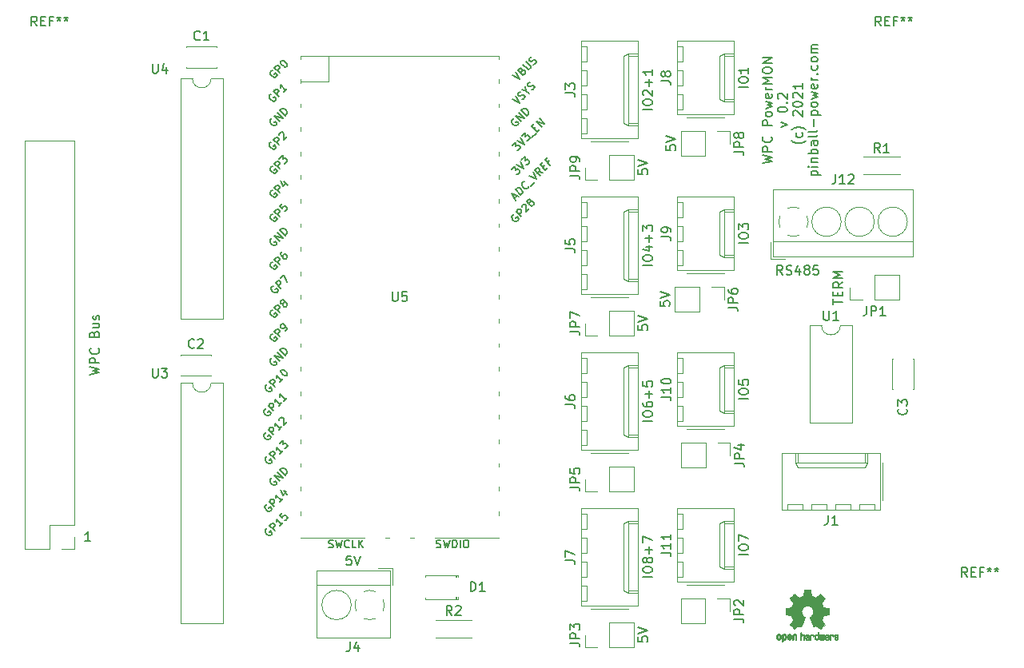
<source format=gbr>
%TF.GenerationSoftware,KiCad,Pcbnew,(6.0.1)*%
%TF.CreationDate,2022-01-30T10:53:23+01:00*%
%TF.ProjectId,wpcpowermon,77706370-6f77-4657-926d-6f6e2e6b6963,rev?*%
%TF.SameCoordinates,Original*%
%TF.FileFunction,Legend,Top*%
%TF.FilePolarity,Positive*%
%FSLAX46Y46*%
G04 Gerber Fmt 4.6, Leading zero omitted, Abs format (unit mm)*
G04 Created by KiCad (PCBNEW (6.0.1)) date 2022-01-30 10:53:23*
%MOMM*%
%LPD*%
G01*
G04 APERTURE LIST*
%ADD10C,0.150000*%
%ADD11C,0.010000*%
%ADD12C,0.120000*%
G04 APERTURE END LIST*
D10*
X89185714Y-115768380D02*
X88614285Y-115768380D01*
X88900000Y-115768380D02*
X88900000Y-114768380D01*
X88804761Y-114911238D01*
X88709523Y-115006476D01*
X88614285Y-115054095D01*
X160359380Y-75746857D02*
X161359380Y-75508761D01*
X160645095Y-75318285D01*
X161359380Y-75127809D01*
X160359380Y-74889714D01*
X161359380Y-74508761D02*
X160359380Y-74508761D01*
X160359380Y-74127809D01*
X160407000Y-74032571D01*
X160454619Y-73984952D01*
X160549857Y-73937333D01*
X160692714Y-73937333D01*
X160787952Y-73984952D01*
X160835571Y-74032571D01*
X160883190Y-74127809D01*
X160883190Y-74508761D01*
X161264142Y-72937333D02*
X161311761Y-72984952D01*
X161359380Y-73127809D01*
X161359380Y-73223047D01*
X161311761Y-73365904D01*
X161216523Y-73461142D01*
X161121285Y-73508761D01*
X160930809Y-73556380D01*
X160787952Y-73556380D01*
X160597476Y-73508761D01*
X160502238Y-73461142D01*
X160407000Y-73365904D01*
X160359380Y-73223047D01*
X160359380Y-73127809D01*
X160407000Y-72984952D01*
X160454619Y-72937333D01*
X161359380Y-71746857D02*
X160359380Y-71746857D01*
X160359380Y-71365904D01*
X160407000Y-71270666D01*
X160454619Y-71223047D01*
X160549857Y-71175428D01*
X160692714Y-71175428D01*
X160787952Y-71223047D01*
X160835571Y-71270666D01*
X160883190Y-71365904D01*
X160883190Y-71746857D01*
X161359380Y-70604000D02*
X161311761Y-70699238D01*
X161264142Y-70746857D01*
X161168904Y-70794476D01*
X160883190Y-70794476D01*
X160787952Y-70746857D01*
X160740333Y-70699238D01*
X160692714Y-70604000D01*
X160692714Y-70461142D01*
X160740333Y-70365904D01*
X160787952Y-70318285D01*
X160883190Y-70270666D01*
X161168904Y-70270666D01*
X161264142Y-70318285D01*
X161311761Y-70365904D01*
X161359380Y-70461142D01*
X161359380Y-70604000D01*
X160692714Y-69937333D02*
X161359380Y-69746857D01*
X160883190Y-69556380D01*
X161359380Y-69365904D01*
X160692714Y-69175428D01*
X161311761Y-68413523D02*
X161359380Y-68508761D01*
X161359380Y-68699238D01*
X161311761Y-68794476D01*
X161216523Y-68842095D01*
X160835571Y-68842095D01*
X160740333Y-68794476D01*
X160692714Y-68699238D01*
X160692714Y-68508761D01*
X160740333Y-68413523D01*
X160835571Y-68365904D01*
X160930809Y-68365904D01*
X161026047Y-68842095D01*
X161359380Y-67937333D02*
X160692714Y-67937333D01*
X160883190Y-67937333D02*
X160787952Y-67889714D01*
X160740333Y-67842095D01*
X160692714Y-67746857D01*
X160692714Y-67651619D01*
X161359380Y-67318285D02*
X160359380Y-67318285D01*
X161073666Y-66984952D01*
X160359380Y-66651619D01*
X161359380Y-66651619D01*
X160359380Y-65984952D02*
X160359380Y-65794476D01*
X160407000Y-65699238D01*
X160502238Y-65604000D01*
X160692714Y-65556380D01*
X161026047Y-65556380D01*
X161216523Y-65604000D01*
X161311761Y-65699238D01*
X161359380Y-65794476D01*
X161359380Y-65984952D01*
X161311761Y-66080190D01*
X161216523Y-66175428D01*
X161026047Y-66223047D01*
X160692714Y-66223047D01*
X160502238Y-66175428D01*
X160407000Y-66080190D01*
X160359380Y-65984952D01*
X161359380Y-65127809D02*
X160359380Y-65127809D01*
X161359380Y-64556380D01*
X160359380Y-64556380D01*
X162302714Y-71913523D02*
X162969380Y-71675428D01*
X162302714Y-71437333D01*
X161969380Y-70104000D02*
X161969380Y-70008761D01*
X162017000Y-69913523D01*
X162064619Y-69865904D01*
X162159857Y-69818285D01*
X162350333Y-69770666D01*
X162588428Y-69770666D01*
X162778904Y-69818285D01*
X162874142Y-69865904D01*
X162921761Y-69913523D01*
X162969380Y-70008761D01*
X162969380Y-70104000D01*
X162921761Y-70199238D01*
X162874142Y-70246857D01*
X162778904Y-70294476D01*
X162588428Y-70342095D01*
X162350333Y-70342095D01*
X162159857Y-70294476D01*
X162064619Y-70246857D01*
X162017000Y-70199238D01*
X161969380Y-70104000D01*
X162874142Y-69342095D02*
X162921761Y-69294476D01*
X162969380Y-69342095D01*
X162921761Y-69389714D01*
X162874142Y-69342095D01*
X162969380Y-69342095D01*
X162064619Y-68913523D02*
X162017000Y-68865904D01*
X161969380Y-68770666D01*
X161969380Y-68532571D01*
X162017000Y-68437333D01*
X162064619Y-68389714D01*
X162159857Y-68342095D01*
X162255095Y-68342095D01*
X162397952Y-68389714D01*
X162969380Y-68961142D01*
X162969380Y-68342095D01*
X164960333Y-73342095D02*
X164912714Y-73389714D01*
X164769857Y-73484952D01*
X164674619Y-73532571D01*
X164531761Y-73580190D01*
X164293666Y-73627809D01*
X164103190Y-73627809D01*
X163865095Y-73580190D01*
X163722238Y-73532571D01*
X163627000Y-73484952D01*
X163484142Y-73389714D01*
X163436523Y-73342095D01*
X164531761Y-72532571D02*
X164579380Y-72627809D01*
X164579380Y-72818285D01*
X164531761Y-72913523D01*
X164484142Y-72961142D01*
X164388904Y-73008761D01*
X164103190Y-73008761D01*
X164007952Y-72961142D01*
X163960333Y-72913523D01*
X163912714Y-72818285D01*
X163912714Y-72627809D01*
X163960333Y-72532571D01*
X164960333Y-72199238D02*
X164912714Y-72151619D01*
X164769857Y-72056380D01*
X164674619Y-72008761D01*
X164531761Y-71961142D01*
X164293666Y-71913523D01*
X164103190Y-71913523D01*
X163865095Y-71961142D01*
X163722238Y-72008761D01*
X163627000Y-72056380D01*
X163484142Y-72151619D01*
X163436523Y-72199238D01*
X163674619Y-70723047D02*
X163627000Y-70675428D01*
X163579380Y-70580190D01*
X163579380Y-70342095D01*
X163627000Y-70246857D01*
X163674619Y-70199238D01*
X163769857Y-70151619D01*
X163865095Y-70151619D01*
X164007952Y-70199238D01*
X164579380Y-70770666D01*
X164579380Y-70151619D01*
X163579380Y-69532571D02*
X163579380Y-69437333D01*
X163627000Y-69342095D01*
X163674619Y-69294476D01*
X163769857Y-69246857D01*
X163960333Y-69199238D01*
X164198428Y-69199238D01*
X164388904Y-69246857D01*
X164484142Y-69294476D01*
X164531761Y-69342095D01*
X164579380Y-69437333D01*
X164579380Y-69532571D01*
X164531761Y-69627809D01*
X164484142Y-69675428D01*
X164388904Y-69723047D01*
X164198428Y-69770666D01*
X163960333Y-69770666D01*
X163769857Y-69723047D01*
X163674619Y-69675428D01*
X163627000Y-69627809D01*
X163579380Y-69532571D01*
X163674619Y-68818285D02*
X163627000Y-68770666D01*
X163579380Y-68675428D01*
X163579380Y-68437333D01*
X163627000Y-68342095D01*
X163674619Y-68294476D01*
X163769857Y-68246857D01*
X163865095Y-68246857D01*
X164007952Y-68294476D01*
X164579380Y-68865904D01*
X164579380Y-68246857D01*
X164579380Y-67294476D02*
X164579380Y-67865904D01*
X164579380Y-67580190D02*
X163579380Y-67580190D01*
X163722238Y-67675428D01*
X163817476Y-67770666D01*
X163865095Y-67865904D01*
X165522714Y-77008761D02*
X166522714Y-77008761D01*
X165570333Y-77008761D02*
X165522714Y-76913523D01*
X165522714Y-76723047D01*
X165570333Y-76627809D01*
X165617952Y-76580190D01*
X165713190Y-76532571D01*
X165998904Y-76532571D01*
X166094142Y-76580190D01*
X166141761Y-76627809D01*
X166189380Y-76723047D01*
X166189380Y-76913523D01*
X166141761Y-77008761D01*
X166189380Y-76104000D02*
X165522714Y-76104000D01*
X165189380Y-76104000D02*
X165237000Y-76151619D01*
X165284619Y-76104000D01*
X165237000Y-76056380D01*
X165189380Y-76104000D01*
X165284619Y-76104000D01*
X165522714Y-75627809D02*
X166189380Y-75627809D01*
X165617952Y-75627809D02*
X165570333Y-75580190D01*
X165522714Y-75484952D01*
X165522714Y-75342095D01*
X165570333Y-75246857D01*
X165665571Y-75199238D01*
X166189380Y-75199238D01*
X166189380Y-74723047D02*
X165189380Y-74723047D01*
X165570333Y-74723047D02*
X165522714Y-74627809D01*
X165522714Y-74437333D01*
X165570333Y-74342095D01*
X165617952Y-74294476D01*
X165713190Y-74246857D01*
X165998904Y-74246857D01*
X166094142Y-74294476D01*
X166141761Y-74342095D01*
X166189380Y-74437333D01*
X166189380Y-74627809D01*
X166141761Y-74723047D01*
X166189380Y-73389714D02*
X165665571Y-73389714D01*
X165570333Y-73437333D01*
X165522714Y-73532571D01*
X165522714Y-73723047D01*
X165570333Y-73818285D01*
X166141761Y-73389714D02*
X166189380Y-73484952D01*
X166189380Y-73723047D01*
X166141761Y-73818285D01*
X166046523Y-73865904D01*
X165951285Y-73865904D01*
X165856047Y-73818285D01*
X165808428Y-73723047D01*
X165808428Y-73484952D01*
X165760809Y-73389714D01*
X166189380Y-72770666D02*
X166141761Y-72865904D01*
X166046523Y-72913523D01*
X165189380Y-72913523D01*
X166189380Y-72246857D02*
X166141761Y-72342095D01*
X166046523Y-72389714D01*
X165189380Y-72389714D01*
X165808428Y-71865904D02*
X165808428Y-71104000D01*
X165522714Y-70627809D02*
X166522714Y-70627809D01*
X165570333Y-70627809D02*
X165522714Y-70532571D01*
X165522714Y-70342095D01*
X165570333Y-70246857D01*
X165617952Y-70199238D01*
X165713190Y-70151619D01*
X165998904Y-70151619D01*
X166094142Y-70199238D01*
X166141761Y-70246857D01*
X166189380Y-70342095D01*
X166189380Y-70532571D01*
X166141761Y-70627809D01*
X166189380Y-69580190D02*
X166141761Y-69675428D01*
X166094142Y-69723047D01*
X165998904Y-69770666D01*
X165713190Y-69770666D01*
X165617952Y-69723047D01*
X165570333Y-69675428D01*
X165522714Y-69580190D01*
X165522714Y-69437333D01*
X165570333Y-69342095D01*
X165617952Y-69294476D01*
X165713190Y-69246857D01*
X165998904Y-69246857D01*
X166094142Y-69294476D01*
X166141761Y-69342095D01*
X166189380Y-69437333D01*
X166189380Y-69580190D01*
X165522714Y-68913523D02*
X166189380Y-68723047D01*
X165713190Y-68532571D01*
X166189380Y-68342095D01*
X165522714Y-68151619D01*
X166141761Y-67389714D02*
X166189380Y-67484952D01*
X166189380Y-67675428D01*
X166141761Y-67770666D01*
X166046523Y-67818285D01*
X165665571Y-67818285D01*
X165570333Y-67770666D01*
X165522714Y-67675428D01*
X165522714Y-67484952D01*
X165570333Y-67389714D01*
X165665571Y-67342095D01*
X165760809Y-67342095D01*
X165856047Y-67818285D01*
X166189380Y-66913523D02*
X165522714Y-66913523D01*
X165713190Y-66913523D02*
X165617952Y-66865904D01*
X165570333Y-66818285D01*
X165522714Y-66723047D01*
X165522714Y-66627809D01*
X166094142Y-66294476D02*
X166141761Y-66246857D01*
X166189380Y-66294476D01*
X166141761Y-66342095D01*
X166094142Y-66294476D01*
X166189380Y-66294476D01*
X166141761Y-65389714D02*
X166189380Y-65484952D01*
X166189380Y-65675428D01*
X166141761Y-65770666D01*
X166094142Y-65818285D01*
X165998904Y-65865904D01*
X165713190Y-65865904D01*
X165617952Y-65818285D01*
X165570333Y-65770666D01*
X165522714Y-65675428D01*
X165522714Y-65484952D01*
X165570333Y-65389714D01*
X166189380Y-64818285D02*
X166141761Y-64913523D01*
X166094142Y-64961142D01*
X165998904Y-65008761D01*
X165713190Y-65008761D01*
X165617952Y-64961142D01*
X165570333Y-64913523D01*
X165522714Y-64818285D01*
X165522714Y-64675428D01*
X165570333Y-64580190D01*
X165617952Y-64532571D01*
X165713190Y-64484952D01*
X165998904Y-64484952D01*
X166094142Y-64532571D01*
X166141761Y-64580190D01*
X166189380Y-64675428D01*
X166189380Y-64818285D01*
X166189380Y-64056380D02*
X165522714Y-64056380D01*
X165617952Y-64056380D02*
X165570333Y-64008761D01*
X165522714Y-63913523D01*
X165522714Y-63770666D01*
X165570333Y-63675428D01*
X165665571Y-63627809D01*
X166189380Y-63627809D01*
X165665571Y-63627809D02*
X165570333Y-63580190D01*
X165522714Y-63484952D01*
X165522714Y-63342095D01*
X165570333Y-63246857D01*
X165665571Y-63199238D01*
X166189380Y-63199238D01*
%TO.C,C3*%
X175598406Y-101765401D02*
X175646025Y-101813020D01*
X175693644Y-101955877D01*
X175693644Y-102051115D01*
X175646025Y-102193973D01*
X175550787Y-102289211D01*
X175455549Y-102336830D01*
X175265073Y-102384449D01*
X175122216Y-102384449D01*
X174931740Y-102336830D01*
X174836502Y-102289211D01*
X174741264Y-102193973D01*
X174693644Y-102051115D01*
X174693644Y-101955877D01*
X174741264Y-101813020D01*
X174788883Y-101765401D01*
X174693644Y-101432068D02*
X174693644Y-100813020D01*
X175074597Y-101146354D01*
X175074597Y-101003496D01*
X175122216Y-100908258D01*
X175169835Y-100860639D01*
X175265073Y-100813020D01*
X175503168Y-100813020D01*
X175598406Y-100860639D01*
X175646025Y-100908258D01*
X175693644Y-101003496D01*
X175693644Y-101289211D01*
X175646025Y-101384449D01*
X175598406Y-101432068D01*
%TO.C,JP1*%
X171383666Y-90892380D02*
X171383666Y-91606666D01*
X171336047Y-91749523D01*
X171240809Y-91844761D01*
X171097952Y-91892380D01*
X171002714Y-91892380D01*
X171859857Y-91892380D02*
X171859857Y-90892380D01*
X172240809Y-90892380D01*
X172336047Y-90940000D01*
X172383666Y-90987619D01*
X172431285Y-91082857D01*
X172431285Y-91225714D01*
X172383666Y-91320952D01*
X172336047Y-91368571D01*
X172240809Y-91416190D01*
X171859857Y-91416190D01*
X173383666Y-91892380D02*
X172812238Y-91892380D01*
X173097952Y-91892380D02*
X173097952Y-90892380D01*
X173002714Y-91035238D01*
X172907476Y-91130476D01*
X172812238Y-91178095D01*
X167859384Y-90709523D02*
X167859384Y-90138095D01*
X168859384Y-90423809D02*
X167859384Y-90423809D01*
X168335575Y-89804761D02*
X168335575Y-89471428D01*
X168859384Y-89328571D02*
X168859384Y-89804761D01*
X167859384Y-89804761D01*
X167859384Y-89328571D01*
X168859384Y-88328571D02*
X168383194Y-88661904D01*
X168859384Y-88900000D02*
X167859384Y-88900000D01*
X167859384Y-88519047D01*
X167907004Y-88423809D01*
X167954623Y-88376190D01*
X168049861Y-88328571D01*
X168192718Y-88328571D01*
X168287956Y-88376190D01*
X168335575Y-88423809D01*
X168383194Y-88519047D01*
X168383194Y-88900000D01*
X168859384Y-87900000D02*
X167859384Y-87900000D01*
X168573670Y-87566666D01*
X167859384Y-87233333D01*
X168859384Y-87233333D01*
%TO.C,U3*%
X95758095Y-97452380D02*
X95758095Y-98261904D01*
X95805714Y-98357142D01*
X95853333Y-98404761D01*
X95948571Y-98452380D01*
X96139047Y-98452380D01*
X96234285Y-98404761D01*
X96281904Y-98357142D01*
X96329523Y-98261904D01*
X96329523Y-97452380D01*
X96710476Y-97452380D02*
X97329523Y-97452380D01*
X96996190Y-97833333D01*
X97139047Y-97833333D01*
X97234285Y-97880952D01*
X97281904Y-97928571D01*
X97329523Y-98023809D01*
X97329523Y-98261904D01*
X97281904Y-98357142D01*
X97234285Y-98404761D01*
X97139047Y-98452380D01*
X96853333Y-98452380D01*
X96758095Y-98404761D01*
X96710476Y-98357142D01*
%TO.C,REF\u002A\u002A*%
X83502666Y-61192380D02*
X83169333Y-60716190D01*
X82931238Y-61192380D02*
X82931238Y-60192380D01*
X83312190Y-60192380D01*
X83407428Y-60240000D01*
X83455047Y-60287619D01*
X83502666Y-60382857D01*
X83502666Y-60525714D01*
X83455047Y-60620952D01*
X83407428Y-60668571D01*
X83312190Y-60716190D01*
X82931238Y-60716190D01*
X83931238Y-60668571D02*
X84264571Y-60668571D01*
X84407428Y-61192380D02*
X83931238Y-61192380D01*
X83931238Y-60192380D01*
X84407428Y-60192380D01*
X85169333Y-60668571D02*
X84836000Y-60668571D01*
X84836000Y-61192380D02*
X84836000Y-60192380D01*
X85312190Y-60192380D01*
X85836000Y-60192380D02*
X85836000Y-60430476D01*
X85597904Y-60335238D02*
X85836000Y-60430476D01*
X86074095Y-60335238D01*
X85693142Y-60620952D02*
X85836000Y-60430476D01*
X85978857Y-60620952D01*
X86597904Y-60192380D02*
X86597904Y-60430476D01*
X86359809Y-60335238D02*
X86597904Y-60430476D01*
X86836000Y-60335238D01*
X86455047Y-60620952D02*
X86597904Y-60430476D01*
X86740761Y-60620952D01*
%TO.C,J12*%
X168081738Y-76934380D02*
X168081738Y-77648666D01*
X168034119Y-77791523D01*
X167938881Y-77886761D01*
X167796023Y-77934380D01*
X167700785Y-77934380D01*
X169081738Y-77934380D02*
X168510309Y-77934380D01*
X168796023Y-77934380D02*
X168796023Y-76934380D01*
X168700785Y-77077238D01*
X168605547Y-77172476D01*
X168510309Y-77220095D01*
X169462690Y-77029619D02*
X169510309Y-76982000D01*
X169605547Y-76934380D01*
X169843642Y-76934380D01*
X169938881Y-76982000D01*
X169986500Y-77029619D01*
X170034119Y-77124857D01*
X170034119Y-77220095D01*
X169986500Y-77362952D01*
X169415071Y-77934380D01*
X170034119Y-77934380D01*
X162488761Y-87574380D02*
X162155428Y-87098190D01*
X161917333Y-87574380D02*
X161917333Y-86574380D01*
X162298285Y-86574380D01*
X162393523Y-86622000D01*
X162441142Y-86669619D01*
X162488761Y-86764857D01*
X162488761Y-86907714D01*
X162441142Y-87002952D01*
X162393523Y-87050571D01*
X162298285Y-87098190D01*
X161917333Y-87098190D01*
X162869714Y-87526761D02*
X163012571Y-87574380D01*
X163250666Y-87574380D01*
X163345904Y-87526761D01*
X163393523Y-87479142D01*
X163441142Y-87383904D01*
X163441142Y-87288666D01*
X163393523Y-87193428D01*
X163345904Y-87145809D01*
X163250666Y-87098190D01*
X163060190Y-87050571D01*
X162964952Y-87002952D01*
X162917333Y-86955333D01*
X162869714Y-86860095D01*
X162869714Y-86764857D01*
X162917333Y-86669619D01*
X162964952Y-86622000D01*
X163060190Y-86574380D01*
X163298285Y-86574380D01*
X163441142Y-86622000D01*
X164298285Y-86907714D02*
X164298285Y-87574380D01*
X164060190Y-86526761D02*
X163822095Y-87241047D01*
X164441142Y-87241047D01*
X164964952Y-87002952D02*
X164869714Y-86955333D01*
X164822095Y-86907714D01*
X164774476Y-86812476D01*
X164774476Y-86764857D01*
X164822095Y-86669619D01*
X164869714Y-86622000D01*
X164964952Y-86574380D01*
X165155428Y-86574380D01*
X165250666Y-86622000D01*
X165298285Y-86669619D01*
X165345904Y-86764857D01*
X165345904Y-86812476D01*
X165298285Y-86907714D01*
X165250666Y-86955333D01*
X165155428Y-87002952D01*
X164964952Y-87002952D01*
X164869714Y-87050571D01*
X164822095Y-87098190D01*
X164774476Y-87193428D01*
X164774476Y-87383904D01*
X164822095Y-87479142D01*
X164869714Y-87526761D01*
X164964952Y-87574380D01*
X165155428Y-87574380D01*
X165250666Y-87526761D01*
X165298285Y-87479142D01*
X165345904Y-87383904D01*
X165345904Y-87193428D01*
X165298285Y-87098190D01*
X165250666Y-87050571D01*
X165155428Y-87002952D01*
X166250666Y-86574380D02*
X165774476Y-86574380D01*
X165726857Y-87050571D01*
X165774476Y-87002952D01*
X165869714Y-86955333D01*
X166107809Y-86955333D01*
X166203047Y-87002952D01*
X166250666Y-87050571D01*
X166298285Y-87145809D01*
X166298285Y-87383904D01*
X166250666Y-87479142D01*
X166203047Y-87526761D01*
X166107809Y-87574380D01*
X165869714Y-87574380D01*
X165774476Y-87526761D01*
X165726857Y-87479142D01*
%TO.C,J8*%
X149637380Y-67008333D02*
X150351666Y-67008333D01*
X150494523Y-67055952D01*
X150589761Y-67151190D01*
X150637380Y-67294047D01*
X150637380Y-67389285D01*
X150065952Y-66389285D02*
X150018333Y-66484523D01*
X149970714Y-66532142D01*
X149875476Y-66579761D01*
X149827857Y-66579761D01*
X149732619Y-66532142D01*
X149685000Y-66484523D01*
X149637380Y-66389285D01*
X149637380Y-66198809D01*
X149685000Y-66103571D01*
X149732619Y-66055952D01*
X149827857Y-66008333D01*
X149875476Y-66008333D01*
X149970714Y-66055952D01*
X150018333Y-66103571D01*
X150065952Y-66198809D01*
X150065952Y-66389285D01*
X150113571Y-66484523D01*
X150161190Y-66532142D01*
X150256428Y-66579761D01*
X150446904Y-66579761D01*
X150542142Y-66532142D01*
X150589761Y-66484523D01*
X150637380Y-66389285D01*
X150637380Y-66198809D01*
X150589761Y-66103571D01*
X150542142Y-66055952D01*
X150446904Y-66008333D01*
X150256428Y-66008333D01*
X150161190Y-66055952D01*
X150113571Y-66103571D01*
X150065952Y-66198809D01*
X158837382Y-67675000D02*
X157837382Y-67675000D01*
X157837382Y-67008333D02*
X157837382Y-66817857D01*
X157885002Y-66722619D01*
X157980240Y-66627380D01*
X158170716Y-66579761D01*
X158504049Y-66579761D01*
X158694525Y-66627380D01*
X158789763Y-66722619D01*
X158837382Y-66817857D01*
X158837382Y-67008333D01*
X158789763Y-67103571D01*
X158694525Y-67198809D01*
X158504049Y-67246428D01*
X158170716Y-67246428D01*
X157980240Y-67198809D01*
X157885002Y-67103571D01*
X157837382Y-67008333D01*
X158837382Y-65627380D02*
X158837382Y-66198809D01*
X158837382Y-65913095D02*
X157837382Y-65913095D01*
X157980240Y-66008333D01*
X158075478Y-66103571D01*
X158123097Y-66198809D01*
%TO.C,J10*%
X149657380Y-100504523D02*
X150371666Y-100504523D01*
X150514523Y-100552142D01*
X150609761Y-100647380D01*
X150657380Y-100790238D01*
X150657380Y-100885476D01*
X150657380Y-99504523D02*
X150657380Y-100075952D01*
X150657380Y-99790238D02*
X149657380Y-99790238D01*
X149800238Y-99885476D01*
X149895476Y-99980714D01*
X149943095Y-100075952D01*
X149657380Y-98885476D02*
X149657380Y-98790238D01*
X149705000Y-98695000D01*
X149752619Y-98647380D01*
X149847857Y-98599761D01*
X150038333Y-98552142D01*
X150276428Y-98552142D01*
X150466904Y-98599761D01*
X150562142Y-98647380D01*
X150609761Y-98695000D01*
X150657380Y-98790238D01*
X150657380Y-98885476D01*
X150609761Y-98980714D01*
X150562142Y-99028333D01*
X150466904Y-99075952D01*
X150276428Y-99123571D01*
X150038333Y-99123571D01*
X149847857Y-99075952D01*
X149752619Y-99028333D01*
X149705000Y-98980714D01*
X149657380Y-98885476D01*
X158857372Y-100695000D02*
X157857372Y-100695000D01*
X157857372Y-100028333D02*
X157857372Y-99837857D01*
X157904992Y-99742619D01*
X158000230Y-99647380D01*
X158190706Y-99599761D01*
X158524039Y-99599761D01*
X158714515Y-99647380D01*
X158809753Y-99742619D01*
X158857372Y-99837857D01*
X158857372Y-100028333D01*
X158809753Y-100123571D01*
X158714515Y-100218809D01*
X158524039Y-100266428D01*
X158190706Y-100266428D01*
X158000230Y-100218809D01*
X157904992Y-100123571D01*
X157857372Y-100028333D01*
X157857372Y-98695000D02*
X157857372Y-99171190D01*
X158333563Y-99218809D01*
X158285944Y-99171190D01*
X158238325Y-99075952D01*
X158238325Y-98837857D01*
X158285944Y-98742619D01*
X158333563Y-98695000D01*
X158428801Y-98647380D01*
X158666896Y-98647380D01*
X158762134Y-98695000D01*
X158809753Y-98742619D01*
X158857372Y-98837857D01*
X158857372Y-99075952D01*
X158809753Y-99171190D01*
X158762134Y-99218809D01*
%TO.C,JP3*%
X139997380Y-126563333D02*
X140711666Y-126563333D01*
X140854523Y-126610952D01*
X140949761Y-126706190D01*
X140997380Y-126849047D01*
X140997380Y-126944285D01*
X140997380Y-126087142D02*
X139997380Y-126087142D01*
X139997380Y-125706190D01*
X140045000Y-125610952D01*
X140092619Y-125563333D01*
X140187857Y-125515714D01*
X140330714Y-125515714D01*
X140425952Y-125563333D01*
X140473571Y-125610952D01*
X140521190Y-125706190D01*
X140521190Y-126087142D01*
X139997380Y-125182380D02*
X139997380Y-124563333D01*
X140378333Y-124896666D01*
X140378333Y-124753809D01*
X140425952Y-124658571D01*
X140473571Y-124610952D01*
X140568809Y-124563333D01*
X140806904Y-124563333D01*
X140902142Y-124610952D01*
X140949761Y-124658571D01*
X140997380Y-124753809D01*
X140997380Y-125039523D01*
X140949761Y-125134761D01*
X140902142Y-125182380D01*
X147197373Y-125920476D02*
X147197373Y-126396666D01*
X147673564Y-126444285D01*
X147625945Y-126396666D01*
X147578326Y-126301428D01*
X147578326Y-126063333D01*
X147625945Y-125968095D01*
X147673564Y-125920476D01*
X147768802Y-125872857D01*
X148006897Y-125872857D01*
X148102135Y-125920476D01*
X148149754Y-125968095D01*
X148197373Y-126063333D01*
X148197373Y-126301428D01*
X148149754Y-126396666D01*
X148102135Y-126444285D01*
X147197373Y-125587142D02*
X148197373Y-125253809D01*
X147197373Y-124920476D01*
%TO.C,REF\u002A\u002A*%
X172910666Y-61192380D02*
X172577333Y-60716190D01*
X172339238Y-61192380D02*
X172339238Y-60192380D01*
X172720190Y-60192380D01*
X172815428Y-60240000D01*
X172863047Y-60287619D01*
X172910666Y-60382857D01*
X172910666Y-60525714D01*
X172863047Y-60620952D01*
X172815428Y-60668571D01*
X172720190Y-60716190D01*
X172339238Y-60716190D01*
X173339238Y-60668571D02*
X173672571Y-60668571D01*
X173815428Y-61192380D02*
X173339238Y-61192380D01*
X173339238Y-60192380D01*
X173815428Y-60192380D01*
X174577333Y-60668571D02*
X174244000Y-60668571D01*
X174244000Y-61192380D02*
X174244000Y-60192380D01*
X174720190Y-60192380D01*
X175244000Y-60192380D02*
X175244000Y-60430476D01*
X175005904Y-60335238D02*
X175244000Y-60430476D01*
X175482095Y-60335238D01*
X175101142Y-60620952D02*
X175244000Y-60430476D01*
X175386857Y-60620952D01*
X176005904Y-60192380D02*
X176005904Y-60430476D01*
X175767809Y-60335238D02*
X176005904Y-60430476D01*
X176244000Y-60335238D01*
X175863047Y-60620952D02*
X176005904Y-60430476D01*
X176148761Y-60620952D01*
%TO.C,JP9*%
X139997380Y-77033333D02*
X140711666Y-77033333D01*
X140854523Y-77080952D01*
X140949761Y-77176190D01*
X140997380Y-77319047D01*
X140997380Y-77414285D01*
X140997380Y-76557142D02*
X139997380Y-76557142D01*
X139997380Y-76176190D01*
X140045000Y-76080952D01*
X140092619Y-76033333D01*
X140187857Y-75985714D01*
X140330714Y-75985714D01*
X140425952Y-76033333D01*
X140473571Y-76080952D01*
X140521190Y-76176190D01*
X140521190Y-76557142D01*
X140997380Y-75509523D02*
X140997380Y-75319047D01*
X140949761Y-75223809D01*
X140902142Y-75176190D01*
X140759285Y-75080952D01*
X140568809Y-75033333D01*
X140187857Y-75033333D01*
X140092619Y-75080952D01*
X140045000Y-75128571D01*
X139997380Y-75223809D01*
X139997380Y-75414285D01*
X140045000Y-75509523D01*
X140092619Y-75557142D01*
X140187857Y-75604761D01*
X140425952Y-75604761D01*
X140521190Y-75557142D01*
X140568809Y-75509523D01*
X140616428Y-75414285D01*
X140616428Y-75223809D01*
X140568809Y-75128571D01*
X140521190Y-75080952D01*
X140425952Y-75033333D01*
X147197373Y-76390476D02*
X147197373Y-76866666D01*
X147673564Y-76914285D01*
X147625945Y-76866666D01*
X147578326Y-76771428D01*
X147578326Y-76533333D01*
X147625945Y-76438095D01*
X147673564Y-76390476D01*
X147768802Y-76342857D01*
X148006897Y-76342857D01*
X148102135Y-76390476D01*
X148149754Y-76438095D01*
X148197373Y-76533333D01*
X148197373Y-76771428D01*
X148149754Y-76866666D01*
X148102135Y-76914285D01*
X147197373Y-76057142D02*
X148197373Y-75723809D01*
X147197373Y-75390476D01*
%TO.C,C1*%
X100778333Y-62623142D02*
X100730714Y-62670761D01*
X100587857Y-62718380D01*
X100492619Y-62718380D01*
X100349761Y-62670761D01*
X100254523Y-62575523D01*
X100206904Y-62480285D01*
X100159285Y-62289809D01*
X100159285Y-62146952D01*
X100206904Y-61956476D01*
X100254523Y-61861238D01*
X100349761Y-61766000D01*
X100492619Y-61718380D01*
X100587857Y-61718380D01*
X100730714Y-61766000D01*
X100778333Y-61813619D01*
X101730714Y-62718380D02*
X101159285Y-62718380D01*
X101445000Y-62718380D02*
X101445000Y-61718380D01*
X101349761Y-61861238D01*
X101254523Y-61956476D01*
X101159285Y-62004095D01*
%TO.C,U1*%
X166844359Y-91385115D02*
X166844359Y-92194639D01*
X166891978Y-92289877D01*
X166939597Y-92337496D01*
X167034835Y-92385115D01*
X167225311Y-92385115D01*
X167320549Y-92337496D01*
X167368168Y-92289877D01*
X167415787Y-92194639D01*
X167415787Y-91385115D01*
X168415787Y-92385115D02*
X167844359Y-92385115D01*
X168130073Y-92385115D02*
X168130073Y-91385115D01*
X168034835Y-91527973D01*
X167939597Y-91623211D01*
X167844359Y-91670830D01*
%TO.C,U4*%
X95758095Y-65194380D02*
X95758095Y-66003904D01*
X95805714Y-66099142D01*
X95853333Y-66146761D01*
X95948571Y-66194380D01*
X96139047Y-66194380D01*
X96234285Y-66146761D01*
X96281904Y-66099142D01*
X96329523Y-66003904D01*
X96329523Y-65194380D01*
X97234285Y-65527714D02*
X97234285Y-66194380D01*
X96996190Y-65146761D02*
X96758095Y-65861047D01*
X97377142Y-65861047D01*
%TO.C,D1*%
X129436904Y-121102380D02*
X129436904Y-120102380D01*
X129675000Y-120102380D01*
X129817857Y-120150000D01*
X129913095Y-120245238D01*
X129960714Y-120340476D01*
X130008333Y-120530952D01*
X130008333Y-120673809D01*
X129960714Y-120864285D01*
X129913095Y-120959523D01*
X129817857Y-121054761D01*
X129675000Y-121102380D01*
X129436904Y-121102380D01*
X130960714Y-121102380D02*
X130389285Y-121102380D01*
X130675000Y-121102380D02*
X130675000Y-120102380D01*
X130579761Y-120245238D01*
X130484523Y-120340476D01*
X130389285Y-120388095D01*
%TO.C,J1001*%
X89114380Y-98162666D02*
X90114380Y-97924571D01*
X89400095Y-97734095D01*
X90114380Y-97543619D01*
X89114380Y-97305523D01*
X90114380Y-96924571D02*
X89114380Y-96924571D01*
X89114380Y-96543619D01*
X89162000Y-96448380D01*
X89209619Y-96400761D01*
X89304857Y-96353142D01*
X89447714Y-96353142D01*
X89542952Y-96400761D01*
X89590571Y-96448380D01*
X89638190Y-96543619D01*
X89638190Y-96924571D01*
X90019142Y-95353142D02*
X90066761Y-95400761D01*
X90114380Y-95543619D01*
X90114380Y-95638857D01*
X90066761Y-95781714D01*
X89971523Y-95876952D01*
X89876285Y-95924571D01*
X89685809Y-95972190D01*
X89542952Y-95972190D01*
X89352476Y-95924571D01*
X89257238Y-95876952D01*
X89162000Y-95781714D01*
X89114380Y-95638857D01*
X89114380Y-95543619D01*
X89162000Y-95400761D01*
X89209619Y-95353142D01*
X89590571Y-93829333D02*
X89638190Y-93686476D01*
X89685809Y-93638857D01*
X89781047Y-93591238D01*
X89923904Y-93591238D01*
X90019142Y-93638857D01*
X90066761Y-93686476D01*
X90114380Y-93781714D01*
X90114380Y-94162666D01*
X89114380Y-94162666D01*
X89114380Y-93829333D01*
X89162000Y-93734095D01*
X89209619Y-93686476D01*
X89304857Y-93638857D01*
X89400095Y-93638857D01*
X89495333Y-93686476D01*
X89542952Y-93734095D01*
X89590571Y-93829333D01*
X89590571Y-94162666D01*
X89447714Y-92734095D02*
X90114380Y-92734095D01*
X89447714Y-93162666D02*
X89971523Y-93162666D01*
X90066761Y-93115047D01*
X90114380Y-93019809D01*
X90114380Y-92876952D01*
X90066761Y-92781714D01*
X90019142Y-92734095D01*
X90066761Y-92305523D02*
X90114380Y-92210285D01*
X90114380Y-92019809D01*
X90066761Y-91924571D01*
X89971523Y-91876952D01*
X89923904Y-91876952D01*
X89828666Y-91924571D01*
X89781047Y-92019809D01*
X89781047Y-92162666D01*
X89733428Y-92257904D01*
X89638190Y-92305523D01*
X89590571Y-92305523D01*
X89495333Y-92257904D01*
X89447714Y-92162666D01*
X89447714Y-92019809D01*
X89495333Y-91924571D01*
%TO.C,C2*%
X100163333Y-95262142D02*
X100115714Y-95309761D01*
X99972857Y-95357380D01*
X99877619Y-95357380D01*
X99734761Y-95309761D01*
X99639523Y-95214523D01*
X99591904Y-95119285D01*
X99544285Y-94928809D01*
X99544285Y-94785952D01*
X99591904Y-94595476D01*
X99639523Y-94500238D01*
X99734761Y-94405000D01*
X99877619Y-94357380D01*
X99972857Y-94357380D01*
X100115714Y-94405000D01*
X100163333Y-94452619D01*
X100544285Y-94452619D02*
X100591904Y-94405000D01*
X100687142Y-94357380D01*
X100925238Y-94357380D01*
X101020476Y-94405000D01*
X101068095Y-94452619D01*
X101115714Y-94547857D01*
X101115714Y-94643095D01*
X101068095Y-94785952D01*
X100496666Y-95357380D01*
X101115714Y-95357380D01*
%TO.C,J4*%
X116661666Y-126467380D02*
X116661666Y-127181666D01*
X116614047Y-127324523D01*
X116518809Y-127419761D01*
X116375952Y-127467380D01*
X116280714Y-127467380D01*
X117566428Y-126800714D02*
X117566428Y-127467380D01*
X117328333Y-126419761D02*
X117090238Y-127134047D01*
X117709285Y-127134047D01*
X116804514Y-117347369D02*
X116328324Y-117347369D01*
X116280705Y-117823560D01*
X116328324Y-117775941D01*
X116423562Y-117728322D01*
X116661657Y-117728322D01*
X116756895Y-117775941D01*
X116804514Y-117823560D01*
X116852133Y-117918798D01*
X116852133Y-118156893D01*
X116804514Y-118252131D01*
X116756895Y-118299750D01*
X116661657Y-118347369D01*
X116423562Y-118347369D01*
X116328324Y-118299750D01*
X116280705Y-118252131D01*
X117137848Y-117347369D02*
X117471181Y-118347369D01*
X117804514Y-117347369D01*
%TO.C,JP4*%
X157382380Y-107513333D02*
X158096666Y-107513333D01*
X158239523Y-107560952D01*
X158334761Y-107656190D01*
X158382380Y-107799047D01*
X158382380Y-107894285D01*
X158382380Y-107037142D02*
X157382380Y-107037142D01*
X157382380Y-106656190D01*
X157430000Y-106560952D01*
X157477619Y-106513333D01*
X157572857Y-106465714D01*
X157715714Y-106465714D01*
X157810952Y-106513333D01*
X157858571Y-106560952D01*
X157906190Y-106656190D01*
X157906190Y-107037142D01*
X157715714Y-105608571D02*
X158382380Y-105608571D01*
X157334761Y-105846666D02*
X158049047Y-106084761D01*
X158049047Y-105465714D01*
%TO.C,JP6*%
X156727380Y-91003333D02*
X157441666Y-91003333D01*
X157584523Y-91050952D01*
X157679761Y-91146190D01*
X157727380Y-91289047D01*
X157727380Y-91384285D01*
X157727380Y-90527142D02*
X156727380Y-90527142D01*
X156727380Y-90146190D01*
X156775000Y-90050952D01*
X156822619Y-90003333D01*
X156917857Y-89955714D01*
X157060714Y-89955714D01*
X157155952Y-90003333D01*
X157203571Y-90050952D01*
X157251190Y-90146190D01*
X157251190Y-90527142D01*
X156727380Y-89098571D02*
X156727380Y-89289047D01*
X156775000Y-89384285D01*
X156822619Y-89431904D01*
X156965476Y-89527142D01*
X157155952Y-89574761D01*
X157536904Y-89574761D01*
X157632142Y-89527142D01*
X157679761Y-89479523D01*
X157727380Y-89384285D01*
X157727380Y-89193809D01*
X157679761Y-89098571D01*
X157632142Y-89050952D01*
X157536904Y-89003333D01*
X157298809Y-89003333D01*
X157203571Y-89050952D01*
X157155952Y-89098571D01*
X157108333Y-89193809D01*
X157108333Y-89384285D01*
X157155952Y-89479523D01*
X157203571Y-89527142D01*
X157298809Y-89574761D01*
X149527391Y-90360476D02*
X149527391Y-90836666D01*
X150003582Y-90884285D01*
X149955963Y-90836666D01*
X149908344Y-90741428D01*
X149908344Y-90503333D01*
X149955963Y-90408095D01*
X150003582Y-90360476D01*
X150098820Y-90312857D01*
X150336915Y-90312857D01*
X150432153Y-90360476D01*
X150479772Y-90408095D01*
X150527391Y-90503333D01*
X150527391Y-90741428D01*
X150479772Y-90836666D01*
X150432153Y-90884285D01*
X149527391Y-90027142D02*
X150527391Y-89693809D01*
X149527391Y-89360476D01*
%TO.C,REF\u002A\u002A*%
X182054666Y-119578380D02*
X181721333Y-119102190D01*
X181483238Y-119578380D02*
X181483238Y-118578380D01*
X181864190Y-118578380D01*
X181959428Y-118626000D01*
X182007047Y-118673619D01*
X182054666Y-118768857D01*
X182054666Y-118911714D01*
X182007047Y-119006952D01*
X181959428Y-119054571D01*
X181864190Y-119102190D01*
X181483238Y-119102190D01*
X182483238Y-119054571D02*
X182816571Y-119054571D01*
X182959428Y-119578380D02*
X182483238Y-119578380D01*
X182483238Y-118578380D01*
X182959428Y-118578380D01*
X183721333Y-119054571D02*
X183388000Y-119054571D01*
X183388000Y-119578380D02*
X183388000Y-118578380D01*
X183864190Y-118578380D01*
X184388000Y-118578380D02*
X184388000Y-118816476D01*
X184149904Y-118721238D02*
X184388000Y-118816476D01*
X184626095Y-118721238D01*
X184245142Y-119006952D02*
X184388000Y-118816476D01*
X184530857Y-119006952D01*
X185149904Y-118578380D02*
X185149904Y-118816476D01*
X184911809Y-118721238D02*
X185149904Y-118816476D01*
X185388000Y-118721238D01*
X185007047Y-119006952D02*
X185149904Y-118816476D01*
X185292761Y-119006952D01*
%TO.C,R1*%
X172807333Y-74620380D02*
X172474000Y-74144190D01*
X172235904Y-74620380D02*
X172235904Y-73620380D01*
X172616857Y-73620380D01*
X172712095Y-73668000D01*
X172759714Y-73715619D01*
X172807333Y-73810857D01*
X172807333Y-73953714D01*
X172759714Y-74048952D01*
X172712095Y-74096571D01*
X172616857Y-74144190D01*
X172235904Y-74144190D01*
X173759714Y-74620380D02*
X173188285Y-74620380D01*
X173474000Y-74620380D02*
X173474000Y-73620380D01*
X173378761Y-73763238D01*
X173283523Y-73858476D01*
X173188285Y-73906095D01*
%TO.C,JP5*%
X139992380Y-110053333D02*
X140706666Y-110053333D01*
X140849523Y-110100952D01*
X140944761Y-110196190D01*
X140992380Y-110339047D01*
X140992380Y-110434285D01*
X140992380Y-109577142D02*
X139992380Y-109577142D01*
X139992380Y-109196190D01*
X140040000Y-109100952D01*
X140087619Y-109053333D01*
X140182857Y-109005714D01*
X140325714Y-109005714D01*
X140420952Y-109053333D01*
X140468571Y-109100952D01*
X140516190Y-109196190D01*
X140516190Y-109577142D01*
X139992380Y-108100952D02*
X139992380Y-108577142D01*
X140468571Y-108624761D01*
X140420952Y-108577142D01*
X140373333Y-108481904D01*
X140373333Y-108243809D01*
X140420952Y-108148571D01*
X140468571Y-108100952D01*
X140563809Y-108053333D01*
X140801904Y-108053333D01*
X140897142Y-108100952D01*
X140944761Y-108148571D01*
X140992380Y-108243809D01*
X140992380Y-108481904D01*
X140944761Y-108577142D01*
X140897142Y-108624761D01*
%TO.C,J7*%
X139497380Y-117808333D02*
X140211666Y-117808333D01*
X140354523Y-117855952D01*
X140449761Y-117951190D01*
X140497380Y-118094047D01*
X140497380Y-118189285D01*
X139497380Y-117427380D02*
X139497380Y-116760714D01*
X140497380Y-117189285D01*
X148697372Y-119570238D02*
X147697372Y-119570238D01*
X147697372Y-118903571D02*
X147697372Y-118713095D01*
X147744992Y-118617857D01*
X147840230Y-118522619D01*
X148030706Y-118475000D01*
X148364039Y-118475000D01*
X148554515Y-118522619D01*
X148649753Y-118617857D01*
X148697372Y-118713095D01*
X148697372Y-118903571D01*
X148649753Y-118998809D01*
X148554515Y-119094047D01*
X148364039Y-119141666D01*
X148030706Y-119141666D01*
X147840230Y-119094047D01*
X147744992Y-118998809D01*
X147697372Y-118903571D01*
X148125944Y-117903571D02*
X148078325Y-117998809D01*
X148030706Y-118046428D01*
X147935468Y-118094047D01*
X147887849Y-118094047D01*
X147792611Y-118046428D01*
X147744992Y-117998809D01*
X147697372Y-117903571D01*
X147697372Y-117713095D01*
X147744992Y-117617857D01*
X147792611Y-117570238D01*
X147887849Y-117522619D01*
X147935468Y-117522619D01*
X148030706Y-117570238D01*
X148078325Y-117617857D01*
X148125944Y-117713095D01*
X148125944Y-117903571D01*
X148173563Y-117998809D01*
X148221182Y-118046428D01*
X148316420Y-118094047D01*
X148506896Y-118094047D01*
X148602134Y-118046428D01*
X148649753Y-117998809D01*
X148697372Y-117903571D01*
X148697372Y-117713095D01*
X148649753Y-117617857D01*
X148602134Y-117570238D01*
X148506896Y-117522619D01*
X148316420Y-117522619D01*
X148221182Y-117570238D01*
X148173563Y-117617857D01*
X148125944Y-117713095D01*
X148316420Y-117094047D02*
X148316420Y-116332142D01*
X148697372Y-116713095D02*
X147935468Y-116713095D01*
X147697372Y-115951190D02*
X147697372Y-115284523D01*
X148697372Y-115713095D01*
%TO.C,J5*%
X139497380Y-84788333D02*
X140211666Y-84788333D01*
X140354523Y-84835952D01*
X140449761Y-84931190D01*
X140497380Y-85074047D01*
X140497380Y-85169285D01*
X139497380Y-83835952D02*
X139497380Y-84312142D01*
X139973571Y-84359761D01*
X139925952Y-84312142D01*
X139878333Y-84216904D01*
X139878333Y-83978809D01*
X139925952Y-83883571D01*
X139973571Y-83835952D01*
X140068809Y-83788333D01*
X140306904Y-83788333D01*
X140402142Y-83835952D01*
X140449761Y-83883571D01*
X140497380Y-83978809D01*
X140497380Y-84216904D01*
X140449761Y-84312142D01*
X140402142Y-84359761D01*
X148697372Y-86550238D02*
X147697372Y-86550238D01*
X147697372Y-85883571D02*
X147697372Y-85693095D01*
X147744992Y-85597857D01*
X147840230Y-85502619D01*
X148030706Y-85455000D01*
X148364039Y-85455000D01*
X148554515Y-85502619D01*
X148649753Y-85597857D01*
X148697372Y-85693095D01*
X148697372Y-85883571D01*
X148649753Y-85978809D01*
X148554515Y-86074047D01*
X148364039Y-86121666D01*
X148030706Y-86121666D01*
X147840230Y-86074047D01*
X147744992Y-85978809D01*
X147697372Y-85883571D01*
X148030706Y-84597857D02*
X148697372Y-84597857D01*
X147649753Y-84835952D02*
X148364039Y-85074047D01*
X148364039Y-84455000D01*
X148316420Y-84074047D02*
X148316420Y-83312142D01*
X148697372Y-83693095D02*
X147935468Y-83693095D01*
X147697372Y-82931190D02*
X147697372Y-82312142D01*
X148078325Y-82645476D01*
X148078325Y-82502619D01*
X148125944Y-82407380D01*
X148173563Y-82359761D01*
X148268801Y-82312142D01*
X148506896Y-82312142D01*
X148602134Y-82359761D01*
X148649753Y-82407380D01*
X148697372Y-82502619D01*
X148697372Y-82788333D01*
X148649753Y-82883571D01*
X148602134Y-82931190D01*
%TO.C,J11*%
X149657380Y-117014523D02*
X150371666Y-117014523D01*
X150514523Y-117062142D01*
X150609761Y-117157380D01*
X150657380Y-117300238D01*
X150657380Y-117395476D01*
X150657380Y-116014523D02*
X150657380Y-116585952D01*
X150657380Y-116300238D02*
X149657380Y-116300238D01*
X149800238Y-116395476D01*
X149895476Y-116490714D01*
X149943095Y-116585952D01*
X150657380Y-115062142D02*
X150657380Y-115633571D01*
X150657380Y-115347857D02*
X149657380Y-115347857D01*
X149800238Y-115443095D01*
X149895476Y-115538333D01*
X149943095Y-115633571D01*
X158857372Y-117205000D02*
X157857372Y-117205000D01*
X157857372Y-116538333D02*
X157857372Y-116347857D01*
X157904992Y-116252619D01*
X158000230Y-116157380D01*
X158190706Y-116109761D01*
X158524039Y-116109761D01*
X158714515Y-116157380D01*
X158809753Y-116252619D01*
X158857372Y-116347857D01*
X158857372Y-116538333D01*
X158809753Y-116633571D01*
X158714515Y-116728809D01*
X158524039Y-116776428D01*
X158190706Y-116776428D01*
X158000230Y-116728809D01*
X157904992Y-116633571D01*
X157857372Y-116538333D01*
X157857372Y-115776428D02*
X157857372Y-115109761D01*
X158857372Y-115538333D01*
%TO.C,JP2*%
X157357380Y-124023333D02*
X158071666Y-124023333D01*
X158214523Y-124070952D01*
X158309761Y-124166190D01*
X158357380Y-124309047D01*
X158357380Y-124404285D01*
X158357380Y-123547142D02*
X157357380Y-123547142D01*
X157357380Y-123166190D01*
X157405000Y-123070952D01*
X157452619Y-123023333D01*
X157547857Y-122975714D01*
X157690714Y-122975714D01*
X157785952Y-123023333D01*
X157833571Y-123070952D01*
X157881190Y-123166190D01*
X157881190Y-123547142D01*
X157452619Y-122594761D02*
X157405000Y-122547142D01*
X157357380Y-122451904D01*
X157357380Y-122213809D01*
X157405000Y-122118571D01*
X157452619Y-122070952D01*
X157547857Y-122023333D01*
X157643095Y-122023333D01*
X157785952Y-122070952D01*
X158357380Y-122642380D01*
X158357380Y-122023333D01*
%TO.C,J3*%
X139497380Y-68278333D02*
X140211666Y-68278333D01*
X140354523Y-68325952D01*
X140449761Y-68421190D01*
X140497380Y-68564047D01*
X140497380Y-68659285D01*
X139497380Y-67897380D02*
X139497380Y-67278333D01*
X139878333Y-67611666D01*
X139878333Y-67468809D01*
X139925952Y-67373571D01*
X139973571Y-67325952D01*
X140068809Y-67278333D01*
X140306904Y-67278333D01*
X140402142Y-67325952D01*
X140449761Y-67373571D01*
X140497380Y-67468809D01*
X140497380Y-67754523D01*
X140449761Y-67849761D01*
X140402142Y-67897380D01*
X148697372Y-70040238D02*
X147697372Y-70040238D01*
X147697372Y-69373571D02*
X147697372Y-69183095D01*
X147744992Y-69087857D01*
X147840230Y-68992619D01*
X148030706Y-68945000D01*
X148364039Y-68945000D01*
X148554515Y-68992619D01*
X148649753Y-69087857D01*
X148697372Y-69183095D01*
X148697372Y-69373571D01*
X148649753Y-69468809D01*
X148554515Y-69564047D01*
X148364039Y-69611666D01*
X148030706Y-69611666D01*
X147840230Y-69564047D01*
X147744992Y-69468809D01*
X147697372Y-69373571D01*
X147792611Y-68564047D02*
X147744992Y-68516428D01*
X147697372Y-68421190D01*
X147697372Y-68183095D01*
X147744992Y-68087857D01*
X147792611Y-68040238D01*
X147887849Y-67992619D01*
X147983087Y-67992619D01*
X148125944Y-68040238D01*
X148697372Y-68611666D01*
X148697372Y-67992619D01*
X148316420Y-67564047D02*
X148316420Y-66802142D01*
X148697372Y-67183095D02*
X147935468Y-67183095D01*
X148697372Y-65802142D02*
X148697372Y-66373571D01*
X148697372Y-66087857D02*
X147697372Y-66087857D01*
X147840230Y-66183095D01*
X147935468Y-66278333D01*
X147983087Y-66373571D01*
%TO.C,J1*%
X167287930Y-113045115D02*
X167287930Y-113759401D01*
X167240311Y-113902258D01*
X167145073Y-113997496D01*
X167002216Y-114045115D01*
X166906978Y-114045115D01*
X168287930Y-114045115D02*
X167716502Y-114045115D01*
X168002216Y-114045115D02*
X168002216Y-113045115D01*
X167906978Y-113187973D01*
X167811740Y-113283211D01*
X167716502Y-113330830D01*
%TO.C,U5*%
X121158095Y-89368380D02*
X121158095Y-90177904D01*
X121205714Y-90273142D01*
X121253333Y-90320761D01*
X121348571Y-90368380D01*
X121539047Y-90368380D01*
X121634285Y-90320761D01*
X121681904Y-90273142D01*
X121729523Y-90177904D01*
X121729523Y-89368380D01*
X122681904Y-89368380D02*
X122205714Y-89368380D01*
X122158095Y-89844571D01*
X122205714Y-89796952D01*
X122300952Y-89749333D01*
X122539047Y-89749333D01*
X122634285Y-89796952D01*
X122681904Y-89844571D01*
X122729523Y-89939809D01*
X122729523Y-90177904D01*
X122681904Y-90273142D01*
X122634285Y-90320761D01*
X122539047Y-90368380D01*
X122300952Y-90368380D01*
X122205714Y-90320761D01*
X122158095Y-90273142D01*
X108333096Y-68437218D02*
X108252284Y-68464155D01*
X108171471Y-68544967D01*
X108117597Y-68652717D01*
X108117597Y-68760467D01*
X108144534Y-68841279D01*
X108225346Y-68975966D01*
X108306158Y-69056778D01*
X108440845Y-69137590D01*
X108521658Y-69164528D01*
X108629407Y-69164528D01*
X108737157Y-69110653D01*
X108791032Y-69056778D01*
X108844906Y-68949028D01*
X108844906Y-68895154D01*
X108656345Y-68706592D01*
X108548595Y-68814341D01*
X109141218Y-68706592D02*
X108575532Y-68140906D01*
X108791032Y-67925407D01*
X108871844Y-67898470D01*
X108925719Y-67898470D01*
X109006531Y-67925407D01*
X109087343Y-68006219D01*
X109114280Y-68087032D01*
X109114280Y-68140906D01*
X109087343Y-68221719D01*
X108871844Y-68437218D01*
X110003215Y-67844595D02*
X109679966Y-68167844D01*
X109841590Y-68006219D02*
X109275905Y-67440534D01*
X109302842Y-67575221D01*
X109302842Y-67682971D01*
X109275905Y-67763783D01*
X108433096Y-86227218D02*
X108352284Y-86254155D01*
X108271471Y-86334967D01*
X108217597Y-86442717D01*
X108217597Y-86550467D01*
X108244534Y-86631279D01*
X108325346Y-86765966D01*
X108406158Y-86846778D01*
X108540845Y-86927590D01*
X108621658Y-86954528D01*
X108729407Y-86954528D01*
X108837157Y-86900653D01*
X108891032Y-86846778D01*
X108944906Y-86739028D01*
X108944906Y-86685154D01*
X108756345Y-86496592D01*
X108648595Y-86604341D01*
X109241218Y-86496592D02*
X108675532Y-85930906D01*
X108891032Y-85715407D01*
X108971844Y-85688470D01*
X109025719Y-85688470D01*
X109106531Y-85715407D01*
X109187343Y-85796219D01*
X109214280Y-85877032D01*
X109214280Y-85930906D01*
X109187343Y-86011719D01*
X108971844Y-86227218D01*
X109483654Y-85122784D02*
X109375905Y-85230534D01*
X109348967Y-85311346D01*
X109348967Y-85365221D01*
X109375905Y-85499908D01*
X109456717Y-85634595D01*
X109672216Y-85850094D01*
X109753028Y-85877032D01*
X109806903Y-85877032D01*
X109887715Y-85850094D01*
X109995465Y-85742345D01*
X110022402Y-85661532D01*
X110022402Y-85607658D01*
X109995465Y-85526845D01*
X109860778Y-85392158D01*
X109779966Y-85365221D01*
X109726091Y-85365221D01*
X109645279Y-85392158D01*
X109537529Y-85499908D01*
X109510592Y-85580720D01*
X109510592Y-85634595D01*
X109537529Y-85715407D01*
X133842131Y-73874308D02*
X134192317Y-73524122D01*
X134219255Y-73928183D01*
X134300067Y-73847370D01*
X134380879Y-73820433D01*
X134434754Y-73820433D01*
X134515566Y-73847370D01*
X134650253Y-73982057D01*
X134677190Y-74062870D01*
X134677190Y-74116744D01*
X134650253Y-74197557D01*
X134488629Y-74359181D01*
X134407816Y-74386118D01*
X134353942Y-74386118D01*
X134353942Y-73362497D02*
X135108189Y-73739621D01*
X134731065Y-72985374D01*
X134865752Y-72850687D02*
X135215938Y-72500500D01*
X135242876Y-72904561D01*
X135323688Y-72823749D01*
X135404500Y-72796812D01*
X135458375Y-72796812D01*
X135539187Y-72823749D01*
X135673874Y-72958436D01*
X135700812Y-73039248D01*
X135700812Y-73093123D01*
X135673874Y-73173935D01*
X135512250Y-73335560D01*
X135431438Y-73362497D01*
X135377563Y-73362497D01*
X135943248Y-73012311D02*
X136374247Y-72581312D01*
X136158748Y-72096439D02*
X136347309Y-71907877D01*
X136724433Y-72123377D02*
X136455059Y-72392751D01*
X135889374Y-71827065D01*
X136158748Y-71557691D01*
X136966870Y-71880940D02*
X136401184Y-71315255D01*
X137290118Y-71557691D01*
X136724433Y-70992006D01*
X107863722Y-111896592D02*
X107782910Y-111923529D01*
X107702097Y-112004341D01*
X107648223Y-112112091D01*
X107648223Y-112219841D01*
X107675160Y-112300653D01*
X107755972Y-112435340D01*
X107836784Y-112516152D01*
X107971471Y-112596964D01*
X108052284Y-112623902D01*
X108160033Y-112623902D01*
X108267783Y-112570027D01*
X108321658Y-112516152D01*
X108375532Y-112408402D01*
X108375532Y-112354528D01*
X108186971Y-112165966D01*
X108079221Y-112273715D01*
X108671844Y-112165966D02*
X108106158Y-111600280D01*
X108321658Y-111384781D01*
X108402470Y-111357844D01*
X108456345Y-111357844D01*
X108537157Y-111384781D01*
X108617969Y-111465593D01*
X108644906Y-111546406D01*
X108644906Y-111600280D01*
X108617969Y-111681093D01*
X108402470Y-111896592D01*
X109533841Y-111303969D02*
X109210592Y-111627218D01*
X109372216Y-111465593D02*
X108806531Y-110899908D01*
X108833468Y-111034595D01*
X108833468Y-111142345D01*
X108806531Y-111223157D01*
X109641590Y-110441972D02*
X110018714Y-110819096D01*
X109291404Y-110361160D02*
X109560778Y-110899908D01*
X109910964Y-110549722D01*
X108533096Y-88737218D02*
X108452284Y-88764155D01*
X108371471Y-88844967D01*
X108317597Y-88952717D01*
X108317597Y-89060467D01*
X108344534Y-89141279D01*
X108425346Y-89275966D01*
X108506158Y-89356778D01*
X108640845Y-89437590D01*
X108721658Y-89464528D01*
X108829407Y-89464528D01*
X108937157Y-89410653D01*
X108991032Y-89356778D01*
X109044906Y-89249028D01*
X109044906Y-89195154D01*
X108856345Y-89006592D01*
X108748595Y-89114341D01*
X109341218Y-89006592D02*
X108775532Y-88440906D01*
X108991032Y-88225407D01*
X109071844Y-88198470D01*
X109125719Y-88198470D01*
X109206531Y-88225407D01*
X109287343Y-88306219D01*
X109314280Y-88387032D01*
X109314280Y-88440906D01*
X109287343Y-88521719D01*
X109071844Y-88737218D01*
X109287343Y-87929096D02*
X109664467Y-87551972D01*
X109987715Y-88360094D01*
X108406158Y-71014155D02*
X108325346Y-71041093D01*
X108244534Y-71121905D01*
X108190659Y-71229654D01*
X108190659Y-71337404D01*
X108217597Y-71418216D01*
X108298409Y-71552903D01*
X108379221Y-71633715D01*
X108513908Y-71714528D01*
X108594720Y-71741465D01*
X108702470Y-71741465D01*
X108810219Y-71687590D01*
X108864094Y-71633715D01*
X108917969Y-71525966D01*
X108917969Y-71472091D01*
X108729407Y-71283529D01*
X108621658Y-71391279D01*
X109214280Y-71283529D02*
X108648595Y-70717844D01*
X109537529Y-70960280D01*
X108971844Y-70394595D01*
X109806903Y-70690906D02*
X109241218Y-70125221D01*
X109375905Y-69990534D01*
X109483654Y-69936659D01*
X109591404Y-69936659D01*
X109672216Y-69963597D01*
X109806903Y-70044409D01*
X109887715Y-70125221D01*
X109968528Y-70259908D01*
X109995465Y-70340720D01*
X109995465Y-70448470D01*
X109941590Y-70556219D01*
X109806903Y-70690906D01*
X125824761Y-116439809D02*
X125939047Y-116477904D01*
X126129523Y-116477904D01*
X126205714Y-116439809D01*
X126243809Y-116401714D01*
X126281904Y-116325523D01*
X126281904Y-116249333D01*
X126243809Y-116173142D01*
X126205714Y-116135047D01*
X126129523Y-116096952D01*
X125977142Y-116058857D01*
X125900952Y-116020761D01*
X125862857Y-115982666D01*
X125824761Y-115906476D01*
X125824761Y-115830285D01*
X125862857Y-115754095D01*
X125900952Y-115716000D01*
X125977142Y-115677904D01*
X126167619Y-115677904D01*
X126281904Y-115716000D01*
X126548571Y-115677904D02*
X126739047Y-116477904D01*
X126891428Y-115906476D01*
X127043809Y-116477904D01*
X127234285Y-115677904D01*
X127539047Y-116477904D02*
X127539047Y-115677904D01*
X127729523Y-115677904D01*
X127843809Y-115716000D01*
X127920000Y-115792190D01*
X127958095Y-115868380D01*
X127996190Y-116020761D01*
X127996190Y-116135047D01*
X127958095Y-116287428D01*
X127920000Y-116363619D01*
X127843809Y-116439809D01*
X127729523Y-116477904D01*
X127539047Y-116477904D01*
X128339047Y-116477904D02*
X128339047Y-115677904D01*
X128872380Y-115677904D02*
X129024761Y-115677904D01*
X129100952Y-115716000D01*
X129177142Y-115792190D01*
X129215238Y-115944571D01*
X129215238Y-116211238D01*
X129177142Y-116363619D01*
X129100952Y-116439809D01*
X129024761Y-116477904D01*
X128872380Y-116477904D01*
X128796190Y-116439809D01*
X128720000Y-116363619D01*
X128681904Y-116211238D01*
X128681904Y-115944571D01*
X128720000Y-115792190D01*
X128796190Y-115716000D01*
X128872380Y-115677904D01*
X108433096Y-81147218D02*
X108352284Y-81174155D01*
X108271471Y-81254967D01*
X108217597Y-81362717D01*
X108217597Y-81470467D01*
X108244534Y-81551279D01*
X108325346Y-81685966D01*
X108406158Y-81766778D01*
X108540845Y-81847590D01*
X108621658Y-81874528D01*
X108729407Y-81874528D01*
X108837157Y-81820653D01*
X108891032Y-81766778D01*
X108944906Y-81659028D01*
X108944906Y-81605154D01*
X108756345Y-81416592D01*
X108648595Y-81524341D01*
X109241218Y-81416592D02*
X108675532Y-80850906D01*
X108891032Y-80635407D01*
X108971844Y-80608470D01*
X109025719Y-80608470D01*
X109106531Y-80635407D01*
X109187343Y-80716219D01*
X109214280Y-80797032D01*
X109214280Y-80850906D01*
X109187343Y-80931719D01*
X108971844Y-81147218D01*
X109510592Y-80015847D02*
X109241218Y-80285221D01*
X109483654Y-80581532D01*
X109483654Y-80527658D01*
X109510592Y-80446845D01*
X109645279Y-80312158D01*
X109726091Y-80285221D01*
X109779966Y-80285221D01*
X109860778Y-80312158D01*
X109995465Y-80446845D01*
X110022402Y-80527658D01*
X110022402Y-80581532D01*
X109995465Y-80662345D01*
X109860778Y-80797032D01*
X109779966Y-80823969D01*
X109726091Y-80823969D01*
X107763722Y-101736592D02*
X107682910Y-101763529D01*
X107602097Y-101844341D01*
X107548223Y-101952091D01*
X107548223Y-102059841D01*
X107575160Y-102140653D01*
X107655972Y-102275340D01*
X107736784Y-102356152D01*
X107871471Y-102436964D01*
X107952284Y-102463902D01*
X108060033Y-102463902D01*
X108167783Y-102410027D01*
X108221658Y-102356152D01*
X108275532Y-102248402D01*
X108275532Y-102194528D01*
X108086971Y-102005966D01*
X107979221Y-102113715D01*
X108571844Y-102005966D02*
X108006158Y-101440280D01*
X108221658Y-101224781D01*
X108302470Y-101197844D01*
X108356345Y-101197844D01*
X108437157Y-101224781D01*
X108517969Y-101305593D01*
X108544906Y-101386406D01*
X108544906Y-101440280D01*
X108517969Y-101521093D01*
X108302470Y-101736592D01*
X109433841Y-101143969D02*
X109110592Y-101467218D01*
X109272216Y-101305593D02*
X108706531Y-100739908D01*
X108733468Y-100874595D01*
X108733468Y-100982345D01*
X108706531Y-101063157D01*
X109972589Y-100605221D02*
X109649340Y-100928470D01*
X109810964Y-100766845D02*
X109245279Y-100201160D01*
X109272216Y-100335847D01*
X109272216Y-100443597D01*
X109245279Y-100524409D01*
X134017722Y-81162592D02*
X133936910Y-81189529D01*
X133856097Y-81270341D01*
X133802223Y-81378091D01*
X133802223Y-81485841D01*
X133829160Y-81566653D01*
X133909972Y-81701340D01*
X133990784Y-81782152D01*
X134125471Y-81862964D01*
X134206284Y-81889902D01*
X134314033Y-81889902D01*
X134421783Y-81836027D01*
X134475658Y-81782152D01*
X134529532Y-81674402D01*
X134529532Y-81620528D01*
X134340971Y-81431966D01*
X134233221Y-81539715D01*
X134825844Y-81431966D02*
X134260158Y-80866280D01*
X134475658Y-80650781D01*
X134556470Y-80623844D01*
X134610345Y-80623844D01*
X134691157Y-80650781D01*
X134771969Y-80731593D01*
X134798906Y-80812406D01*
X134798906Y-80866280D01*
X134771969Y-80947093D01*
X134556470Y-81162592D01*
X134852781Y-80381407D02*
X134852781Y-80327532D01*
X134879719Y-80246720D01*
X135014406Y-80112033D01*
X135095218Y-80085096D01*
X135149093Y-80085096D01*
X135229905Y-80112033D01*
X135283780Y-80165908D01*
X135337654Y-80273658D01*
X135337654Y-80920155D01*
X135687841Y-80569969D01*
X135687841Y-79923471D02*
X135607028Y-79950409D01*
X135553154Y-79950409D01*
X135472341Y-79923471D01*
X135445404Y-79896534D01*
X135418467Y-79815722D01*
X135418467Y-79761847D01*
X135445404Y-79681035D01*
X135553154Y-79573285D01*
X135633966Y-79546348D01*
X135687841Y-79546348D01*
X135768653Y-79573285D01*
X135795590Y-79600223D01*
X135822528Y-79681035D01*
X135822528Y-79734910D01*
X135795590Y-79815722D01*
X135687841Y-79923471D01*
X135660903Y-80004284D01*
X135660903Y-80058158D01*
X135687841Y-80138971D01*
X135795590Y-80246720D01*
X135876402Y-80273658D01*
X135930277Y-80273658D01*
X136011089Y-80246720D01*
X136118839Y-80138971D01*
X136145776Y-80058158D01*
X136145776Y-80004284D01*
X136118839Y-79923471D01*
X136011089Y-79815722D01*
X135930277Y-79788784D01*
X135876402Y-79788784D01*
X135795590Y-79815722D01*
X108406158Y-96414155D02*
X108325346Y-96441093D01*
X108244534Y-96521905D01*
X108190659Y-96629654D01*
X108190659Y-96737404D01*
X108217597Y-96818216D01*
X108298409Y-96952903D01*
X108379221Y-97033715D01*
X108513908Y-97114528D01*
X108594720Y-97141465D01*
X108702470Y-97141465D01*
X108810219Y-97087590D01*
X108864094Y-97033715D01*
X108917969Y-96925966D01*
X108917969Y-96872091D01*
X108729407Y-96683529D01*
X108621658Y-96791279D01*
X109214280Y-96683529D02*
X108648595Y-96117844D01*
X109537529Y-96360280D01*
X108971844Y-95794595D01*
X109806903Y-96090906D02*
X109241218Y-95525221D01*
X109375905Y-95390534D01*
X109483654Y-95336659D01*
X109591404Y-95336659D01*
X109672216Y-95363597D01*
X109806903Y-95444409D01*
X109887715Y-95525221D01*
X109968528Y-95659908D01*
X109995465Y-95740720D01*
X109995465Y-95848470D01*
X109941590Y-95956219D01*
X109806903Y-96090906D01*
X133809847Y-76406592D02*
X134160033Y-76056406D01*
X134186971Y-76460467D01*
X134267783Y-76379654D01*
X134348595Y-76352717D01*
X134402470Y-76352717D01*
X134483282Y-76379654D01*
X134617969Y-76514341D01*
X134644906Y-76595154D01*
X134644906Y-76649028D01*
X134617969Y-76729841D01*
X134456345Y-76891465D01*
X134375532Y-76918402D01*
X134321658Y-76918402D01*
X134321658Y-75894781D02*
X135075905Y-76271905D01*
X134698781Y-75517658D01*
X134833468Y-75382971D02*
X135183654Y-75032784D01*
X135210592Y-75436845D01*
X135291404Y-75356033D01*
X135372216Y-75329096D01*
X135426091Y-75329096D01*
X135506903Y-75356033D01*
X135641590Y-75490720D01*
X135668528Y-75571532D01*
X135668528Y-75625407D01*
X135641590Y-75706219D01*
X135479966Y-75867844D01*
X135399154Y-75894781D01*
X135345279Y-75894781D01*
X107909722Y-99196592D02*
X107828910Y-99223529D01*
X107748097Y-99304341D01*
X107694223Y-99412091D01*
X107694223Y-99519841D01*
X107721160Y-99600653D01*
X107801972Y-99735340D01*
X107882784Y-99816152D01*
X108017471Y-99896964D01*
X108098284Y-99923902D01*
X108206033Y-99923902D01*
X108313783Y-99870027D01*
X108367658Y-99816152D01*
X108421532Y-99708402D01*
X108421532Y-99654528D01*
X108232971Y-99465966D01*
X108125221Y-99573715D01*
X108717844Y-99465966D02*
X108152158Y-98900280D01*
X108367658Y-98684781D01*
X108448470Y-98657844D01*
X108502345Y-98657844D01*
X108583157Y-98684781D01*
X108663969Y-98765593D01*
X108690906Y-98846406D01*
X108690906Y-98900280D01*
X108663969Y-98981093D01*
X108448470Y-99196592D01*
X109579841Y-98603969D02*
X109256592Y-98927218D01*
X109418216Y-98765593D02*
X108852531Y-98199908D01*
X108879468Y-98334595D01*
X108879468Y-98442345D01*
X108852531Y-98523157D01*
X109364341Y-97688097D02*
X109418216Y-97634223D01*
X109499028Y-97607285D01*
X109552903Y-97607285D01*
X109633715Y-97634223D01*
X109768402Y-97715035D01*
X109903089Y-97849722D01*
X109983902Y-97984409D01*
X110010839Y-98065221D01*
X110010839Y-98119096D01*
X109983902Y-98199908D01*
X109930027Y-98253783D01*
X109849215Y-98280720D01*
X109795340Y-98280720D01*
X109714528Y-98253783D01*
X109579841Y-98172971D01*
X109445154Y-98038284D01*
X109364341Y-97903597D01*
X109337404Y-97822784D01*
X109337404Y-97768910D01*
X109364341Y-97688097D01*
X133873129Y-66443309D02*
X134627377Y-66820433D01*
X134250253Y-66066186D01*
X134896751Y-65958436D02*
X135004500Y-65904561D01*
X135058375Y-65904561D01*
X135139187Y-65931499D01*
X135220000Y-66012311D01*
X135246937Y-66093123D01*
X135246937Y-66146998D01*
X135220000Y-66227810D01*
X135004500Y-66443309D01*
X134438815Y-65877624D01*
X134627377Y-65689062D01*
X134708189Y-65662125D01*
X134762064Y-65662125D01*
X134842876Y-65689062D01*
X134896751Y-65742937D01*
X134923688Y-65823749D01*
X134923688Y-65877624D01*
X134896751Y-65958436D01*
X134708189Y-66146998D01*
X135004500Y-65311938D02*
X135462436Y-65769874D01*
X135543248Y-65796812D01*
X135597123Y-65796812D01*
X135677935Y-65769874D01*
X135785685Y-65662125D01*
X135812622Y-65581312D01*
X135812622Y-65527438D01*
X135785685Y-65446625D01*
X135327749Y-64988690D01*
X136108934Y-65285001D02*
X136216683Y-65231126D01*
X136351370Y-65096439D01*
X136378308Y-65015627D01*
X136378308Y-64961752D01*
X136351370Y-64880940D01*
X136297496Y-64827065D01*
X136216683Y-64800128D01*
X136162809Y-64800128D01*
X136081996Y-64827065D01*
X135947309Y-64907877D01*
X135866497Y-64934815D01*
X135812622Y-64934815D01*
X135731810Y-64907877D01*
X135677935Y-64854003D01*
X135650998Y-64773190D01*
X135650998Y-64719316D01*
X135677935Y-64638503D01*
X135812622Y-64503816D01*
X135920372Y-64449942D01*
X134074788Y-79449773D02*
X134344162Y-79180399D01*
X134182537Y-79665272D02*
X133805414Y-78911025D01*
X134559661Y-79288149D01*
X134748223Y-79099587D02*
X134182537Y-78533902D01*
X134317224Y-78399215D01*
X134424974Y-78345340D01*
X134532723Y-78345340D01*
X134613536Y-78372277D01*
X134748223Y-78453089D01*
X134829035Y-78533902D01*
X134909847Y-78668589D01*
X134936784Y-78749401D01*
X134936784Y-78857150D01*
X134882910Y-78964900D01*
X134748223Y-79099587D01*
X135583282Y-78156778D02*
X135583282Y-78210653D01*
X135529407Y-78318402D01*
X135475532Y-78372277D01*
X135367783Y-78426152D01*
X135260033Y-78426152D01*
X135179221Y-78399215D01*
X135044534Y-78318402D01*
X134963722Y-78237590D01*
X134882910Y-78102903D01*
X134855972Y-78022091D01*
X134855972Y-77914341D01*
X134909847Y-77806592D01*
X134963722Y-77752717D01*
X135071471Y-77698842D01*
X135125346Y-77698842D01*
X135798781Y-78156778D02*
X136229780Y-77725780D01*
X135664094Y-77052345D02*
X136418341Y-77429468D01*
X136041218Y-76675221D01*
X137118714Y-76729096D02*
X136660778Y-76648284D01*
X136795465Y-77052345D02*
X136229780Y-76486659D01*
X136445279Y-76271160D01*
X136526091Y-76244223D01*
X136579966Y-76244223D01*
X136660778Y-76271160D01*
X136741590Y-76351972D01*
X136768528Y-76432784D01*
X136768528Y-76486659D01*
X136741590Y-76567471D01*
X136526091Y-76782971D01*
X137064839Y-76190348D02*
X137253401Y-76001786D01*
X137630524Y-76217285D02*
X137361150Y-76486659D01*
X136795465Y-75920974D01*
X137064839Y-75651600D01*
X137765211Y-75489975D02*
X137576650Y-75678537D01*
X137872961Y-75974849D02*
X137307276Y-75409163D01*
X137576650Y-75139789D01*
X108433096Y-65907218D02*
X108352284Y-65934155D01*
X108271471Y-66014967D01*
X108217597Y-66122717D01*
X108217597Y-66230467D01*
X108244534Y-66311279D01*
X108325346Y-66445966D01*
X108406158Y-66526778D01*
X108540845Y-66607590D01*
X108621658Y-66634528D01*
X108729407Y-66634528D01*
X108837157Y-66580653D01*
X108891032Y-66526778D01*
X108944906Y-66419028D01*
X108944906Y-66365154D01*
X108756345Y-66176592D01*
X108648595Y-66284341D01*
X109241218Y-66176592D02*
X108675532Y-65610906D01*
X108891032Y-65395407D01*
X108971844Y-65368470D01*
X109025719Y-65368470D01*
X109106531Y-65395407D01*
X109187343Y-65476219D01*
X109214280Y-65557032D01*
X109214280Y-65610906D01*
X109187343Y-65691719D01*
X108971844Y-65907218D01*
X109348967Y-64937471D02*
X109402842Y-64883597D01*
X109483654Y-64856659D01*
X109537529Y-64856659D01*
X109618341Y-64883597D01*
X109753028Y-64964409D01*
X109887715Y-65099096D01*
X109968528Y-65233783D01*
X109995465Y-65314595D01*
X109995465Y-65368470D01*
X109968528Y-65449282D01*
X109914653Y-65503157D01*
X109833841Y-65530094D01*
X109779966Y-65530094D01*
X109699154Y-65503157D01*
X109564467Y-65422345D01*
X109429780Y-65287658D01*
X109348967Y-65152971D01*
X109322030Y-65072158D01*
X109322030Y-65018284D01*
X109348967Y-64937471D01*
X108406158Y-83714155D02*
X108325346Y-83741093D01*
X108244534Y-83821905D01*
X108190659Y-83929654D01*
X108190659Y-84037404D01*
X108217597Y-84118216D01*
X108298409Y-84252903D01*
X108379221Y-84333715D01*
X108513908Y-84414528D01*
X108594720Y-84441465D01*
X108702470Y-84441465D01*
X108810219Y-84387590D01*
X108864094Y-84333715D01*
X108917969Y-84225966D01*
X108917969Y-84172091D01*
X108729407Y-83983529D01*
X108621658Y-84091279D01*
X109214280Y-83983529D02*
X108648595Y-83417844D01*
X109537529Y-83660280D01*
X108971844Y-83094595D01*
X109806903Y-83390906D02*
X109241218Y-82825221D01*
X109375905Y-82690534D01*
X109483654Y-82636659D01*
X109591404Y-82636659D01*
X109672216Y-82663597D01*
X109806903Y-82744409D01*
X109887715Y-82825221D01*
X109968528Y-82959908D01*
X109995465Y-83040720D01*
X109995465Y-83148470D01*
X109941590Y-83256219D01*
X109806903Y-83390906D01*
X108333096Y-73527218D02*
X108252284Y-73554155D01*
X108171471Y-73634967D01*
X108117597Y-73742717D01*
X108117597Y-73850467D01*
X108144534Y-73931279D01*
X108225346Y-74065966D01*
X108306158Y-74146778D01*
X108440845Y-74227590D01*
X108521658Y-74254528D01*
X108629407Y-74254528D01*
X108737157Y-74200653D01*
X108791032Y-74146778D01*
X108844906Y-74039028D01*
X108844906Y-73985154D01*
X108656345Y-73796592D01*
X108548595Y-73904341D01*
X109141218Y-73796592D02*
X108575532Y-73230906D01*
X108791032Y-73015407D01*
X108871844Y-72988470D01*
X108925719Y-72988470D01*
X109006531Y-73015407D01*
X109087343Y-73096219D01*
X109114280Y-73177032D01*
X109114280Y-73230906D01*
X109087343Y-73311719D01*
X108871844Y-73527218D01*
X109168155Y-72746033D02*
X109168155Y-72692158D01*
X109195093Y-72611346D01*
X109329780Y-72476659D01*
X109410592Y-72449722D01*
X109464467Y-72449722D01*
X109545279Y-72476659D01*
X109599154Y-72530534D01*
X109653028Y-72638284D01*
X109653028Y-73284781D01*
X110003215Y-72934595D01*
X108433096Y-91307218D02*
X108352284Y-91334155D01*
X108271471Y-91414967D01*
X108217597Y-91522717D01*
X108217597Y-91630467D01*
X108244534Y-91711279D01*
X108325346Y-91845966D01*
X108406158Y-91926778D01*
X108540845Y-92007590D01*
X108621658Y-92034528D01*
X108729407Y-92034528D01*
X108837157Y-91980653D01*
X108891032Y-91926778D01*
X108944906Y-91819028D01*
X108944906Y-91765154D01*
X108756345Y-91576592D01*
X108648595Y-91684341D01*
X109241218Y-91576592D02*
X108675532Y-91010906D01*
X108891032Y-90795407D01*
X108971844Y-90768470D01*
X109025719Y-90768470D01*
X109106531Y-90795407D01*
X109187343Y-90876219D01*
X109214280Y-90957032D01*
X109214280Y-91010906D01*
X109187343Y-91091719D01*
X108971844Y-91307218D01*
X109564467Y-90606845D02*
X109483654Y-90633783D01*
X109429780Y-90633783D01*
X109348967Y-90606845D01*
X109322030Y-90579908D01*
X109295093Y-90499096D01*
X109295093Y-90445221D01*
X109322030Y-90364409D01*
X109429780Y-90256659D01*
X109510592Y-90229722D01*
X109564467Y-90229722D01*
X109645279Y-90256659D01*
X109672216Y-90283597D01*
X109699154Y-90364409D01*
X109699154Y-90418284D01*
X109672216Y-90499096D01*
X109564467Y-90606845D01*
X109537529Y-90687658D01*
X109537529Y-90741532D01*
X109564467Y-90822345D01*
X109672216Y-90930094D01*
X109753028Y-90957032D01*
X109806903Y-90957032D01*
X109887715Y-90930094D01*
X109995465Y-90822345D01*
X110022402Y-90741532D01*
X110022402Y-90687658D01*
X109995465Y-90606845D01*
X109887715Y-90499096D01*
X109806903Y-90472158D01*
X109753028Y-90472158D01*
X109672216Y-90499096D01*
X107763722Y-104276592D02*
X107682910Y-104303529D01*
X107602097Y-104384341D01*
X107548223Y-104492091D01*
X107548223Y-104599841D01*
X107575160Y-104680653D01*
X107655972Y-104815340D01*
X107736784Y-104896152D01*
X107871471Y-104976964D01*
X107952284Y-105003902D01*
X108060033Y-105003902D01*
X108167783Y-104950027D01*
X108221658Y-104896152D01*
X108275532Y-104788402D01*
X108275532Y-104734528D01*
X108086971Y-104545966D01*
X107979221Y-104653715D01*
X108571844Y-104545966D02*
X108006158Y-103980280D01*
X108221658Y-103764781D01*
X108302470Y-103737844D01*
X108356345Y-103737844D01*
X108437157Y-103764781D01*
X108517969Y-103845593D01*
X108544906Y-103926406D01*
X108544906Y-103980280D01*
X108517969Y-104061093D01*
X108302470Y-104276592D01*
X109433841Y-103683969D02*
X109110592Y-104007218D01*
X109272216Y-103845593D02*
X108706531Y-103279908D01*
X108733468Y-103414595D01*
X108733468Y-103522345D01*
X108706531Y-103603157D01*
X109137529Y-102956659D02*
X109137529Y-102902784D01*
X109164467Y-102821972D01*
X109299154Y-102687285D01*
X109379966Y-102660348D01*
X109433841Y-102660348D01*
X109514653Y-102687285D01*
X109568528Y-102741160D01*
X109622402Y-102848910D01*
X109622402Y-103495407D01*
X109972589Y-103145221D01*
X107909722Y-114436592D02*
X107828910Y-114463529D01*
X107748097Y-114544341D01*
X107694223Y-114652091D01*
X107694223Y-114759841D01*
X107721160Y-114840653D01*
X107801972Y-114975340D01*
X107882784Y-115056152D01*
X108017471Y-115136964D01*
X108098284Y-115163902D01*
X108206033Y-115163902D01*
X108313783Y-115110027D01*
X108367658Y-115056152D01*
X108421532Y-114948402D01*
X108421532Y-114894528D01*
X108232971Y-114705966D01*
X108125221Y-114813715D01*
X108717844Y-114705966D02*
X108152158Y-114140280D01*
X108367658Y-113924781D01*
X108448470Y-113897844D01*
X108502345Y-113897844D01*
X108583157Y-113924781D01*
X108663969Y-114005593D01*
X108690906Y-114086406D01*
X108690906Y-114140280D01*
X108663969Y-114221093D01*
X108448470Y-114436592D01*
X109579841Y-113843969D02*
X109256592Y-114167218D01*
X109418216Y-114005593D02*
X108852531Y-113439908D01*
X108879468Y-113574595D01*
X108879468Y-113682345D01*
X108852531Y-113763157D01*
X109525966Y-112766473D02*
X109256592Y-113035847D01*
X109499028Y-113332158D01*
X109499028Y-113278284D01*
X109525966Y-113197471D01*
X109660653Y-113062784D01*
X109741465Y-113035847D01*
X109795340Y-113035847D01*
X109876152Y-113062784D01*
X110010839Y-113197471D01*
X110037776Y-113278284D01*
X110037776Y-113332158D01*
X110010839Y-113412971D01*
X109876152Y-113547658D01*
X109795340Y-113574595D01*
X109741465Y-113574595D01*
X133840473Y-68985966D02*
X134594720Y-69363089D01*
X134217597Y-68608842D01*
X134917969Y-68985966D02*
X135025719Y-68932091D01*
X135160406Y-68797404D01*
X135187343Y-68716592D01*
X135187343Y-68662717D01*
X135160406Y-68581905D01*
X135106531Y-68528030D01*
X135025719Y-68501093D01*
X134971844Y-68501093D01*
X134891032Y-68528030D01*
X134756345Y-68608842D01*
X134675532Y-68635780D01*
X134621658Y-68635780D01*
X134540845Y-68608842D01*
X134486971Y-68554967D01*
X134460033Y-68474155D01*
X134460033Y-68420280D01*
X134486971Y-68339468D01*
X134621658Y-68204781D01*
X134729407Y-68150906D01*
X135348967Y-68070094D02*
X135618341Y-68339468D01*
X134864094Y-67962345D02*
X135348967Y-68070094D01*
X135241218Y-67585221D01*
X135941590Y-67962345D02*
X136049340Y-67908470D01*
X136184027Y-67773783D01*
X136210964Y-67692971D01*
X136210964Y-67639096D01*
X136184027Y-67558284D01*
X136130152Y-67504409D01*
X136049340Y-67477471D01*
X135995465Y-67477471D01*
X135914653Y-67504409D01*
X135779966Y-67585221D01*
X135699154Y-67612158D01*
X135645279Y-67612158D01*
X135564467Y-67585221D01*
X135510592Y-67531346D01*
X135483654Y-67450534D01*
X135483654Y-67396659D01*
X135510592Y-67315847D01*
X135645279Y-67181160D01*
X135753028Y-67127285D01*
X108433096Y-76067218D02*
X108352284Y-76094155D01*
X108271471Y-76174967D01*
X108217597Y-76282717D01*
X108217597Y-76390467D01*
X108244534Y-76471279D01*
X108325346Y-76605966D01*
X108406158Y-76686778D01*
X108540845Y-76767590D01*
X108621658Y-76794528D01*
X108729407Y-76794528D01*
X108837157Y-76740653D01*
X108891032Y-76686778D01*
X108944906Y-76579028D01*
X108944906Y-76525154D01*
X108756345Y-76336592D01*
X108648595Y-76444341D01*
X109241218Y-76336592D02*
X108675532Y-75770906D01*
X108891032Y-75555407D01*
X108971844Y-75528470D01*
X109025719Y-75528470D01*
X109106531Y-75555407D01*
X109187343Y-75636219D01*
X109214280Y-75717032D01*
X109214280Y-75770906D01*
X109187343Y-75851719D01*
X108971844Y-76067218D01*
X109187343Y-75259096D02*
X109537529Y-74908910D01*
X109564467Y-75312971D01*
X109645279Y-75232158D01*
X109726091Y-75205221D01*
X109779966Y-75205221D01*
X109860778Y-75232158D01*
X109995465Y-75366845D01*
X110022402Y-75447658D01*
X110022402Y-75501532D01*
X109995465Y-75582345D01*
X109833841Y-75743969D01*
X109753028Y-75770906D01*
X109699154Y-75770906D01*
X108433096Y-93847218D02*
X108352284Y-93874155D01*
X108271471Y-93954967D01*
X108217597Y-94062717D01*
X108217597Y-94170467D01*
X108244534Y-94251279D01*
X108325346Y-94385966D01*
X108406158Y-94466778D01*
X108540845Y-94547590D01*
X108621658Y-94574528D01*
X108729407Y-94574528D01*
X108837157Y-94520653D01*
X108891032Y-94466778D01*
X108944906Y-94359028D01*
X108944906Y-94305154D01*
X108756345Y-94116592D01*
X108648595Y-94224341D01*
X109241218Y-94116592D02*
X108675532Y-93550906D01*
X108891032Y-93335407D01*
X108971844Y-93308470D01*
X109025719Y-93308470D01*
X109106531Y-93335407D01*
X109187343Y-93416219D01*
X109214280Y-93497032D01*
X109214280Y-93550906D01*
X109187343Y-93631719D01*
X108971844Y-93847218D01*
X109833841Y-93523969D02*
X109941590Y-93416219D01*
X109968528Y-93335407D01*
X109968528Y-93281532D01*
X109941590Y-93146845D01*
X109860778Y-93012158D01*
X109645279Y-92796659D01*
X109564467Y-92769722D01*
X109510592Y-92769722D01*
X109429780Y-92796659D01*
X109322030Y-92904409D01*
X109295093Y-92985221D01*
X109295093Y-93039096D01*
X109322030Y-93119908D01*
X109456717Y-93254595D01*
X109537529Y-93281532D01*
X109591404Y-93281532D01*
X109672216Y-93254595D01*
X109779966Y-93146845D01*
X109806903Y-93066033D01*
X109806903Y-93012158D01*
X109779966Y-92931346D01*
X108433096Y-78607218D02*
X108352284Y-78634155D01*
X108271471Y-78714967D01*
X108217597Y-78822717D01*
X108217597Y-78930467D01*
X108244534Y-79011279D01*
X108325346Y-79145966D01*
X108406158Y-79226778D01*
X108540845Y-79307590D01*
X108621658Y-79334528D01*
X108729407Y-79334528D01*
X108837157Y-79280653D01*
X108891032Y-79226778D01*
X108944906Y-79119028D01*
X108944906Y-79065154D01*
X108756345Y-78876592D01*
X108648595Y-78984341D01*
X109241218Y-78876592D02*
X108675532Y-78310906D01*
X108891032Y-78095407D01*
X108971844Y-78068470D01*
X109025719Y-78068470D01*
X109106531Y-78095407D01*
X109187343Y-78176219D01*
X109214280Y-78257032D01*
X109214280Y-78310906D01*
X109187343Y-78391719D01*
X108971844Y-78607218D01*
X109672216Y-77691346D02*
X110049340Y-78068470D01*
X109322030Y-77610534D02*
X109591404Y-78149282D01*
X109941590Y-77799096D01*
X114410476Y-116439809D02*
X114524761Y-116477904D01*
X114715238Y-116477904D01*
X114791428Y-116439809D01*
X114829523Y-116401714D01*
X114867619Y-116325523D01*
X114867619Y-116249333D01*
X114829523Y-116173142D01*
X114791428Y-116135047D01*
X114715238Y-116096952D01*
X114562857Y-116058857D01*
X114486666Y-116020761D01*
X114448571Y-115982666D01*
X114410476Y-115906476D01*
X114410476Y-115830285D01*
X114448571Y-115754095D01*
X114486666Y-115716000D01*
X114562857Y-115677904D01*
X114753333Y-115677904D01*
X114867619Y-115716000D01*
X115134285Y-115677904D02*
X115324761Y-116477904D01*
X115477142Y-115906476D01*
X115629523Y-116477904D01*
X115820000Y-115677904D01*
X116581904Y-116401714D02*
X116543809Y-116439809D01*
X116429523Y-116477904D01*
X116353333Y-116477904D01*
X116239047Y-116439809D01*
X116162857Y-116363619D01*
X116124761Y-116287428D01*
X116086666Y-116135047D01*
X116086666Y-116020761D01*
X116124761Y-115868380D01*
X116162857Y-115792190D01*
X116239047Y-115716000D01*
X116353333Y-115677904D01*
X116429523Y-115677904D01*
X116543809Y-115716000D01*
X116581904Y-115754095D01*
X117305714Y-116477904D02*
X116924761Y-116477904D01*
X116924761Y-115677904D01*
X117572380Y-116477904D02*
X117572380Y-115677904D01*
X118029523Y-116477904D02*
X117686666Y-116020761D01*
X118029523Y-115677904D02*
X117572380Y-116135047D01*
X134006158Y-71014155D02*
X133925346Y-71041093D01*
X133844534Y-71121905D01*
X133790659Y-71229654D01*
X133790659Y-71337404D01*
X133817597Y-71418216D01*
X133898409Y-71552903D01*
X133979221Y-71633715D01*
X134113908Y-71714528D01*
X134194720Y-71741465D01*
X134302470Y-71741465D01*
X134410219Y-71687590D01*
X134464094Y-71633715D01*
X134517969Y-71525966D01*
X134517969Y-71472091D01*
X134329407Y-71283529D01*
X134221658Y-71391279D01*
X134814280Y-71283529D02*
X134248595Y-70717844D01*
X135137529Y-70960280D01*
X134571844Y-70394595D01*
X135406903Y-70690906D02*
X134841218Y-70125221D01*
X134975905Y-69990534D01*
X135083654Y-69936659D01*
X135191404Y-69936659D01*
X135272216Y-69963597D01*
X135406903Y-70044409D01*
X135487715Y-70125221D01*
X135568528Y-70259908D01*
X135595465Y-70340720D01*
X135595465Y-70448470D01*
X135541590Y-70556219D01*
X135406903Y-70690906D01*
X107909722Y-106816592D02*
X107828910Y-106843529D01*
X107748097Y-106924341D01*
X107694223Y-107032091D01*
X107694223Y-107139841D01*
X107721160Y-107220653D01*
X107801972Y-107355340D01*
X107882784Y-107436152D01*
X108017471Y-107516964D01*
X108098284Y-107543902D01*
X108206033Y-107543902D01*
X108313783Y-107490027D01*
X108367658Y-107436152D01*
X108421532Y-107328402D01*
X108421532Y-107274528D01*
X108232971Y-107085966D01*
X108125221Y-107193715D01*
X108717844Y-107085966D02*
X108152158Y-106520280D01*
X108367658Y-106304781D01*
X108448470Y-106277844D01*
X108502345Y-106277844D01*
X108583157Y-106304781D01*
X108663969Y-106385593D01*
X108690906Y-106466406D01*
X108690906Y-106520280D01*
X108663969Y-106601093D01*
X108448470Y-106816592D01*
X109579841Y-106223969D02*
X109256592Y-106547218D01*
X109418216Y-106385593D02*
X108852531Y-105819908D01*
X108879468Y-105954595D01*
X108879468Y-106062345D01*
X108852531Y-106143157D01*
X109202717Y-105469722D02*
X109552903Y-105119536D01*
X109579841Y-105523597D01*
X109660653Y-105442784D01*
X109741465Y-105415847D01*
X109795340Y-105415847D01*
X109876152Y-105442784D01*
X110010839Y-105577471D01*
X110037776Y-105658284D01*
X110037776Y-105712158D01*
X110010839Y-105792971D01*
X109849215Y-105954595D01*
X109768402Y-105981532D01*
X109714528Y-105981532D01*
X108406158Y-109114155D02*
X108325346Y-109141093D01*
X108244534Y-109221905D01*
X108190659Y-109329654D01*
X108190659Y-109437404D01*
X108217597Y-109518216D01*
X108298409Y-109652903D01*
X108379221Y-109733715D01*
X108513908Y-109814528D01*
X108594720Y-109841465D01*
X108702470Y-109841465D01*
X108810219Y-109787590D01*
X108864094Y-109733715D01*
X108917969Y-109625966D01*
X108917969Y-109572091D01*
X108729407Y-109383529D01*
X108621658Y-109491279D01*
X109214280Y-109383529D02*
X108648595Y-108817844D01*
X109537529Y-109060280D01*
X108971844Y-108494595D01*
X109806903Y-108790906D02*
X109241218Y-108225221D01*
X109375905Y-108090534D01*
X109483654Y-108036659D01*
X109591404Y-108036659D01*
X109672216Y-108063597D01*
X109806903Y-108144409D01*
X109887715Y-108225221D01*
X109968528Y-108359908D01*
X109995465Y-108440720D01*
X109995465Y-108548470D01*
X109941590Y-108656219D01*
X109806903Y-108790906D01*
%TO.C,JP7*%
X139992380Y-93543333D02*
X140706666Y-93543333D01*
X140849523Y-93590952D01*
X140944761Y-93686190D01*
X140992380Y-93829047D01*
X140992380Y-93924285D01*
X140992380Y-93067142D02*
X139992380Y-93067142D01*
X139992380Y-92686190D01*
X140040000Y-92590952D01*
X140087619Y-92543333D01*
X140182857Y-92495714D01*
X140325714Y-92495714D01*
X140420952Y-92543333D01*
X140468571Y-92590952D01*
X140516190Y-92686190D01*
X140516190Y-93067142D01*
X139992380Y-92162380D02*
X139992380Y-91495714D01*
X140992380Y-91924285D01*
X147192369Y-92900476D02*
X147192369Y-93376666D01*
X147668560Y-93424285D01*
X147620941Y-93376666D01*
X147573322Y-93281428D01*
X147573322Y-93043333D01*
X147620941Y-92948095D01*
X147668560Y-92900476D01*
X147763798Y-92852857D01*
X148001893Y-92852857D01*
X148097131Y-92900476D01*
X148144750Y-92948095D01*
X148192369Y-93043333D01*
X148192369Y-93281428D01*
X148144750Y-93376666D01*
X148097131Y-93424285D01*
X147192369Y-92567142D02*
X148192369Y-92233809D01*
X147192369Y-91900476D01*
%TO.C,J9*%
X149657380Y-83518333D02*
X150371666Y-83518333D01*
X150514523Y-83565952D01*
X150609761Y-83661190D01*
X150657380Y-83804047D01*
X150657380Y-83899285D01*
X150657380Y-82994523D02*
X150657380Y-82804047D01*
X150609761Y-82708809D01*
X150562142Y-82661190D01*
X150419285Y-82565952D01*
X150228809Y-82518333D01*
X149847857Y-82518333D01*
X149752619Y-82565952D01*
X149705000Y-82613571D01*
X149657380Y-82708809D01*
X149657380Y-82899285D01*
X149705000Y-82994523D01*
X149752619Y-83042142D01*
X149847857Y-83089761D01*
X150085952Y-83089761D01*
X150181190Y-83042142D01*
X150228809Y-82994523D01*
X150276428Y-82899285D01*
X150276428Y-82708809D01*
X150228809Y-82613571D01*
X150181190Y-82565952D01*
X150085952Y-82518333D01*
X158857372Y-84185000D02*
X157857372Y-84185000D01*
X157857372Y-83518333D02*
X157857372Y-83327857D01*
X157904992Y-83232619D01*
X158000230Y-83137380D01*
X158190706Y-83089761D01*
X158524039Y-83089761D01*
X158714515Y-83137380D01*
X158809753Y-83232619D01*
X158857372Y-83327857D01*
X158857372Y-83518333D01*
X158809753Y-83613571D01*
X158714515Y-83708809D01*
X158524039Y-83756428D01*
X158190706Y-83756428D01*
X158000230Y-83708809D01*
X157904992Y-83613571D01*
X157857372Y-83518333D01*
X157857372Y-82756428D02*
X157857372Y-82137380D01*
X158238325Y-82470714D01*
X158238325Y-82327857D01*
X158285944Y-82232619D01*
X158333563Y-82185000D01*
X158428801Y-82137380D01*
X158666896Y-82137380D01*
X158762134Y-82185000D01*
X158809753Y-82232619D01*
X158857372Y-82327857D01*
X158857372Y-82613571D01*
X158809753Y-82708809D01*
X158762134Y-82756428D01*
%TO.C,JP8*%
X157362380Y-74493333D02*
X158076666Y-74493333D01*
X158219523Y-74540952D01*
X158314761Y-74636190D01*
X158362380Y-74779047D01*
X158362380Y-74874285D01*
X158362380Y-74017142D02*
X157362380Y-74017142D01*
X157362380Y-73636190D01*
X157410000Y-73540952D01*
X157457619Y-73493333D01*
X157552857Y-73445714D01*
X157695714Y-73445714D01*
X157790952Y-73493333D01*
X157838571Y-73540952D01*
X157886190Y-73636190D01*
X157886190Y-74017142D01*
X157790952Y-72874285D02*
X157743333Y-72969523D01*
X157695714Y-73017142D01*
X157600476Y-73064761D01*
X157552857Y-73064761D01*
X157457619Y-73017142D01*
X157410000Y-72969523D01*
X157362380Y-72874285D01*
X157362380Y-72683809D01*
X157410000Y-72588571D01*
X157457619Y-72540952D01*
X157552857Y-72493333D01*
X157600476Y-72493333D01*
X157695714Y-72540952D01*
X157743333Y-72588571D01*
X157790952Y-72683809D01*
X157790952Y-72874285D01*
X157838571Y-72969523D01*
X157886190Y-73017142D01*
X157981428Y-73064761D01*
X158171904Y-73064761D01*
X158267142Y-73017142D01*
X158314761Y-72969523D01*
X158362380Y-72874285D01*
X158362380Y-72683809D01*
X158314761Y-72588571D01*
X158267142Y-72540952D01*
X158171904Y-72493333D01*
X157981428Y-72493333D01*
X157886190Y-72540952D01*
X157838571Y-72588571D01*
X157790952Y-72683809D01*
X150162391Y-73850476D02*
X150162391Y-74326666D01*
X150638582Y-74374285D01*
X150590963Y-74326666D01*
X150543344Y-74231428D01*
X150543344Y-73993333D01*
X150590963Y-73898095D01*
X150638582Y-73850476D01*
X150733820Y-73802857D01*
X150971915Y-73802857D01*
X151067153Y-73850476D01*
X151114772Y-73898095D01*
X151162391Y-73993333D01*
X151162391Y-74231428D01*
X151114772Y-74326666D01*
X151067153Y-74374285D01*
X150162391Y-73517142D02*
X151162391Y-73183809D01*
X150162391Y-72850476D01*
%TO.C,J6*%
X139497380Y-101298333D02*
X140211666Y-101298333D01*
X140354523Y-101345952D01*
X140449761Y-101441190D01*
X140497380Y-101584047D01*
X140497380Y-101679285D01*
X139497380Y-100393571D02*
X139497380Y-100584047D01*
X139545000Y-100679285D01*
X139592619Y-100726904D01*
X139735476Y-100822142D01*
X139925952Y-100869761D01*
X140306904Y-100869761D01*
X140402142Y-100822142D01*
X140449761Y-100774523D01*
X140497380Y-100679285D01*
X140497380Y-100488809D01*
X140449761Y-100393571D01*
X140402142Y-100345952D01*
X140306904Y-100298333D01*
X140068809Y-100298333D01*
X139973571Y-100345952D01*
X139925952Y-100393571D01*
X139878333Y-100488809D01*
X139878333Y-100679285D01*
X139925952Y-100774523D01*
X139973571Y-100822142D01*
X140068809Y-100869761D01*
X148697372Y-103060238D02*
X147697372Y-103060238D01*
X147697372Y-102393571D02*
X147697372Y-102203095D01*
X147744992Y-102107857D01*
X147840230Y-102012619D01*
X148030706Y-101965000D01*
X148364039Y-101965000D01*
X148554515Y-102012619D01*
X148649753Y-102107857D01*
X148697372Y-102203095D01*
X148697372Y-102393571D01*
X148649753Y-102488809D01*
X148554515Y-102584047D01*
X148364039Y-102631666D01*
X148030706Y-102631666D01*
X147840230Y-102584047D01*
X147744992Y-102488809D01*
X147697372Y-102393571D01*
X147697372Y-101107857D02*
X147697372Y-101298333D01*
X147744992Y-101393571D01*
X147792611Y-101441190D01*
X147935468Y-101536428D01*
X148125944Y-101584047D01*
X148506896Y-101584047D01*
X148602134Y-101536428D01*
X148649753Y-101488809D01*
X148697372Y-101393571D01*
X148697372Y-101203095D01*
X148649753Y-101107857D01*
X148602134Y-101060238D01*
X148506896Y-101012619D01*
X148268801Y-101012619D01*
X148173563Y-101060238D01*
X148125944Y-101107857D01*
X148078325Y-101203095D01*
X148078325Y-101393571D01*
X148125944Y-101488809D01*
X148173563Y-101536428D01*
X148268801Y-101584047D01*
X148316420Y-100584047D02*
X148316420Y-99822142D01*
X148697372Y-100203095D02*
X147935468Y-100203095D01*
X147697372Y-98869761D02*
X147697372Y-99345952D01*
X148173563Y-99393571D01*
X148125944Y-99345952D01*
X148078325Y-99250714D01*
X148078325Y-99012619D01*
X148125944Y-98917380D01*
X148173563Y-98869761D01*
X148268801Y-98822142D01*
X148506896Y-98822142D01*
X148602134Y-98869761D01*
X148649753Y-98917380D01*
X148697372Y-99012619D01*
X148697372Y-99250714D01*
X148649753Y-99345952D01*
X148602134Y-99393571D01*
%TO.C,R2*%
X127468333Y-123627380D02*
X127135000Y-123151190D01*
X126896904Y-123627380D02*
X126896904Y-122627380D01*
X127277857Y-122627380D01*
X127373095Y-122675000D01*
X127420714Y-122722619D01*
X127468333Y-122817857D01*
X127468333Y-122960714D01*
X127420714Y-123055952D01*
X127373095Y-123103571D01*
X127277857Y-123151190D01*
X126896904Y-123151190D01*
X127849285Y-122722619D02*
X127896904Y-122675000D01*
X127992142Y-122627380D01*
X128230238Y-122627380D01*
X128325476Y-122675000D01*
X128373095Y-122722619D01*
X128420714Y-122817857D01*
X128420714Y-122913095D01*
X128373095Y-123055952D01*
X127801666Y-123627380D01*
X128420714Y-123627380D01*
D11*
%TO.C,REF\u002A\u002A*%
X166879833Y-125656663D02*
X166882048Y-125694850D01*
X166882048Y-125694850D02*
X166883784Y-125752886D01*
X166883784Y-125752886D02*
X166884899Y-125826180D01*
X166884899Y-125826180D02*
X166885257Y-125903055D01*
X166885257Y-125903055D02*
X166885257Y-126163196D01*
X166885257Y-126163196D02*
X166839326Y-126209127D01*
X166839326Y-126209127D02*
X166807675Y-126237429D01*
X166807675Y-126237429D02*
X166779890Y-126248893D01*
X166779890Y-126248893D02*
X166741915Y-126248168D01*
X166741915Y-126248168D02*
X166726840Y-126246321D01*
X166726840Y-126246321D02*
X166679726Y-126240948D01*
X166679726Y-126240948D02*
X166640756Y-126237869D01*
X166640756Y-126237869D02*
X166631257Y-126237585D01*
X166631257Y-126237585D02*
X166599233Y-126239445D01*
X166599233Y-126239445D02*
X166553432Y-126244114D01*
X166553432Y-126244114D02*
X166535674Y-126246321D01*
X166535674Y-126246321D02*
X166492057Y-126249735D01*
X166492057Y-126249735D02*
X166462745Y-126242320D01*
X166462745Y-126242320D02*
X166433680Y-126219427D01*
X166433680Y-126219427D02*
X166423188Y-126209127D01*
X166423188Y-126209127D02*
X166377257Y-126163196D01*
X166377257Y-126163196D02*
X166377257Y-125676602D01*
X166377257Y-125676602D02*
X166414226Y-125659758D01*
X166414226Y-125659758D02*
X166446059Y-125647282D01*
X166446059Y-125647282D02*
X166464683Y-125642914D01*
X166464683Y-125642914D02*
X166469458Y-125656718D01*
X166469458Y-125656718D02*
X166473921Y-125695286D01*
X166473921Y-125695286D02*
X166477775Y-125754356D01*
X166477775Y-125754356D02*
X166480722Y-125829663D01*
X166480722Y-125829663D02*
X166482143Y-125893286D01*
X166482143Y-125893286D02*
X166486114Y-126143657D01*
X166486114Y-126143657D02*
X166520759Y-126148556D01*
X166520759Y-126148556D02*
X166552268Y-126145131D01*
X166552268Y-126145131D02*
X166567708Y-126134041D01*
X166567708Y-126134041D02*
X166572023Y-126113308D01*
X166572023Y-126113308D02*
X166575708Y-126069145D01*
X166575708Y-126069145D02*
X166578469Y-126007146D01*
X166578469Y-126007146D02*
X166580012Y-125932909D01*
X166580012Y-125932909D02*
X166580235Y-125894706D01*
X166580235Y-125894706D02*
X166580457Y-125674783D01*
X166580457Y-125674783D02*
X166626166Y-125658849D01*
X166626166Y-125658849D02*
X166658518Y-125648015D01*
X166658518Y-125648015D02*
X166676115Y-125642962D01*
X166676115Y-125642962D02*
X166676623Y-125642914D01*
X166676623Y-125642914D02*
X166678388Y-125656648D01*
X166678388Y-125656648D02*
X166680329Y-125694730D01*
X166680329Y-125694730D02*
X166682282Y-125752482D01*
X166682282Y-125752482D02*
X166684084Y-125825227D01*
X166684084Y-125825227D02*
X166685343Y-125893286D01*
X166685343Y-125893286D02*
X166689314Y-126143657D01*
X166689314Y-126143657D02*
X166776400Y-126143657D01*
X166776400Y-126143657D02*
X166780396Y-125915240D01*
X166780396Y-125915240D02*
X166784392Y-125686822D01*
X166784392Y-125686822D02*
X166826847Y-125664868D01*
X166826847Y-125664868D02*
X166858192Y-125649793D01*
X166858192Y-125649793D02*
X166876744Y-125642951D01*
X166876744Y-125642951D02*
X166877279Y-125642914D01*
X166877279Y-125642914D02*
X166879833Y-125656663D01*
X166879833Y-125656663D02*
X166879833Y-125656663D01*
G36*
X166879833Y-125656663D02*
G01*
X166882048Y-125694850D01*
X166883784Y-125752886D01*
X166884899Y-125826180D01*
X166885257Y-125903055D01*
X166885257Y-126163196D01*
X166839326Y-126209127D01*
X166807675Y-126237429D01*
X166779890Y-126248893D01*
X166741915Y-126248168D01*
X166726840Y-126246321D01*
X166679726Y-126240948D01*
X166640756Y-126237869D01*
X166631257Y-126237585D01*
X166599233Y-126239445D01*
X166553432Y-126244114D01*
X166535674Y-126246321D01*
X166492057Y-126249735D01*
X166462745Y-126242320D01*
X166433680Y-126219427D01*
X166423188Y-126209127D01*
X166377257Y-126163196D01*
X166377257Y-125676602D01*
X166414226Y-125659758D01*
X166446059Y-125647282D01*
X166464683Y-125642914D01*
X166469458Y-125656718D01*
X166473921Y-125695286D01*
X166477775Y-125754356D01*
X166480722Y-125829663D01*
X166482143Y-125893286D01*
X166486114Y-126143657D01*
X166520759Y-126148556D01*
X166552268Y-126145131D01*
X166567708Y-126134041D01*
X166572023Y-126113308D01*
X166575708Y-126069145D01*
X166578469Y-126007146D01*
X166580012Y-125932909D01*
X166580235Y-125894706D01*
X166580457Y-125674783D01*
X166626166Y-125658849D01*
X166658518Y-125648015D01*
X166676115Y-125642962D01*
X166676623Y-125642914D01*
X166678388Y-125656648D01*
X166680329Y-125694730D01*
X166682282Y-125752482D01*
X166684084Y-125825227D01*
X166685343Y-125893286D01*
X166689314Y-126143657D01*
X166776400Y-126143657D01*
X166780396Y-125915240D01*
X166784392Y-125686822D01*
X166826847Y-125664868D01*
X166858192Y-125649793D01*
X166876744Y-125642951D01*
X166877279Y-125642914D01*
X166879833Y-125656663D01*
G37*
X166879833Y-125656663D02*
X166882048Y-125694850D01*
X166883784Y-125752886D01*
X166884899Y-125826180D01*
X166885257Y-125903055D01*
X166885257Y-126163196D01*
X166839326Y-126209127D01*
X166807675Y-126237429D01*
X166779890Y-126248893D01*
X166741915Y-126248168D01*
X166726840Y-126246321D01*
X166679726Y-126240948D01*
X166640756Y-126237869D01*
X166631257Y-126237585D01*
X166599233Y-126239445D01*
X166553432Y-126244114D01*
X166535674Y-126246321D01*
X166492057Y-126249735D01*
X166462745Y-126242320D01*
X166433680Y-126219427D01*
X166423188Y-126209127D01*
X166377257Y-126163196D01*
X166377257Y-125676602D01*
X166414226Y-125659758D01*
X166446059Y-125647282D01*
X166464683Y-125642914D01*
X166469458Y-125656718D01*
X166473921Y-125695286D01*
X166477775Y-125754356D01*
X166480722Y-125829663D01*
X166482143Y-125893286D01*
X166486114Y-126143657D01*
X166520759Y-126148556D01*
X166552268Y-126145131D01*
X166567708Y-126134041D01*
X166572023Y-126113308D01*
X166575708Y-126069145D01*
X166578469Y-126007146D01*
X166580012Y-125932909D01*
X166580235Y-125894706D01*
X166580457Y-125674783D01*
X166626166Y-125658849D01*
X166658518Y-125648015D01*
X166676115Y-125642962D01*
X166676623Y-125642914D01*
X166678388Y-125656648D01*
X166680329Y-125694730D01*
X166682282Y-125752482D01*
X166684084Y-125825227D01*
X166685343Y-125893286D01*
X166689314Y-126143657D01*
X166776400Y-126143657D01*
X166780396Y-125915240D01*
X166784392Y-125686822D01*
X166826847Y-125664868D01*
X166858192Y-125649793D01*
X166876744Y-125642951D01*
X166877279Y-125642914D01*
X166879833Y-125656663D01*
X162141115Y-125619962D02*
X162209145Y-125655733D01*
X162209145Y-125655733D02*
X162259351Y-125713301D01*
X162259351Y-125713301D02*
X162277185Y-125750312D01*
X162277185Y-125750312D02*
X162291063Y-125805882D01*
X162291063Y-125805882D02*
X162298167Y-125876096D01*
X162298167Y-125876096D02*
X162298840Y-125952727D01*
X162298840Y-125952727D02*
X162293427Y-126027552D01*
X162293427Y-126027552D02*
X162282270Y-126092342D01*
X162282270Y-126092342D02*
X162265714Y-126138873D01*
X162265714Y-126138873D02*
X162260626Y-126146887D01*
X162260626Y-126146887D02*
X162200355Y-126206707D01*
X162200355Y-126206707D02*
X162128769Y-126242535D01*
X162128769Y-126242535D02*
X162051092Y-126253020D01*
X162051092Y-126253020D02*
X161972548Y-126236810D01*
X161972548Y-126236810D02*
X161950689Y-126227092D01*
X161950689Y-126227092D02*
X161908122Y-126197143D01*
X161908122Y-126197143D02*
X161870763Y-126157433D01*
X161870763Y-126157433D02*
X161867232Y-126152397D01*
X161867232Y-126152397D02*
X161852881Y-126128124D01*
X161852881Y-126128124D02*
X161843394Y-126102178D01*
X161843394Y-126102178D02*
X161837790Y-126068022D01*
X161837790Y-126068022D02*
X161835086Y-126019119D01*
X161835086Y-126019119D02*
X161834299Y-125948935D01*
X161834299Y-125948935D02*
X161834286Y-125933200D01*
X161834286Y-125933200D02*
X161834322Y-125928192D01*
X161834322Y-125928192D02*
X161979429Y-125928192D01*
X161979429Y-125928192D02*
X161980273Y-125994430D01*
X161980273Y-125994430D02*
X161983596Y-126038386D01*
X161983596Y-126038386D02*
X161990583Y-126066779D01*
X161990583Y-126066779D02*
X162002416Y-126086325D01*
X162002416Y-126086325D02*
X162008457Y-126092857D01*
X162008457Y-126092857D02*
X162043186Y-126117680D01*
X162043186Y-126117680D02*
X162076903Y-126116548D01*
X162076903Y-126116548D02*
X162110995Y-126095016D01*
X162110995Y-126095016D02*
X162131329Y-126072029D01*
X162131329Y-126072029D02*
X162143371Y-126038478D01*
X162143371Y-126038478D02*
X162150134Y-125985569D01*
X162150134Y-125985569D02*
X162150598Y-125979399D01*
X162150598Y-125979399D02*
X162151752Y-125883513D01*
X162151752Y-125883513D02*
X162139688Y-125812299D01*
X162139688Y-125812299D02*
X162114570Y-125766194D01*
X162114570Y-125766194D02*
X162076560Y-125745635D01*
X162076560Y-125745635D02*
X162062992Y-125744514D01*
X162062992Y-125744514D02*
X162027364Y-125750152D01*
X162027364Y-125750152D02*
X162002994Y-125769686D01*
X162002994Y-125769686D02*
X161988093Y-125807042D01*
X161988093Y-125807042D02*
X161980875Y-125866150D01*
X161980875Y-125866150D02*
X161979429Y-125928192D01*
X161979429Y-125928192D02*
X161834322Y-125928192D01*
X161834322Y-125928192D02*
X161834826Y-125858413D01*
X161834826Y-125858413D02*
X161837096Y-125806159D01*
X161837096Y-125806159D02*
X161842068Y-125769949D01*
X161842068Y-125769949D02*
X161850713Y-125743299D01*
X161850713Y-125743299D02*
X161864005Y-125719722D01*
X161864005Y-125719722D02*
X161866943Y-125715338D01*
X161866943Y-125715338D02*
X161916313Y-125656249D01*
X161916313Y-125656249D02*
X161970109Y-125621947D01*
X161970109Y-125621947D02*
X162035602Y-125608331D01*
X162035602Y-125608331D02*
X162057842Y-125607665D01*
X162057842Y-125607665D02*
X162141115Y-125619962D01*
X162141115Y-125619962D02*
X162141115Y-125619962D01*
G36*
X161837096Y-125806159D02*
G01*
X161842068Y-125769949D01*
X161850713Y-125743299D01*
X161864005Y-125719722D01*
X161866943Y-125715338D01*
X161916313Y-125656249D01*
X161970109Y-125621947D01*
X162035602Y-125608331D01*
X162057842Y-125607665D01*
X162141115Y-125619962D01*
X162209145Y-125655733D01*
X162259351Y-125713301D01*
X162277185Y-125750312D01*
X162291063Y-125805882D01*
X162298167Y-125876096D01*
X162298840Y-125952727D01*
X162293427Y-126027552D01*
X162282270Y-126092342D01*
X162265714Y-126138873D01*
X162260626Y-126146887D01*
X162200355Y-126206707D01*
X162128769Y-126242535D01*
X162051092Y-126253020D01*
X161972548Y-126236810D01*
X161950689Y-126227092D01*
X161908122Y-126197143D01*
X161870763Y-126157433D01*
X161867232Y-126152397D01*
X161852881Y-126128124D01*
X161843394Y-126102178D01*
X161837790Y-126068022D01*
X161835086Y-126019119D01*
X161834299Y-125948935D01*
X161834286Y-125933200D01*
X161834322Y-125928192D01*
X161979429Y-125928192D01*
X161980273Y-125994430D01*
X161983596Y-126038386D01*
X161990583Y-126066779D01*
X162002416Y-126086325D01*
X162008457Y-126092857D01*
X162043186Y-126117680D01*
X162076903Y-126116548D01*
X162110995Y-126095016D01*
X162131329Y-126072029D01*
X162143371Y-126038478D01*
X162150134Y-125985569D01*
X162150598Y-125979399D01*
X162151752Y-125883513D01*
X162139688Y-125812299D01*
X162114570Y-125766194D01*
X162076560Y-125745635D01*
X162062992Y-125744514D01*
X162027364Y-125750152D01*
X162002994Y-125769686D01*
X161988093Y-125807042D01*
X161980875Y-125866150D01*
X161979429Y-125928192D01*
X161834322Y-125928192D01*
X161834826Y-125858413D01*
X161837096Y-125806159D01*
G37*
X161837096Y-125806159D02*
X161842068Y-125769949D01*
X161850713Y-125743299D01*
X161864005Y-125719722D01*
X161866943Y-125715338D01*
X161916313Y-125656249D01*
X161970109Y-125621947D01*
X162035602Y-125608331D01*
X162057842Y-125607665D01*
X162141115Y-125619962D01*
X162209145Y-125655733D01*
X162259351Y-125713301D01*
X162277185Y-125750312D01*
X162291063Y-125805882D01*
X162298167Y-125876096D01*
X162298840Y-125952727D01*
X162293427Y-126027552D01*
X162282270Y-126092342D01*
X162265714Y-126138873D01*
X162260626Y-126146887D01*
X162200355Y-126206707D01*
X162128769Y-126242535D01*
X162051092Y-126253020D01*
X161972548Y-126236810D01*
X161950689Y-126227092D01*
X161908122Y-126197143D01*
X161870763Y-126157433D01*
X161867232Y-126152397D01*
X161852881Y-126128124D01*
X161843394Y-126102178D01*
X161837790Y-126068022D01*
X161835086Y-126019119D01*
X161834299Y-125948935D01*
X161834286Y-125933200D01*
X161834322Y-125928192D01*
X161979429Y-125928192D01*
X161980273Y-125994430D01*
X161983596Y-126038386D01*
X161990583Y-126066779D01*
X162002416Y-126086325D01*
X162008457Y-126092857D01*
X162043186Y-126117680D01*
X162076903Y-126116548D01*
X162110995Y-126095016D01*
X162131329Y-126072029D01*
X162143371Y-126038478D01*
X162150134Y-125985569D01*
X162150598Y-125979399D01*
X162151752Y-125883513D01*
X162139688Y-125812299D01*
X162114570Y-125766194D01*
X162076560Y-125745635D01*
X162062992Y-125744514D01*
X162027364Y-125750152D01*
X162002994Y-125769686D01*
X161988093Y-125807042D01*
X161980875Y-125866150D01*
X161979429Y-125928192D01*
X161834322Y-125928192D01*
X161834826Y-125858413D01*
X161837096Y-125806159D01*
X168253595Y-125664966D02*
X168311021Y-125702497D01*
X168311021Y-125702497D02*
X168338719Y-125736096D01*
X168338719Y-125736096D02*
X168360662Y-125797064D01*
X168360662Y-125797064D02*
X168362405Y-125845308D01*
X168362405Y-125845308D02*
X168358457Y-125909816D01*
X168358457Y-125909816D02*
X168209686Y-125974934D01*
X168209686Y-125974934D02*
X168137349Y-126008202D01*
X168137349Y-126008202D02*
X168090084Y-126034964D01*
X168090084Y-126034964D02*
X168065507Y-126058144D01*
X168065507Y-126058144D02*
X168061237Y-126080667D01*
X168061237Y-126080667D02*
X168074889Y-126105455D01*
X168074889Y-126105455D02*
X168089943Y-126121886D01*
X168089943Y-126121886D02*
X168133746Y-126148235D01*
X168133746Y-126148235D02*
X168181389Y-126150081D01*
X168181389Y-126150081D02*
X168225145Y-126129546D01*
X168225145Y-126129546D02*
X168257289Y-126088752D01*
X168257289Y-126088752D02*
X168263038Y-126074347D01*
X168263038Y-126074347D02*
X168290576Y-126029356D01*
X168290576Y-126029356D02*
X168322258Y-126010182D01*
X168322258Y-126010182D02*
X168365714Y-125993779D01*
X168365714Y-125993779D02*
X168365714Y-126055966D01*
X168365714Y-126055966D02*
X168361872Y-126098283D01*
X168361872Y-126098283D02*
X168346823Y-126133969D01*
X168346823Y-126133969D02*
X168315280Y-126174943D01*
X168315280Y-126174943D02*
X168310592Y-126180267D01*
X168310592Y-126180267D02*
X168275506Y-126216720D01*
X168275506Y-126216720D02*
X168245347Y-126236283D01*
X168245347Y-126236283D02*
X168207615Y-126245283D01*
X168207615Y-126245283D02*
X168176335Y-126248230D01*
X168176335Y-126248230D02*
X168120385Y-126248965D01*
X168120385Y-126248965D02*
X168080555Y-126239660D01*
X168080555Y-126239660D02*
X168055708Y-126225846D01*
X168055708Y-126225846D02*
X168016656Y-126195467D01*
X168016656Y-126195467D02*
X167989625Y-126162613D01*
X167989625Y-126162613D02*
X167972517Y-126121294D01*
X167972517Y-126121294D02*
X167963238Y-126065521D01*
X167963238Y-126065521D02*
X167959693Y-125989305D01*
X167959693Y-125989305D02*
X167959410Y-125950622D01*
X167959410Y-125950622D02*
X167960372Y-125904247D01*
X167960372Y-125904247D02*
X168048007Y-125904247D01*
X168048007Y-125904247D02*
X168049023Y-125929126D01*
X168049023Y-125929126D02*
X168051556Y-125933200D01*
X168051556Y-125933200D02*
X168068274Y-125927665D01*
X168068274Y-125927665D02*
X168104249Y-125913017D01*
X168104249Y-125913017D02*
X168152331Y-125892190D01*
X168152331Y-125892190D02*
X168162386Y-125887714D01*
X168162386Y-125887714D02*
X168223152Y-125856814D01*
X168223152Y-125856814D02*
X168256632Y-125829657D01*
X168256632Y-125829657D02*
X168263990Y-125804220D01*
X168263990Y-125804220D02*
X168246391Y-125778481D01*
X168246391Y-125778481D02*
X168231856Y-125767109D01*
X168231856Y-125767109D02*
X168179410Y-125744364D01*
X168179410Y-125744364D02*
X168130322Y-125748122D01*
X168130322Y-125748122D02*
X168089227Y-125775884D01*
X168089227Y-125775884D02*
X168060758Y-125825152D01*
X168060758Y-125825152D02*
X168051631Y-125864257D01*
X168051631Y-125864257D02*
X168048007Y-125904247D01*
X168048007Y-125904247D02*
X167960372Y-125904247D01*
X167960372Y-125904247D02*
X167961285Y-125860249D01*
X167961285Y-125860249D02*
X167968196Y-125793384D01*
X167968196Y-125793384D02*
X167981884Y-125744695D01*
X167981884Y-125744695D02*
X168004096Y-125708849D01*
X168004096Y-125708849D02*
X168036574Y-125680513D01*
X168036574Y-125680513D02*
X168050733Y-125671355D01*
X168050733Y-125671355D02*
X168115053Y-125647507D01*
X168115053Y-125647507D02*
X168185473Y-125646006D01*
X168185473Y-125646006D02*
X168253595Y-125664966D01*
X168253595Y-125664966D02*
X168253595Y-125664966D01*
G36*
X167968196Y-125793384D02*
G01*
X167981884Y-125744695D01*
X168004096Y-125708849D01*
X168036574Y-125680513D01*
X168050733Y-125671355D01*
X168115053Y-125647507D01*
X168185473Y-125646006D01*
X168253595Y-125664966D01*
X168311021Y-125702497D01*
X168338719Y-125736096D01*
X168360662Y-125797064D01*
X168362405Y-125845308D01*
X168358457Y-125909816D01*
X168209686Y-125974934D01*
X168137349Y-126008202D01*
X168090084Y-126034964D01*
X168065507Y-126058144D01*
X168061237Y-126080667D01*
X168074889Y-126105455D01*
X168089943Y-126121886D01*
X168133746Y-126148235D01*
X168181389Y-126150081D01*
X168225145Y-126129546D01*
X168257289Y-126088752D01*
X168263038Y-126074347D01*
X168290576Y-126029356D01*
X168322258Y-126010182D01*
X168365714Y-125993779D01*
X168365714Y-126055966D01*
X168361872Y-126098283D01*
X168346823Y-126133969D01*
X168315280Y-126174943D01*
X168310592Y-126180267D01*
X168275506Y-126216720D01*
X168245347Y-126236283D01*
X168207615Y-126245283D01*
X168176335Y-126248230D01*
X168120385Y-126248965D01*
X168080555Y-126239660D01*
X168055708Y-126225846D01*
X168016656Y-126195467D01*
X167989625Y-126162613D01*
X167972517Y-126121294D01*
X167963238Y-126065521D01*
X167959693Y-125989305D01*
X167959410Y-125950622D01*
X167960372Y-125904247D01*
X168048007Y-125904247D01*
X168049023Y-125929126D01*
X168051556Y-125933200D01*
X168068274Y-125927665D01*
X168104249Y-125913017D01*
X168152331Y-125892190D01*
X168162386Y-125887714D01*
X168223152Y-125856814D01*
X168256632Y-125829657D01*
X168263990Y-125804220D01*
X168246391Y-125778481D01*
X168231856Y-125767109D01*
X168179410Y-125744364D01*
X168130322Y-125748122D01*
X168089227Y-125775884D01*
X168060758Y-125825152D01*
X168051631Y-125864257D01*
X168048007Y-125904247D01*
X167960372Y-125904247D01*
X167961285Y-125860249D01*
X167968196Y-125793384D01*
G37*
X167968196Y-125793384D02*
X167981884Y-125744695D01*
X168004096Y-125708849D01*
X168036574Y-125680513D01*
X168050733Y-125671355D01*
X168115053Y-125647507D01*
X168185473Y-125646006D01*
X168253595Y-125664966D01*
X168311021Y-125702497D01*
X168338719Y-125736096D01*
X168360662Y-125797064D01*
X168362405Y-125845308D01*
X168358457Y-125909816D01*
X168209686Y-125974934D01*
X168137349Y-126008202D01*
X168090084Y-126034964D01*
X168065507Y-126058144D01*
X168061237Y-126080667D01*
X168074889Y-126105455D01*
X168089943Y-126121886D01*
X168133746Y-126148235D01*
X168181389Y-126150081D01*
X168225145Y-126129546D01*
X168257289Y-126088752D01*
X168263038Y-126074347D01*
X168290576Y-126029356D01*
X168322258Y-126010182D01*
X168365714Y-125993779D01*
X168365714Y-126055966D01*
X168361872Y-126098283D01*
X168346823Y-126133969D01*
X168315280Y-126174943D01*
X168310592Y-126180267D01*
X168275506Y-126216720D01*
X168245347Y-126236283D01*
X168207615Y-126245283D01*
X168176335Y-126248230D01*
X168120385Y-126248965D01*
X168080555Y-126239660D01*
X168055708Y-126225846D01*
X168016656Y-126195467D01*
X167989625Y-126162613D01*
X167972517Y-126121294D01*
X167963238Y-126065521D01*
X167959693Y-125989305D01*
X167959410Y-125950622D01*
X167960372Y-125904247D01*
X168048007Y-125904247D01*
X168049023Y-125929126D01*
X168051556Y-125933200D01*
X168068274Y-125927665D01*
X168104249Y-125913017D01*
X168152331Y-125892190D01*
X168162386Y-125887714D01*
X168223152Y-125856814D01*
X168256632Y-125829657D01*
X168263990Y-125804220D01*
X168246391Y-125778481D01*
X168231856Y-125767109D01*
X168179410Y-125744364D01*
X168130322Y-125748122D01*
X168089227Y-125775884D01*
X168060758Y-125825152D01*
X168051631Y-125864257D01*
X168048007Y-125904247D01*
X167960372Y-125904247D01*
X167961285Y-125860249D01*
X167968196Y-125793384D01*
X163816093Y-125625780D02*
X163862672Y-125652723D01*
X163862672Y-125652723D02*
X163895057Y-125679466D01*
X163895057Y-125679466D02*
X163918742Y-125707484D01*
X163918742Y-125707484D02*
X163935059Y-125741748D01*
X163935059Y-125741748D02*
X163945339Y-125787227D01*
X163945339Y-125787227D02*
X163950914Y-125848892D01*
X163950914Y-125848892D02*
X163953116Y-125931711D01*
X163953116Y-125931711D02*
X163953371Y-125991246D01*
X163953371Y-125991246D02*
X163953371Y-126210391D01*
X163953371Y-126210391D02*
X163891686Y-126238044D01*
X163891686Y-126238044D02*
X163830000Y-126265697D01*
X163830000Y-126265697D02*
X163822743Y-126025670D01*
X163822743Y-126025670D02*
X163819744Y-125936028D01*
X163819744Y-125936028D02*
X163816598Y-125870962D01*
X163816598Y-125870962D02*
X163812701Y-125826026D01*
X163812701Y-125826026D02*
X163807447Y-125796770D01*
X163807447Y-125796770D02*
X163800231Y-125778748D01*
X163800231Y-125778748D02*
X163790450Y-125767511D01*
X163790450Y-125767511D02*
X163787312Y-125765079D01*
X163787312Y-125765079D02*
X163739761Y-125746083D01*
X163739761Y-125746083D02*
X163691697Y-125753600D01*
X163691697Y-125753600D02*
X163663086Y-125773543D01*
X163663086Y-125773543D02*
X163651447Y-125787675D01*
X163651447Y-125787675D02*
X163643391Y-125806220D01*
X163643391Y-125806220D02*
X163638271Y-125834334D01*
X163638271Y-125834334D02*
X163635441Y-125877173D01*
X163635441Y-125877173D02*
X163634256Y-125939895D01*
X163634256Y-125939895D02*
X163634057Y-126005261D01*
X163634057Y-126005261D02*
X163634018Y-126087268D01*
X163634018Y-126087268D02*
X163632614Y-126145316D01*
X163632614Y-126145316D02*
X163627914Y-126184465D01*
X163627914Y-126184465D02*
X163617987Y-126209780D01*
X163617987Y-126209780D02*
X163600903Y-126226323D01*
X163600903Y-126226323D02*
X163574732Y-126239156D01*
X163574732Y-126239156D02*
X163539775Y-126252491D01*
X163539775Y-126252491D02*
X163501596Y-126267007D01*
X163501596Y-126267007D02*
X163506141Y-126009389D01*
X163506141Y-126009389D02*
X163507971Y-125916519D01*
X163507971Y-125916519D02*
X163510112Y-125847889D01*
X163510112Y-125847889D02*
X163513181Y-125798711D01*
X163513181Y-125798711D02*
X163517794Y-125764198D01*
X163517794Y-125764198D02*
X163524568Y-125739562D01*
X163524568Y-125739562D02*
X163534119Y-125720016D01*
X163534119Y-125720016D02*
X163545634Y-125702770D01*
X163545634Y-125702770D02*
X163601190Y-125647680D01*
X163601190Y-125647680D02*
X163668980Y-125615822D01*
X163668980Y-125615822D02*
X163742713Y-125608191D01*
X163742713Y-125608191D02*
X163816093Y-125625780D01*
X163816093Y-125625780D02*
X163816093Y-125625780D01*
G36*
X163816093Y-125625780D02*
G01*
X163862672Y-125652723D01*
X163895057Y-125679466D01*
X163918742Y-125707484D01*
X163935059Y-125741748D01*
X163945339Y-125787227D01*
X163950914Y-125848892D01*
X163953116Y-125931711D01*
X163953371Y-125991246D01*
X163953371Y-126210391D01*
X163891686Y-126238044D01*
X163830000Y-126265697D01*
X163822743Y-126025670D01*
X163819744Y-125936028D01*
X163816598Y-125870962D01*
X163812701Y-125826026D01*
X163807447Y-125796770D01*
X163800231Y-125778748D01*
X163790450Y-125767511D01*
X163787312Y-125765079D01*
X163739761Y-125746083D01*
X163691697Y-125753600D01*
X163663086Y-125773543D01*
X163651447Y-125787675D01*
X163643391Y-125806220D01*
X163638271Y-125834334D01*
X163635441Y-125877173D01*
X163634256Y-125939895D01*
X163634057Y-126005261D01*
X163634018Y-126087268D01*
X163632614Y-126145316D01*
X163627914Y-126184465D01*
X163617987Y-126209780D01*
X163600903Y-126226323D01*
X163574732Y-126239156D01*
X163539775Y-126252491D01*
X163501596Y-126267007D01*
X163506141Y-126009389D01*
X163507971Y-125916519D01*
X163510112Y-125847889D01*
X163513181Y-125798711D01*
X163517794Y-125764198D01*
X163524568Y-125739562D01*
X163534119Y-125720016D01*
X163545634Y-125702770D01*
X163601190Y-125647680D01*
X163668980Y-125615822D01*
X163742713Y-125608191D01*
X163816093Y-125625780D01*
G37*
X163816093Y-125625780D02*
X163862672Y-125652723D01*
X163895057Y-125679466D01*
X163918742Y-125707484D01*
X163935059Y-125741748D01*
X163945339Y-125787227D01*
X163950914Y-125848892D01*
X163953116Y-125931711D01*
X163953371Y-125991246D01*
X163953371Y-126210391D01*
X163891686Y-126238044D01*
X163830000Y-126265697D01*
X163822743Y-126025670D01*
X163819744Y-125936028D01*
X163816598Y-125870962D01*
X163812701Y-125826026D01*
X163807447Y-125796770D01*
X163800231Y-125778748D01*
X163790450Y-125767511D01*
X163787312Y-125765079D01*
X163739761Y-125746083D01*
X163691697Y-125753600D01*
X163663086Y-125773543D01*
X163651447Y-125787675D01*
X163643391Y-125806220D01*
X163638271Y-125834334D01*
X163635441Y-125877173D01*
X163634256Y-125939895D01*
X163634057Y-126005261D01*
X163634018Y-126087268D01*
X163632614Y-126145316D01*
X163627914Y-126184465D01*
X163617987Y-126209780D01*
X163600903Y-126226323D01*
X163574732Y-126239156D01*
X163539775Y-126252491D01*
X163501596Y-126267007D01*
X163506141Y-126009389D01*
X163507971Y-125916519D01*
X163510112Y-125847889D01*
X163513181Y-125798711D01*
X163517794Y-125764198D01*
X163524568Y-125739562D01*
X163534119Y-125720016D01*
X163545634Y-125702770D01*
X163601190Y-125647680D01*
X163668980Y-125615822D01*
X163742713Y-125608191D01*
X163816093Y-125625780D01*
X167752600Y-125656752D02*
X167769948Y-125664334D01*
X167769948Y-125664334D02*
X167811356Y-125697128D01*
X167811356Y-125697128D02*
X167846765Y-125744547D01*
X167846765Y-125744547D02*
X167868664Y-125795151D01*
X167868664Y-125795151D02*
X167872229Y-125820098D01*
X167872229Y-125820098D02*
X167860279Y-125854927D01*
X167860279Y-125854927D02*
X167834067Y-125873357D01*
X167834067Y-125873357D02*
X167805964Y-125884516D01*
X167805964Y-125884516D02*
X167793095Y-125886572D01*
X167793095Y-125886572D02*
X167786829Y-125871649D01*
X167786829Y-125871649D02*
X167774456Y-125839175D01*
X167774456Y-125839175D02*
X167769028Y-125824502D01*
X167769028Y-125824502D02*
X167738590Y-125773744D01*
X167738590Y-125773744D02*
X167694520Y-125748427D01*
X167694520Y-125748427D02*
X167638010Y-125749206D01*
X167638010Y-125749206D02*
X167633825Y-125750203D01*
X167633825Y-125750203D02*
X167603655Y-125764507D01*
X167603655Y-125764507D02*
X167581476Y-125792393D01*
X167581476Y-125792393D02*
X167566327Y-125837287D01*
X167566327Y-125837287D02*
X167557250Y-125902615D01*
X167557250Y-125902615D02*
X167553286Y-125991804D01*
X167553286Y-125991804D02*
X167552914Y-126039261D01*
X167552914Y-126039261D02*
X167552730Y-126114071D01*
X167552730Y-126114071D02*
X167551522Y-126165069D01*
X167551522Y-126165069D02*
X167548309Y-126197471D01*
X167548309Y-126197471D02*
X167542109Y-126216495D01*
X167542109Y-126216495D02*
X167531940Y-126227356D01*
X167531940Y-126227356D02*
X167516819Y-126235272D01*
X167516819Y-126235272D02*
X167515946Y-126235670D01*
X167515946Y-126235670D02*
X167486828Y-126247981D01*
X167486828Y-126247981D02*
X167472403Y-126252514D01*
X167472403Y-126252514D02*
X167470186Y-126238809D01*
X167470186Y-126238809D02*
X167468289Y-126200925D01*
X167468289Y-126200925D02*
X167466847Y-126143715D01*
X167466847Y-126143715D02*
X167465998Y-126072027D01*
X167465998Y-126072027D02*
X167465829Y-126019565D01*
X167465829Y-126019565D02*
X167466692Y-125918047D01*
X167466692Y-125918047D02*
X167470070Y-125841032D01*
X167470070Y-125841032D02*
X167477142Y-125784023D01*
X167477142Y-125784023D02*
X167489088Y-125742526D01*
X167489088Y-125742526D02*
X167507090Y-125712043D01*
X167507090Y-125712043D02*
X167532327Y-125688080D01*
X167532327Y-125688080D02*
X167557247Y-125671355D01*
X167557247Y-125671355D02*
X167617171Y-125649097D01*
X167617171Y-125649097D02*
X167686911Y-125644076D01*
X167686911Y-125644076D02*
X167752600Y-125656752D01*
X167752600Y-125656752D02*
X167752600Y-125656752D01*
G36*
X167752600Y-125656752D02*
G01*
X167769948Y-125664334D01*
X167811356Y-125697128D01*
X167846765Y-125744547D01*
X167868664Y-125795151D01*
X167872229Y-125820098D01*
X167860279Y-125854927D01*
X167834067Y-125873357D01*
X167805964Y-125884516D01*
X167793095Y-125886572D01*
X167786829Y-125871649D01*
X167774456Y-125839175D01*
X167769028Y-125824502D01*
X167738590Y-125773744D01*
X167694520Y-125748427D01*
X167638010Y-125749206D01*
X167633825Y-125750203D01*
X167603655Y-125764507D01*
X167581476Y-125792393D01*
X167566327Y-125837287D01*
X167557250Y-125902615D01*
X167553286Y-125991804D01*
X167552914Y-126039261D01*
X167552730Y-126114071D01*
X167551522Y-126165069D01*
X167548309Y-126197471D01*
X167542109Y-126216495D01*
X167531940Y-126227356D01*
X167516819Y-126235272D01*
X167515946Y-126235670D01*
X167486828Y-126247981D01*
X167472403Y-126252514D01*
X167470186Y-126238809D01*
X167468289Y-126200925D01*
X167466847Y-126143715D01*
X167465998Y-126072027D01*
X167465829Y-126019565D01*
X167466692Y-125918047D01*
X167470070Y-125841032D01*
X167477142Y-125784023D01*
X167489088Y-125742526D01*
X167507090Y-125712043D01*
X167532327Y-125688080D01*
X167557247Y-125671355D01*
X167617171Y-125649097D01*
X167686911Y-125644076D01*
X167752600Y-125656752D01*
G37*
X167752600Y-125656752D02*
X167769948Y-125664334D01*
X167811356Y-125697128D01*
X167846765Y-125744547D01*
X167868664Y-125795151D01*
X167872229Y-125820098D01*
X167860279Y-125854927D01*
X167834067Y-125873357D01*
X167805964Y-125884516D01*
X167793095Y-125886572D01*
X167786829Y-125871649D01*
X167774456Y-125839175D01*
X167769028Y-125824502D01*
X167738590Y-125773744D01*
X167694520Y-125748427D01*
X167638010Y-125749206D01*
X167633825Y-125750203D01*
X167603655Y-125764507D01*
X167581476Y-125792393D01*
X167566327Y-125837287D01*
X167557250Y-125902615D01*
X167553286Y-125991804D01*
X167552914Y-126039261D01*
X167552730Y-126114071D01*
X167551522Y-126165069D01*
X167548309Y-126197471D01*
X167542109Y-126216495D01*
X167531940Y-126227356D01*
X167516819Y-126235272D01*
X167515946Y-126235670D01*
X167486828Y-126247981D01*
X167472403Y-126252514D01*
X167470186Y-126238809D01*
X167468289Y-126200925D01*
X167466847Y-126143715D01*
X167465998Y-126072027D01*
X167465829Y-126019565D01*
X167466692Y-125918047D01*
X167470070Y-125841032D01*
X167477142Y-125784023D01*
X167489088Y-125742526D01*
X167507090Y-125712043D01*
X167532327Y-125688080D01*
X167557247Y-125671355D01*
X167617171Y-125649097D01*
X167686911Y-125644076D01*
X167752600Y-125656752D01*
X166290117Y-125763358D02*
X166289933Y-125871837D01*
X166289933Y-125871837D02*
X166289219Y-125955287D01*
X166289219Y-125955287D02*
X166287675Y-126017704D01*
X166287675Y-126017704D02*
X166285001Y-126063085D01*
X166285001Y-126063085D02*
X166280894Y-126095429D01*
X166280894Y-126095429D02*
X166275055Y-126118733D01*
X166275055Y-126118733D02*
X166267182Y-126136995D01*
X166267182Y-126136995D02*
X166261221Y-126147418D01*
X166261221Y-126147418D02*
X166211855Y-126203945D01*
X166211855Y-126203945D02*
X166149264Y-126239377D01*
X166149264Y-126239377D02*
X166080013Y-126252090D01*
X166080013Y-126252090D02*
X166010668Y-126240463D01*
X166010668Y-126240463D02*
X165969375Y-126219568D01*
X165969375Y-126219568D02*
X165926025Y-126183422D01*
X165926025Y-126183422D02*
X165896481Y-126139276D01*
X165896481Y-126139276D02*
X165878655Y-126081462D01*
X165878655Y-126081462D02*
X165870463Y-126004313D01*
X165870463Y-126004313D02*
X165869302Y-125947714D01*
X165869302Y-125947714D02*
X165869458Y-125943647D01*
X165869458Y-125943647D02*
X165970857Y-125943647D01*
X165970857Y-125943647D02*
X165971476Y-126008550D01*
X165971476Y-126008550D02*
X165974314Y-126051514D01*
X165974314Y-126051514D02*
X165980840Y-126079622D01*
X165980840Y-126079622D02*
X165992523Y-126099953D01*
X165992523Y-126099953D02*
X166006483Y-126115288D01*
X166006483Y-126115288D02*
X166053365Y-126144890D01*
X166053365Y-126144890D02*
X166103701Y-126147419D01*
X166103701Y-126147419D02*
X166151276Y-126122705D01*
X166151276Y-126122705D02*
X166154979Y-126119356D01*
X166154979Y-126119356D02*
X166170783Y-126101935D01*
X166170783Y-126101935D02*
X166180693Y-126081209D01*
X166180693Y-126081209D02*
X166186058Y-126050362D01*
X166186058Y-126050362D02*
X166188228Y-126002577D01*
X166188228Y-126002577D02*
X166188571Y-125949748D01*
X166188571Y-125949748D02*
X166187827Y-125883381D01*
X166187827Y-125883381D02*
X166184748Y-125839106D01*
X166184748Y-125839106D02*
X166178061Y-125810009D01*
X166178061Y-125810009D02*
X166166496Y-125789173D01*
X166166496Y-125789173D02*
X166157013Y-125778107D01*
X166157013Y-125778107D02*
X166112960Y-125750198D01*
X166112960Y-125750198D02*
X166062224Y-125746843D01*
X166062224Y-125746843D02*
X166013796Y-125768159D01*
X166013796Y-125768159D02*
X166004450Y-125776073D01*
X166004450Y-125776073D02*
X165988540Y-125793647D01*
X165988540Y-125793647D02*
X165978610Y-125814587D01*
X165978610Y-125814587D02*
X165973278Y-125845782D01*
X165973278Y-125845782D02*
X165971163Y-125894122D01*
X165971163Y-125894122D02*
X165970857Y-125943647D01*
X165970857Y-125943647D02*
X165869458Y-125943647D01*
X165869458Y-125943647D02*
X165872810Y-125856568D01*
X165872810Y-125856568D02*
X165884726Y-125788086D01*
X165884726Y-125788086D02*
X165907135Y-125736600D01*
X165907135Y-125736600D02*
X165942124Y-125696443D01*
X165942124Y-125696443D02*
X165969375Y-125675861D01*
X165969375Y-125675861D02*
X166018907Y-125653625D01*
X166018907Y-125653625D02*
X166076316Y-125643304D01*
X166076316Y-125643304D02*
X166129682Y-125646067D01*
X166129682Y-125646067D02*
X166159543Y-125657212D01*
X166159543Y-125657212D02*
X166171261Y-125660383D01*
X166171261Y-125660383D02*
X166179037Y-125648557D01*
X166179037Y-125648557D02*
X166184465Y-125616866D01*
X166184465Y-125616866D02*
X166188571Y-125568593D01*
X166188571Y-125568593D02*
X166193067Y-125514829D01*
X166193067Y-125514829D02*
X166199313Y-125482482D01*
X166199313Y-125482482D02*
X166210676Y-125463985D01*
X166210676Y-125463985D02*
X166230528Y-125451770D01*
X166230528Y-125451770D02*
X166243000Y-125446362D01*
X166243000Y-125446362D02*
X166290171Y-125426601D01*
X166290171Y-125426601D02*
X166290117Y-125763358D01*
X166290117Y-125763358D02*
X166290117Y-125763358D01*
G36*
X165884726Y-125788086D02*
G01*
X165907135Y-125736600D01*
X165942124Y-125696443D01*
X165969375Y-125675861D01*
X166018907Y-125653625D01*
X166076316Y-125643304D01*
X166129682Y-125646067D01*
X166159543Y-125657212D01*
X166171261Y-125660383D01*
X166179037Y-125648557D01*
X166184465Y-125616866D01*
X166188571Y-125568593D01*
X166193067Y-125514829D01*
X166199313Y-125482482D01*
X166210676Y-125463985D01*
X166230528Y-125451770D01*
X166243000Y-125446362D01*
X166290171Y-125426601D01*
X166290117Y-125763358D01*
X166289933Y-125871837D01*
X166289219Y-125955287D01*
X166287675Y-126017704D01*
X166285001Y-126063085D01*
X166280894Y-126095429D01*
X166275055Y-126118733D01*
X166267182Y-126136995D01*
X166261221Y-126147418D01*
X166211855Y-126203945D01*
X166149264Y-126239377D01*
X166080013Y-126252090D01*
X166010668Y-126240463D01*
X165969375Y-126219568D01*
X165926025Y-126183422D01*
X165896481Y-126139276D01*
X165878655Y-126081462D01*
X165870463Y-126004313D01*
X165869302Y-125947714D01*
X165869458Y-125943647D01*
X165970857Y-125943647D01*
X165971476Y-126008550D01*
X165974314Y-126051514D01*
X165980840Y-126079622D01*
X165992523Y-126099953D01*
X166006483Y-126115288D01*
X166053365Y-126144890D01*
X166103701Y-126147419D01*
X166151276Y-126122705D01*
X166154979Y-126119356D01*
X166170783Y-126101935D01*
X166180693Y-126081209D01*
X166186058Y-126050362D01*
X166188228Y-126002577D01*
X166188571Y-125949748D01*
X166187827Y-125883381D01*
X166184748Y-125839106D01*
X166178061Y-125810009D01*
X166166496Y-125789173D01*
X166157013Y-125778107D01*
X166112960Y-125750198D01*
X166062224Y-125746843D01*
X166013796Y-125768159D01*
X166004450Y-125776073D01*
X165988540Y-125793647D01*
X165978610Y-125814587D01*
X165973278Y-125845782D01*
X165971163Y-125894122D01*
X165970857Y-125943647D01*
X165869458Y-125943647D01*
X165872810Y-125856568D01*
X165884726Y-125788086D01*
G37*
X165884726Y-125788086D02*
X165907135Y-125736600D01*
X165942124Y-125696443D01*
X165969375Y-125675861D01*
X166018907Y-125653625D01*
X166076316Y-125643304D01*
X166129682Y-125646067D01*
X166159543Y-125657212D01*
X166171261Y-125660383D01*
X166179037Y-125648557D01*
X166184465Y-125616866D01*
X166188571Y-125568593D01*
X166193067Y-125514829D01*
X166199313Y-125482482D01*
X166210676Y-125463985D01*
X166230528Y-125451770D01*
X166243000Y-125446362D01*
X166290171Y-125426601D01*
X166290117Y-125763358D01*
X166289933Y-125871837D01*
X166289219Y-125955287D01*
X166287675Y-126017704D01*
X166285001Y-126063085D01*
X166280894Y-126095429D01*
X166275055Y-126118733D01*
X166267182Y-126136995D01*
X166261221Y-126147418D01*
X166211855Y-126203945D01*
X166149264Y-126239377D01*
X166080013Y-126252090D01*
X166010668Y-126240463D01*
X165969375Y-126219568D01*
X165926025Y-126183422D01*
X165896481Y-126139276D01*
X165878655Y-126081462D01*
X165870463Y-126004313D01*
X165869302Y-125947714D01*
X165869458Y-125943647D01*
X165970857Y-125943647D01*
X165971476Y-126008550D01*
X165974314Y-126051514D01*
X165980840Y-126079622D01*
X165992523Y-126099953D01*
X166006483Y-126115288D01*
X166053365Y-126144890D01*
X166103701Y-126147419D01*
X166151276Y-126122705D01*
X166154979Y-126119356D01*
X166170783Y-126101935D01*
X166180693Y-126081209D01*
X166186058Y-126050362D01*
X166188228Y-126002577D01*
X166188571Y-125949748D01*
X166187827Y-125883381D01*
X166184748Y-125839106D01*
X166178061Y-125810009D01*
X166166496Y-125789173D01*
X166157013Y-125778107D01*
X166112960Y-125750198D01*
X166062224Y-125746843D01*
X166013796Y-125768159D01*
X166004450Y-125776073D01*
X165988540Y-125793647D01*
X165978610Y-125814587D01*
X165973278Y-125845782D01*
X165971163Y-125894122D01*
X165970857Y-125943647D01*
X165869458Y-125943647D01*
X165872810Y-125856568D01*
X165884726Y-125788086D01*
X164475886Y-125549289D02*
X164480139Y-125608613D01*
X164480139Y-125608613D02*
X164485025Y-125643572D01*
X164485025Y-125643572D02*
X164491795Y-125658820D01*
X164491795Y-125658820D02*
X164501702Y-125659015D01*
X164501702Y-125659015D02*
X164504914Y-125657195D01*
X164504914Y-125657195D02*
X164547644Y-125644015D01*
X164547644Y-125644015D02*
X164603227Y-125644785D01*
X164603227Y-125644785D02*
X164659737Y-125658333D01*
X164659737Y-125658333D02*
X164695082Y-125675861D01*
X164695082Y-125675861D02*
X164731321Y-125703861D01*
X164731321Y-125703861D02*
X164757813Y-125735549D01*
X164757813Y-125735549D02*
X164775999Y-125775813D01*
X164775999Y-125775813D02*
X164787322Y-125829543D01*
X164787322Y-125829543D02*
X164793222Y-125901626D01*
X164793222Y-125901626D02*
X164795143Y-125996951D01*
X164795143Y-125996951D02*
X164795177Y-126015237D01*
X164795177Y-126015237D02*
X164795200Y-126220646D01*
X164795200Y-126220646D02*
X164749491Y-126236580D01*
X164749491Y-126236580D02*
X164717027Y-126247420D01*
X164717027Y-126247420D02*
X164699215Y-126252468D01*
X164699215Y-126252468D02*
X164698691Y-126252514D01*
X164698691Y-126252514D02*
X164696937Y-126238828D01*
X164696937Y-126238828D02*
X164695444Y-126201076D01*
X164695444Y-126201076D02*
X164694326Y-126144224D01*
X164694326Y-126144224D02*
X164693697Y-126073234D01*
X164693697Y-126073234D02*
X164693600Y-126030073D01*
X164693600Y-126030073D02*
X164693398Y-125944973D01*
X164693398Y-125944973D02*
X164692358Y-125883981D01*
X164692358Y-125883981D02*
X164689831Y-125842177D01*
X164689831Y-125842177D02*
X164685164Y-125814642D01*
X164685164Y-125814642D02*
X164677707Y-125796456D01*
X164677707Y-125796456D02*
X164666811Y-125782698D01*
X164666811Y-125782698D02*
X164660007Y-125776073D01*
X164660007Y-125776073D02*
X164613272Y-125749375D01*
X164613272Y-125749375D02*
X164562272Y-125747375D01*
X164562272Y-125747375D02*
X164516001Y-125769955D01*
X164516001Y-125769955D02*
X164507444Y-125778107D01*
X164507444Y-125778107D02*
X164494893Y-125793436D01*
X164494893Y-125793436D02*
X164486188Y-125811618D01*
X164486188Y-125811618D02*
X164480631Y-125837909D01*
X164480631Y-125837909D02*
X164477526Y-125877562D01*
X164477526Y-125877562D02*
X164476176Y-125935832D01*
X164476176Y-125935832D02*
X164475886Y-126016173D01*
X164475886Y-126016173D02*
X164475886Y-126220646D01*
X164475886Y-126220646D02*
X164430177Y-126236580D01*
X164430177Y-126236580D02*
X164397713Y-126247420D01*
X164397713Y-126247420D02*
X164379901Y-126252468D01*
X164379901Y-126252468D02*
X164379377Y-126252514D01*
X164379377Y-126252514D02*
X164378037Y-126238623D01*
X164378037Y-126238623D02*
X164376828Y-126199439D01*
X164376828Y-126199439D02*
X164375801Y-126138700D01*
X164375801Y-126138700D02*
X164375002Y-126060141D01*
X164375002Y-126060141D02*
X164374481Y-125967498D01*
X164374481Y-125967498D02*
X164374286Y-125864509D01*
X164374286Y-125864509D02*
X164374286Y-125467342D01*
X164374286Y-125467342D02*
X164421457Y-125447444D01*
X164421457Y-125447444D02*
X164468629Y-125427547D01*
X164468629Y-125427547D02*
X164475886Y-125549289D01*
X164475886Y-125549289D02*
X164475886Y-125549289D01*
G36*
X164475886Y-125549289D02*
G01*
X164480139Y-125608613D01*
X164485025Y-125643572D01*
X164491795Y-125658820D01*
X164501702Y-125659015D01*
X164504914Y-125657195D01*
X164547644Y-125644015D01*
X164603227Y-125644785D01*
X164659737Y-125658333D01*
X164695082Y-125675861D01*
X164731321Y-125703861D01*
X164757813Y-125735549D01*
X164775999Y-125775813D01*
X164787322Y-125829543D01*
X164793222Y-125901626D01*
X164795143Y-125996951D01*
X164795177Y-126015237D01*
X164795200Y-126220646D01*
X164749491Y-126236580D01*
X164717027Y-126247420D01*
X164699215Y-126252468D01*
X164698691Y-126252514D01*
X164696937Y-126238828D01*
X164695444Y-126201076D01*
X164694326Y-126144224D01*
X164693697Y-126073234D01*
X164693600Y-126030073D01*
X164693398Y-125944973D01*
X164692358Y-125883981D01*
X164689831Y-125842177D01*
X164685164Y-125814642D01*
X164677707Y-125796456D01*
X164666811Y-125782698D01*
X164660007Y-125776073D01*
X164613272Y-125749375D01*
X164562272Y-125747375D01*
X164516001Y-125769955D01*
X164507444Y-125778107D01*
X164494893Y-125793436D01*
X164486188Y-125811618D01*
X164480631Y-125837909D01*
X164477526Y-125877562D01*
X164476176Y-125935832D01*
X164475886Y-126016173D01*
X164475886Y-126220646D01*
X164430177Y-126236580D01*
X164397713Y-126247420D01*
X164379901Y-126252468D01*
X164379377Y-126252514D01*
X164378037Y-126238623D01*
X164376828Y-126199439D01*
X164375801Y-126138700D01*
X164375002Y-126060141D01*
X164374481Y-125967498D01*
X164374286Y-125864509D01*
X164374286Y-125467342D01*
X164421457Y-125447444D01*
X164468629Y-125427547D01*
X164475886Y-125549289D01*
G37*
X164475886Y-125549289D02*
X164480139Y-125608613D01*
X164485025Y-125643572D01*
X164491795Y-125658820D01*
X164501702Y-125659015D01*
X164504914Y-125657195D01*
X164547644Y-125644015D01*
X164603227Y-125644785D01*
X164659737Y-125658333D01*
X164695082Y-125675861D01*
X164731321Y-125703861D01*
X164757813Y-125735549D01*
X164775999Y-125775813D01*
X164787322Y-125829543D01*
X164793222Y-125901626D01*
X164795143Y-125996951D01*
X164795177Y-126015237D01*
X164795200Y-126220646D01*
X164749491Y-126236580D01*
X164717027Y-126247420D01*
X164699215Y-126252468D01*
X164698691Y-126252514D01*
X164696937Y-126238828D01*
X164695444Y-126201076D01*
X164694326Y-126144224D01*
X164693697Y-126073234D01*
X164693600Y-126030073D01*
X164693398Y-125944973D01*
X164692358Y-125883981D01*
X164689831Y-125842177D01*
X164685164Y-125814642D01*
X164677707Y-125796456D01*
X164666811Y-125782698D01*
X164660007Y-125776073D01*
X164613272Y-125749375D01*
X164562272Y-125747375D01*
X164516001Y-125769955D01*
X164507444Y-125778107D01*
X164494893Y-125793436D01*
X164486188Y-125811618D01*
X164480631Y-125837909D01*
X164477526Y-125877562D01*
X164476176Y-125935832D01*
X164475886Y-126016173D01*
X164475886Y-126220646D01*
X164430177Y-126236580D01*
X164397713Y-126247420D01*
X164379901Y-126252468D01*
X164379377Y-126252514D01*
X164378037Y-126238623D01*
X164376828Y-126199439D01*
X164375801Y-126138700D01*
X164375002Y-126060141D01*
X164374481Y-125967498D01*
X164374286Y-125864509D01*
X164374286Y-125467342D01*
X164421457Y-125447444D01*
X164468629Y-125427547D01*
X164475886Y-125549289D01*
X165139744Y-125648968D02*
X165196616Y-125670087D01*
X165196616Y-125670087D02*
X165197267Y-125670493D01*
X165197267Y-125670493D02*
X165232440Y-125696380D01*
X165232440Y-125696380D02*
X165258407Y-125726633D01*
X165258407Y-125726633D02*
X165276670Y-125766058D01*
X165276670Y-125766058D02*
X165288732Y-125819462D01*
X165288732Y-125819462D02*
X165296096Y-125891651D01*
X165296096Y-125891651D02*
X165300264Y-125987432D01*
X165300264Y-125987432D02*
X165300629Y-126001078D01*
X165300629Y-126001078D02*
X165305876Y-126206842D01*
X165305876Y-126206842D02*
X165261716Y-126229678D01*
X165261716Y-126229678D02*
X165229763Y-126245110D01*
X165229763Y-126245110D02*
X165210470Y-126252423D01*
X165210470Y-126252423D02*
X165209578Y-126252514D01*
X165209578Y-126252514D02*
X165206239Y-126239022D01*
X165206239Y-126239022D02*
X165203587Y-126202626D01*
X165203587Y-126202626D02*
X165201956Y-126149452D01*
X165201956Y-126149452D02*
X165201600Y-126106393D01*
X165201600Y-126106393D02*
X165201592Y-126036641D01*
X165201592Y-126036641D02*
X165198403Y-125992837D01*
X165198403Y-125992837D02*
X165187288Y-125971944D01*
X165187288Y-125971944D02*
X165163501Y-125970925D01*
X165163501Y-125970925D02*
X165122296Y-125986741D01*
X165122296Y-125986741D02*
X165060086Y-126015815D01*
X165060086Y-126015815D02*
X165014341Y-126039963D01*
X165014341Y-126039963D02*
X164990813Y-126060913D01*
X164990813Y-126060913D02*
X164983896Y-126083747D01*
X164983896Y-126083747D02*
X164983886Y-126084877D01*
X164983886Y-126084877D02*
X164995299Y-126124212D01*
X164995299Y-126124212D02*
X165029092Y-126145462D01*
X165029092Y-126145462D02*
X165080809Y-126148539D01*
X165080809Y-126148539D02*
X165118061Y-126148006D01*
X165118061Y-126148006D02*
X165137703Y-126158735D01*
X165137703Y-126158735D02*
X165149952Y-126184505D01*
X165149952Y-126184505D02*
X165157002Y-126217337D01*
X165157002Y-126217337D02*
X165146842Y-126235966D01*
X165146842Y-126235966D02*
X165143017Y-126238632D01*
X165143017Y-126238632D02*
X165107001Y-126249340D01*
X165107001Y-126249340D02*
X165056566Y-126250856D01*
X165056566Y-126250856D02*
X165004626Y-126243759D01*
X165004626Y-126243759D02*
X164967822Y-126230788D01*
X164967822Y-126230788D02*
X164916938Y-126187585D01*
X164916938Y-126187585D02*
X164888014Y-126127446D01*
X164888014Y-126127446D02*
X164882286Y-126080462D01*
X164882286Y-126080462D02*
X164886657Y-126038082D01*
X164886657Y-126038082D02*
X164902475Y-126003488D01*
X164902475Y-126003488D02*
X164933797Y-125972763D01*
X164933797Y-125972763D02*
X164984678Y-125941990D01*
X164984678Y-125941990D02*
X165059176Y-125907252D01*
X165059176Y-125907252D02*
X165063714Y-125905288D01*
X165063714Y-125905288D02*
X165130821Y-125874287D01*
X165130821Y-125874287D02*
X165172232Y-125848862D01*
X165172232Y-125848862D02*
X165189981Y-125826014D01*
X165189981Y-125826014D02*
X165186107Y-125802745D01*
X165186107Y-125802745D02*
X165162643Y-125776056D01*
X165162643Y-125776056D02*
X165155627Y-125769914D01*
X165155627Y-125769914D02*
X165108630Y-125746100D01*
X165108630Y-125746100D02*
X165059933Y-125747103D01*
X165059933Y-125747103D02*
X165017522Y-125770451D01*
X165017522Y-125770451D02*
X164989384Y-125813675D01*
X164989384Y-125813675D02*
X164986769Y-125822160D01*
X164986769Y-125822160D02*
X164961308Y-125863308D01*
X164961308Y-125863308D02*
X164929001Y-125883128D01*
X164929001Y-125883128D02*
X164882286Y-125902770D01*
X164882286Y-125902770D02*
X164882286Y-125851950D01*
X164882286Y-125851950D02*
X164896496Y-125778082D01*
X164896496Y-125778082D02*
X164938675Y-125710327D01*
X164938675Y-125710327D02*
X164960624Y-125687661D01*
X164960624Y-125687661D02*
X165010517Y-125658569D01*
X165010517Y-125658569D02*
X165073967Y-125645400D01*
X165073967Y-125645400D02*
X165139744Y-125648968D01*
X165139744Y-125648968D02*
X165139744Y-125648968D01*
G36*
X165139744Y-125648968D02*
G01*
X165196616Y-125670087D01*
X165197267Y-125670493D01*
X165232440Y-125696380D01*
X165258407Y-125726633D01*
X165276670Y-125766058D01*
X165288732Y-125819462D01*
X165296096Y-125891651D01*
X165300264Y-125987432D01*
X165300629Y-126001078D01*
X165305876Y-126206842D01*
X165261716Y-126229678D01*
X165229763Y-126245110D01*
X165210470Y-126252423D01*
X165209578Y-126252514D01*
X165206239Y-126239022D01*
X165203587Y-126202626D01*
X165201956Y-126149452D01*
X165201600Y-126106393D01*
X165201592Y-126036641D01*
X165198403Y-125992837D01*
X165187288Y-125971944D01*
X165163501Y-125970925D01*
X165122296Y-125986741D01*
X165060086Y-126015815D01*
X165014341Y-126039963D01*
X164990813Y-126060913D01*
X164983896Y-126083747D01*
X164983886Y-126084877D01*
X164995299Y-126124212D01*
X165029092Y-126145462D01*
X165080809Y-126148539D01*
X165118061Y-126148006D01*
X165137703Y-126158735D01*
X165149952Y-126184505D01*
X165157002Y-126217337D01*
X165146842Y-126235966D01*
X165143017Y-126238632D01*
X165107001Y-126249340D01*
X165056566Y-126250856D01*
X165004626Y-126243759D01*
X164967822Y-126230788D01*
X164916938Y-126187585D01*
X164888014Y-126127446D01*
X164882286Y-126080462D01*
X164886657Y-126038082D01*
X164902475Y-126003488D01*
X164933797Y-125972763D01*
X164984678Y-125941990D01*
X165059176Y-125907252D01*
X165063714Y-125905288D01*
X165130821Y-125874287D01*
X165172232Y-125848862D01*
X165189981Y-125826014D01*
X165186107Y-125802745D01*
X165162643Y-125776056D01*
X165155627Y-125769914D01*
X165108630Y-125746100D01*
X165059933Y-125747103D01*
X165017522Y-125770451D01*
X164989384Y-125813675D01*
X164986769Y-125822160D01*
X164961308Y-125863308D01*
X164929001Y-125883128D01*
X164882286Y-125902770D01*
X164882286Y-125851950D01*
X164896496Y-125778082D01*
X164938675Y-125710327D01*
X164960624Y-125687661D01*
X165010517Y-125658569D01*
X165073967Y-125645400D01*
X165139744Y-125648968D01*
G37*
X165139744Y-125648968D02*
X165196616Y-125670087D01*
X165197267Y-125670493D01*
X165232440Y-125696380D01*
X165258407Y-125726633D01*
X165276670Y-125766058D01*
X165288732Y-125819462D01*
X165296096Y-125891651D01*
X165300264Y-125987432D01*
X165300629Y-126001078D01*
X165305876Y-126206842D01*
X165261716Y-126229678D01*
X165229763Y-126245110D01*
X165210470Y-126252423D01*
X165209578Y-126252514D01*
X165206239Y-126239022D01*
X165203587Y-126202626D01*
X165201956Y-126149452D01*
X165201600Y-126106393D01*
X165201592Y-126036641D01*
X165198403Y-125992837D01*
X165187288Y-125971944D01*
X165163501Y-125970925D01*
X165122296Y-125986741D01*
X165060086Y-126015815D01*
X165014341Y-126039963D01*
X164990813Y-126060913D01*
X164983896Y-126083747D01*
X164983886Y-126084877D01*
X164995299Y-126124212D01*
X165029092Y-126145462D01*
X165080809Y-126148539D01*
X165118061Y-126148006D01*
X165137703Y-126158735D01*
X165149952Y-126184505D01*
X165157002Y-126217337D01*
X165146842Y-126235966D01*
X165143017Y-126238632D01*
X165107001Y-126249340D01*
X165056566Y-126250856D01*
X165004626Y-126243759D01*
X164967822Y-126230788D01*
X164916938Y-126187585D01*
X164888014Y-126127446D01*
X164882286Y-126080462D01*
X164886657Y-126038082D01*
X164902475Y-126003488D01*
X164933797Y-125972763D01*
X164984678Y-125941990D01*
X165059176Y-125907252D01*
X165063714Y-125905288D01*
X165130821Y-125874287D01*
X165172232Y-125848862D01*
X165189981Y-125826014D01*
X165186107Y-125802745D01*
X165162643Y-125776056D01*
X165155627Y-125769914D01*
X165108630Y-125746100D01*
X165059933Y-125747103D01*
X165017522Y-125770451D01*
X164989384Y-125813675D01*
X164986769Y-125822160D01*
X164961308Y-125863308D01*
X164929001Y-125883128D01*
X164882286Y-125902770D01*
X164882286Y-125851950D01*
X164896496Y-125778082D01*
X164938675Y-125710327D01*
X164960624Y-125687661D01*
X165010517Y-125658569D01*
X165073967Y-125645400D01*
X165139744Y-125648968D01*
X165203910Y-120940348D02*
X165282454Y-120940778D01*
X165282454Y-120940778D02*
X165339298Y-120941942D01*
X165339298Y-120941942D02*
X165378105Y-120944207D01*
X165378105Y-120944207D02*
X165402538Y-120947940D01*
X165402538Y-120947940D02*
X165416262Y-120953506D01*
X165416262Y-120953506D02*
X165422940Y-120961273D01*
X165422940Y-120961273D02*
X165426236Y-120971605D01*
X165426236Y-120971605D02*
X165426556Y-120972943D01*
X165426556Y-120972943D02*
X165431562Y-120997079D01*
X165431562Y-120997079D02*
X165440829Y-121044701D01*
X165440829Y-121044701D02*
X165453392Y-121110741D01*
X165453392Y-121110741D02*
X165468287Y-121190128D01*
X165468287Y-121190128D02*
X165484551Y-121277796D01*
X165484551Y-121277796D02*
X165485119Y-121280875D01*
X165485119Y-121280875D02*
X165501410Y-121366789D01*
X165501410Y-121366789D02*
X165516652Y-121442696D01*
X165516652Y-121442696D02*
X165529861Y-121504045D01*
X165529861Y-121504045D02*
X165540054Y-121546282D01*
X165540054Y-121546282D02*
X165546248Y-121564855D01*
X165546248Y-121564855D02*
X165546543Y-121565184D01*
X165546543Y-121565184D02*
X165564788Y-121574253D01*
X165564788Y-121574253D02*
X165602405Y-121589367D01*
X165602405Y-121589367D02*
X165651271Y-121607262D01*
X165651271Y-121607262D02*
X165651543Y-121607358D01*
X165651543Y-121607358D02*
X165713093Y-121630493D01*
X165713093Y-121630493D02*
X165785657Y-121659965D01*
X165785657Y-121659965D02*
X165854057Y-121689597D01*
X165854057Y-121689597D02*
X165857294Y-121691062D01*
X165857294Y-121691062D02*
X165968702Y-121741626D01*
X165968702Y-121741626D02*
X166215399Y-121573160D01*
X166215399Y-121573160D02*
X166291077Y-121521803D01*
X166291077Y-121521803D02*
X166359631Y-121475889D01*
X166359631Y-121475889D02*
X166417088Y-121438030D01*
X166417088Y-121438030D02*
X166459476Y-121410837D01*
X166459476Y-121410837D02*
X166482825Y-121396921D01*
X166482825Y-121396921D02*
X166485042Y-121395889D01*
X166485042Y-121395889D02*
X166502010Y-121400484D01*
X166502010Y-121400484D02*
X166533701Y-121422655D01*
X166533701Y-121422655D02*
X166581352Y-121463447D01*
X166581352Y-121463447D02*
X166646198Y-121523905D01*
X166646198Y-121523905D02*
X166712397Y-121588227D01*
X166712397Y-121588227D02*
X166776214Y-121651612D01*
X166776214Y-121651612D02*
X166833329Y-121709451D01*
X166833329Y-121709451D02*
X166880305Y-121758175D01*
X166880305Y-121758175D02*
X166913703Y-121794210D01*
X166913703Y-121794210D02*
X166930085Y-121813984D01*
X166930085Y-121813984D02*
X166930694Y-121815002D01*
X166930694Y-121815002D02*
X166932505Y-121828572D01*
X166932505Y-121828572D02*
X166925683Y-121850733D01*
X166925683Y-121850733D02*
X166908540Y-121884478D01*
X166908540Y-121884478D02*
X166879393Y-121932800D01*
X166879393Y-121932800D02*
X166836555Y-121998692D01*
X166836555Y-121998692D02*
X166779448Y-122083517D01*
X166779448Y-122083517D02*
X166728766Y-122158177D01*
X166728766Y-122158177D02*
X166683461Y-122225140D01*
X166683461Y-122225140D02*
X166646150Y-122280516D01*
X166646150Y-122280516D02*
X166619452Y-122320420D01*
X166619452Y-122320420D02*
X166605985Y-122340962D01*
X166605985Y-122340962D02*
X166605137Y-122342356D01*
X166605137Y-122342356D02*
X166606781Y-122362038D01*
X166606781Y-122362038D02*
X166619245Y-122400293D01*
X166619245Y-122400293D02*
X166640048Y-122449889D01*
X166640048Y-122449889D02*
X166647462Y-122465728D01*
X166647462Y-122465728D02*
X166679814Y-122536290D01*
X166679814Y-122536290D02*
X166714328Y-122616353D01*
X166714328Y-122616353D02*
X166742365Y-122685629D01*
X166742365Y-122685629D02*
X166762568Y-122737045D01*
X166762568Y-122737045D02*
X166778615Y-122776119D01*
X166778615Y-122776119D02*
X166787888Y-122796541D01*
X166787888Y-122796541D02*
X166789041Y-122798114D01*
X166789041Y-122798114D02*
X166806096Y-122800721D01*
X166806096Y-122800721D02*
X166846298Y-122807863D01*
X166846298Y-122807863D02*
X166904302Y-122818523D01*
X166904302Y-122818523D02*
X166974763Y-122831685D01*
X166974763Y-122831685D02*
X167052335Y-122846333D01*
X167052335Y-122846333D02*
X167131672Y-122861449D01*
X167131672Y-122861449D02*
X167207431Y-122876018D01*
X167207431Y-122876018D02*
X167274264Y-122889022D01*
X167274264Y-122889022D02*
X167326828Y-122899445D01*
X167326828Y-122899445D02*
X167359776Y-122906270D01*
X167359776Y-122906270D02*
X167367857Y-122908199D01*
X167367857Y-122908199D02*
X167376205Y-122912962D01*
X167376205Y-122912962D02*
X167382506Y-122923718D01*
X167382506Y-122923718D02*
X167387045Y-122944098D01*
X167387045Y-122944098D02*
X167390104Y-122977734D01*
X167390104Y-122977734D02*
X167391967Y-123028255D01*
X167391967Y-123028255D02*
X167392918Y-123099292D01*
X167392918Y-123099292D02*
X167393240Y-123194476D01*
X167393240Y-123194476D02*
X167393257Y-123233492D01*
X167393257Y-123233492D02*
X167393257Y-123550799D01*
X167393257Y-123550799D02*
X167317057Y-123565839D01*
X167317057Y-123565839D02*
X167274663Y-123573995D01*
X167274663Y-123573995D02*
X167211400Y-123585899D01*
X167211400Y-123585899D02*
X167134962Y-123600116D01*
X167134962Y-123600116D02*
X167053043Y-123615210D01*
X167053043Y-123615210D02*
X167030400Y-123619355D01*
X167030400Y-123619355D02*
X166954806Y-123634053D01*
X166954806Y-123634053D02*
X166888953Y-123648505D01*
X166888953Y-123648505D02*
X166838366Y-123661375D01*
X166838366Y-123661375D02*
X166808574Y-123671322D01*
X166808574Y-123671322D02*
X166803612Y-123674287D01*
X166803612Y-123674287D02*
X166791426Y-123695283D01*
X166791426Y-123695283D02*
X166773953Y-123735967D01*
X166773953Y-123735967D02*
X166754577Y-123788322D01*
X166754577Y-123788322D02*
X166750734Y-123799600D01*
X166750734Y-123799600D02*
X166725339Y-123869523D01*
X166725339Y-123869523D02*
X166693817Y-123948418D01*
X166693817Y-123948418D02*
X166662969Y-124019266D01*
X166662969Y-124019266D02*
X166662817Y-124019595D01*
X166662817Y-124019595D02*
X166611447Y-124130733D01*
X166611447Y-124130733D02*
X166780399Y-124379253D01*
X166780399Y-124379253D02*
X166949352Y-124627772D01*
X166949352Y-124627772D02*
X166732429Y-124845058D01*
X166732429Y-124845058D02*
X166666819Y-124909726D01*
X166666819Y-124909726D02*
X166606979Y-124966733D01*
X166606979Y-124966733D02*
X166556267Y-125013033D01*
X166556267Y-125013033D02*
X166518046Y-125045584D01*
X166518046Y-125045584D02*
X166495675Y-125061343D01*
X166495675Y-125061343D02*
X166492466Y-125062343D01*
X166492466Y-125062343D02*
X166473626Y-125054469D01*
X166473626Y-125054469D02*
X166435180Y-125032578D01*
X166435180Y-125032578D02*
X166381330Y-124999267D01*
X166381330Y-124999267D02*
X166316276Y-124957131D01*
X166316276Y-124957131D02*
X166245940Y-124909943D01*
X166245940Y-124909943D02*
X166174555Y-124861810D01*
X166174555Y-124861810D02*
X166110908Y-124819928D01*
X166110908Y-124819928D02*
X166059041Y-124786871D01*
X166059041Y-124786871D02*
X166022995Y-124765218D01*
X166022995Y-124765218D02*
X166006867Y-124757543D01*
X166006867Y-124757543D02*
X165987189Y-124764037D01*
X165987189Y-124764037D02*
X165949875Y-124781150D01*
X165949875Y-124781150D02*
X165902621Y-124805326D01*
X165902621Y-124805326D02*
X165897612Y-124808013D01*
X165897612Y-124808013D02*
X165833977Y-124839927D01*
X165833977Y-124839927D02*
X165790341Y-124855579D01*
X165790341Y-124855579D02*
X165763202Y-124855745D01*
X165763202Y-124855745D02*
X165749057Y-124841204D01*
X165749057Y-124841204D02*
X165748975Y-124841000D01*
X165748975Y-124841000D02*
X165741905Y-124823779D01*
X165741905Y-124823779D02*
X165725042Y-124782899D01*
X165725042Y-124782899D02*
X165699695Y-124721525D01*
X165699695Y-124721525D02*
X165667171Y-124642819D01*
X165667171Y-124642819D02*
X165628778Y-124549947D01*
X165628778Y-124549947D02*
X165585822Y-124446072D01*
X165585822Y-124446072D02*
X165544222Y-124345502D01*
X165544222Y-124345502D02*
X165498504Y-124234516D01*
X165498504Y-124234516D02*
X165456526Y-124131703D01*
X165456526Y-124131703D02*
X165419548Y-124040215D01*
X165419548Y-124040215D02*
X165388827Y-123963201D01*
X165388827Y-123963201D02*
X165365622Y-123903815D01*
X165365622Y-123903815D02*
X165351190Y-123865209D01*
X165351190Y-123865209D02*
X165346743Y-123850800D01*
X165346743Y-123850800D02*
X165357896Y-123834272D01*
X165357896Y-123834272D02*
X165387069Y-123807930D01*
X165387069Y-123807930D02*
X165425971Y-123778887D01*
X165425971Y-123778887D02*
X165536757Y-123687039D01*
X165536757Y-123687039D02*
X165623351Y-123581759D01*
X165623351Y-123581759D02*
X165684716Y-123465266D01*
X165684716Y-123465266D02*
X165719815Y-123339776D01*
X165719815Y-123339776D02*
X165727608Y-123207507D01*
X165727608Y-123207507D02*
X165721943Y-123146457D01*
X165721943Y-123146457D02*
X165691078Y-123019795D01*
X165691078Y-123019795D02*
X165637920Y-122907941D01*
X165637920Y-122907941D02*
X165565767Y-122812001D01*
X165565767Y-122812001D02*
X165477917Y-122733076D01*
X165477917Y-122733076D02*
X165377665Y-122672270D01*
X165377665Y-122672270D02*
X165268310Y-122630687D01*
X165268310Y-122630687D02*
X165153147Y-122609428D01*
X165153147Y-122609428D02*
X165035475Y-122609599D01*
X165035475Y-122609599D02*
X164918590Y-122632301D01*
X164918590Y-122632301D02*
X164805789Y-122678638D01*
X164805789Y-122678638D02*
X164700369Y-122749713D01*
X164700369Y-122749713D02*
X164656368Y-122789911D01*
X164656368Y-122789911D02*
X164571979Y-122893129D01*
X164571979Y-122893129D02*
X164513222Y-123005925D01*
X164513222Y-123005925D02*
X164479704Y-123125010D01*
X164479704Y-123125010D02*
X164471035Y-123247095D01*
X164471035Y-123247095D02*
X164486823Y-123368893D01*
X164486823Y-123368893D02*
X164526678Y-123487116D01*
X164526678Y-123487116D02*
X164590207Y-123598475D01*
X164590207Y-123598475D02*
X164677021Y-123699684D01*
X164677021Y-123699684D02*
X164774029Y-123778887D01*
X164774029Y-123778887D02*
X164814437Y-123809162D01*
X164814437Y-123809162D02*
X164842982Y-123835219D01*
X164842982Y-123835219D02*
X164853257Y-123850825D01*
X164853257Y-123850825D02*
X164847877Y-123867843D01*
X164847877Y-123867843D02*
X164832575Y-123908500D01*
X164832575Y-123908500D02*
X164808612Y-123969642D01*
X164808612Y-123969642D02*
X164777244Y-124048119D01*
X164777244Y-124048119D02*
X164739732Y-124140780D01*
X164739732Y-124140780D02*
X164697333Y-124244472D01*
X164697333Y-124244472D02*
X164655663Y-124345526D01*
X164655663Y-124345526D02*
X164609690Y-124456607D01*
X164609690Y-124456607D02*
X164567107Y-124559541D01*
X164567107Y-124559541D02*
X164529221Y-124651165D01*
X164529221Y-124651165D02*
X164497340Y-124728316D01*
X164497340Y-124728316D02*
X164472771Y-124787831D01*
X164472771Y-124787831D02*
X164456820Y-124826544D01*
X164456820Y-124826544D02*
X164450910Y-124841000D01*
X164450910Y-124841000D02*
X164436948Y-124855685D01*
X164436948Y-124855685D02*
X164409940Y-124855642D01*
X164409940Y-124855642D02*
X164366413Y-124840099D01*
X164366413Y-124840099D02*
X164302890Y-124808284D01*
X164302890Y-124808284D02*
X164302388Y-124808013D01*
X164302388Y-124808013D02*
X164254560Y-124783323D01*
X164254560Y-124783323D02*
X164215897Y-124765338D01*
X164215897Y-124765338D02*
X164194095Y-124757614D01*
X164194095Y-124757614D02*
X164193133Y-124757543D01*
X164193133Y-124757543D02*
X164176721Y-124765378D01*
X164176721Y-124765378D02*
X164140487Y-124787165D01*
X164140487Y-124787165D02*
X164088474Y-124820328D01*
X164088474Y-124820328D02*
X164024725Y-124862291D01*
X164024725Y-124862291D02*
X163954060Y-124909943D01*
X163954060Y-124909943D02*
X163882116Y-124958191D01*
X163882116Y-124958191D02*
X163817274Y-125000151D01*
X163817274Y-125000151D02*
X163763735Y-125033227D01*
X163763735Y-125033227D02*
X163725697Y-125054821D01*
X163725697Y-125054821D02*
X163707533Y-125062343D01*
X163707533Y-125062343D02*
X163690808Y-125052457D01*
X163690808Y-125052457D02*
X163657180Y-125024826D01*
X163657180Y-125024826D02*
X163610010Y-124982495D01*
X163610010Y-124982495D02*
X163552658Y-124928505D01*
X163552658Y-124928505D02*
X163488484Y-124865899D01*
X163488484Y-124865899D02*
X163467497Y-124844983D01*
X163467497Y-124844983D02*
X163250499Y-124627623D01*
X163250499Y-124627623D02*
X163415668Y-124385220D01*
X163415668Y-124385220D02*
X163465864Y-124310781D01*
X163465864Y-124310781D02*
X163509919Y-124243972D01*
X163509919Y-124243972D02*
X163545362Y-124188665D01*
X163545362Y-124188665D02*
X163569719Y-124148729D01*
X163569719Y-124148729D02*
X163580522Y-124128036D01*
X163580522Y-124128036D02*
X163580838Y-124126563D01*
X163580838Y-124126563D02*
X163575143Y-124107058D01*
X163575143Y-124107058D02*
X163559826Y-124067822D01*
X163559826Y-124067822D02*
X163537537Y-124015430D01*
X163537537Y-124015430D02*
X163521893Y-123980355D01*
X163521893Y-123980355D02*
X163492641Y-123913201D01*
X163492641Y-123913201D02*
X163465094Y-123845358D01*
X163465094Y-123845358D02*
X163443737Y-123788034D01*
X163443737Y-123788034D02*
X163437935Y-123770572D01*
X163437935Y-123770572D02*
X163421452Y-123723938D01*
X163421452Y-123723938D02*
X163405340Y-123687905D01*
X163405340Y-123687905D02*
X163396490Y-123674287D01*
X163396490Y-123674287D02*
X163376960Y-123665952D01*
X163376960Y-123665952D02*
X163334334Y-123654137D01*
X163334334Y-123654137D02*
X163274145Y-123640181D01*
X163274145Y-123640181D02*
X163201922Y-123625422D01*
X163201922Y-123625422D02*
X163169600Y-123619355D01*
X163169600Y-123619355D02*
X163087522Y-123604273D01*
X163087522Y-123604273D02*
X163008795Y-123589669D01*
X163008795Y-123589669D02*
X162941109Y-123576980D01*
X162941109Y-123576980D02*
X162892160Y-123567642D01*
X162892160Y-123567642D02*
X162882943Y-123565839D01*
X162882943Y-123565839D02*
X162806743Y-123550799D01*
X162806743Y-123550799D02*
X162806743Y-123233492D01*
X162806743Y-123233492D02*
X162806914Y-123129154D01*
X162806914Y-123129154D02*
X162807616Y-123050213D01*
X162807616Y-123050213D02*
X162809134Y-122993038D01*
X162809134Y-122993038D02*
X162811749Y-122953999D01*
X162811749Y-122953999D02*
X162815746Y-122929465D01*
X162815746Y-122929465D02*
X162821409Y-122915805D01*
X162821409Y-122915805D02*
X162829020Y-122909389D01*
X162829020Y-122909389D02*
X162832143Y-122908199D01*
X162832143Y-122908199D02*
X162850978Y-122903980D01*
X162850978Y-122903980D02*
X162892588Y-122895562D01*
X162892588Y-122895562D02*
X162951630Y-122883961D01*
X162951630Y-122883961D02*
X163022757Y-122870195D01*
X163022757Y-122870195D02*
X163100625Y-122855280D01*
X163100625Y-122855280D02*
X163179887Y-122840232D01*
X163179887Y-122840232D02*
X163255198Y-122826069D01*
X163255198Y-122826069D02*
X163321213Y-122813806D01*
X163321213Y-122813806D02*
X163372587Y-122804461D01*
X163372587Y-122804461D02*
X163403975Y-122799050D01*
X163403975Y-122799050D02*
X163410959Y-122798114D01*
X163410959Y-122798114D02*
X163417285Y-122785596D01*
X163417285Y-122785596D02*
X163431290Y-122752246D01*
X163431290Y-122752246D02*
X163450355Y-122704377D01*
X163450355Y-122704377D02*
X163457634Y-122685629D01*
X163457634Y-122685629D02*
X163486996Y-122613195D01*
X163486996Y-122613195D02*
X163521571Y-122533170D01*
X163521571Y-122533170D02*
X163552537Y-122465728D01*
X163552537Y-122465728D02*
X163575323Y-122414159D01*
X163575323Y-122414159D02*
X163590482Y-122371785D01*
X163590482Y-122371785D02*
X163595542Y-122345834D01*
X163595542Y-122345834D02*
X163594736Y-122342356D01*
X163594736Y-122342356D02*
X163584041Y-122325936D01*
X163584041Y-122325936D02*
X163559620Y-122289417D01*
X163559620Y-122289417D02*
X163524095Y-122236687D01*
X163524095Y-122236687D02*
X163480087Y-122171635D01*
X163480087Y-122171635D02*
X163430217Y-122098151D01*
X163430217Y-122098151D02*
X163420356Y-122083645D01*
X163420356Y-122083645D02*
X163362492Y-121997704D01*
X163362492Y-121997704D02*
X163319956Y-121932261D01*
X163319956Y-121932261D02*
X163291054Y-121884304D01*
X163291054Y-121884304D02*
X163274090Y-121850820D01*
X163274090Y-121850820D02*
X163267367Y-121828795D01*
X163267367Y-121828795D02*
X163269190Y-121815217D01*
X163269190Y-121815217D02*
X163269236Y-121815131D01*
X163269236Y-121815131D02*
X163283586Y-121797297D01*
X163283586Y-121797297D02*
X163315323Y-121762817D01*
X163315323Y-121762817D02*
X163361010Y-121715268D01*
X163361010Y-121715268D02*
X163417204Y-121658222D01*
X163417204Y-121658222D02*
X163480468Y-121595255D01*
X163480468Y-121595255D02*
X163487602Y-121588227D01*
X163487602Y-121588227D02*
X163567330Y-121511020D01*
X163567330Y-121511020D02*
X163628857Y-121454330D01*
X163628857Y-121454330D02*
X163673421Y-121417110D01*
X163673421Y-121417110D02*
X163702257Y-121398315D01*
X163702257Y-121398315D02*
X163714958Y-121395889D01*
X163714958Y-121395889D02*
X163733494Y-121406471D01*
X163733494Y-121406471D02*
X163771961Y-121430916D01*
X163771961Y-121430916D02*
X163826386Y-121466612D01*
X163826386Y-121466612D02*
X163892798Y-121510947D01*
X163892798Y-121510947D02*
X163967225Y-121561311D01*
X163967225Y-121561311D02*
X163984601Y-121573160D01*
X163984601Y-121573160D02*
X164231297Y-121741626D01*
X164231297Y-121741626D02*
X164342706Y-121691062D01*
X164342706Y-121691062D02*
X164410457Y-121661595D01*
X164410457Y-121661595D02*
X164483183Y-121631959D01*
X164483183Y-121631959D02*
X164545703Y-121608330D01*
X164545703Y-121608330D02*
X164548457Y-121607358D01*
X164548457Y-121607358D02*
X164597360Y-121589457D01*
X164597360Y-121589457D02*
X164635057Y-121574320D01*
X164635057Y-121574320D02*
X164653425Y-121565210D01*
X164653425Y-121565210D02*
X164653456Y-121565184D01*
X164653456Y-121565184D02*
X164659285Y-121548717D01*
X164659285Y-121548717D02*
X164669192Y-121508219D01*
X164669192Y-121508219D02*
X164682195Y-121448242D01*
X164682195Y-121448242D02*
X164697309Y-121373340D01*
X164697309Y-121373340D02*
X164713552Y-121288064D01*
X164713552Y-121288064D02*
X164714881Y-121280875D01*
X164714881Y-121280875D02*
X164731175Y-121193014D01*
X164731175Y-121193014D02*
X164746133Y-121113260D01*
X164746133Y-121113260D02*
X164758791Y-121046681D01*
X164758791Y-121046681D02*
X164768186Y-120998347D01*
X164768186Y-120998347D02*
X164773354Y-120973325D01*
X164773354Y-120973325D02*
X164773444Y-120972943D01*
X164773444Y-120972943D02*
X164776589Y-120962299D01*
X164776589Y-120962299D02*
X164782704Y-120954262D01*
X164782704Y-120954262D02*
X164795453Y-120948467D01*
X164795453Y-120948467D02*
X164818500Y-120944547D01*
X164818500Y-120944547D02*
X164855509Y-120942135D01*
X164855509Y-120942135D02*
X164910144Y-120940865D01*
X164910144Y-120940865D02*
X164986067Y-120940371D01*
X164986067Y-120940371D02*
X165086944Y-120940286D01*
X165086944Y-120940286D02*
X165100000Y-120940286D01*
X165100000Y-120940286D02*
X165203910Y-120940348D01*
X165203910Y-120940348D02*
X165203910Y-120940348D01*
G36*
X165203910Y-120940348D02*
G01*
X165282454Y-120940778D01*
X165339298Y-120941942D01*
X165378105Y-120944207D01*
X165402538Y-120947940D01*
X165416262Y-120953506D01*
X165422940Y-120961273D01*
X165426236Y-120971605D01*
X165426556Y-120972943D01*
X165431562Y-120997079D01*
X165440829Y-121044701D01*
X165453392Y-121110741D01*
X165468287Y-121190128D01*
X165484551Y-121277796D01*
X165485119Y-121280875D01*
X165501410Y-121366789D01*
X165516652Y-121442696D01*
X165529861Y-121504045D01*
X165540054Y-121546282D01*
X165546248Y-121564855D01*
X165546543Y-121565184D01*
X165564788Y-121574253D01*
X165602405Y-121589367D01*
X165651271Y-121607262D01*
X165651543Y-121607358D01*
X165713093Y-121630493D01*
X165785657Y-121659965D01*
X165854057Y-121689597D01*
X165857294Y-121691062D01*
X165968702Y-121741626D01*
X166215399Y-121573160D01*
X166291077Y-121521803D01*
X166359631Y-121475889D01*
X166417088Y-121438030D01*
X166459476Y-121410837D01*
X166482825Y-121396921D01*
X166485042Y-121395889D01*
X166502010Y-121400484D01*
X166533701Y-121422655D01*
X166581352Y-121463447D01*
X166646198Y-121523905D01*
X166712397Y-121588227D01*
X166776214Y-121651612D01*
X166833329Y-121709451D01*
X166880305Y-121758175D01*
X166913703Y-121794210D01*
X166930085Y-121813984D01*
X166930694Y-121815002D01*
X166932505Y-121828572D01*
X166925683Y-121850733D01*
X166908540Y-121884478D01*
X166879393Y-121932800D01*
X166836555Y-121998692D01*
X166779448Y-122083517D01*
X166728766Y-122158177D01*
X166683461Y-122225140D01*
X166646150Y-122280516D01*
X166619452Y-122320420D01*
X166605985Y-122340962D01*
X166605137Y-122342356D01*
X166606781Y-122362038D01*
X166619245Y-122400293D01*
X166640048Y-122449889D01*
X166647462Y-122465728D01*
X166679814Y-122536290D01*
X166714328Y-122616353D01*
X166742365Y-122685629D01*
X166762568Y-122737045D01*
X166778615Y-122776119D01*
X166787888Y-122796541D01*
X166789041Y-122798114D01*
X166806096Y-122800721D01*
X166846298Y-122807863D01*
X166904302Y-122818523D01*
X166974763Y-122831685D01*
X167052335Y-122846333D01*
X167131672Y-122861449D01*
X167207431Y-122876018D01*
X167274264Y-122889022D01*
X167326828Y-122899445D01*
X167359776Y-122906270D01*
X167367857Y-122908199D01*
X167376205Y-122912962D01*
X167382506Y-122923718D01*
X167387045Y-122944098D01*
X167390104Y-122977734D01*
X167391967Y-123028255D01*
X167392918Y-123099292D01*
X167393240Y-123194476D01*
X167393257Y-123233492D01*
X167393257Y-123550799D01*
X167317057Y-123565839D01*
X167274663Y-123573995D01*
X167211400Y-123585899D01*
X167134962Y-123600116D01*
X167053043Y-123615210D01*
X167030400Y-123619355D01*
X166954806Y-123634053D01*
X166888953Y-123648505D01*
X166838366Y-123661375D01*
X166808574Y-123671322D01*
X166803612Y-123674287D01*
X166791426Y-123695283D01*
X166773953Y-123735967D01*
X166754577Y-123788322D01*
X166750734Y-123799600D01*
X166725339Y-123869523D01*
X166693817Y-123948418D01*
X166662969Y-124019266D01*
X166662817Y-124019595D01*
X166611447Y-124130733D01*
X166780399Y-124379253D01*
X166949352Y-124627772D01*
X166732429Y-124845058D01*
X166666819Y-124909726D01*
X166606979Y-124966733D01*
X166556267Y-125013033D01*
X166518046Y-125045584D01*
X166495675Y-125061343D01*
X166492466Y-125062343D01*
X166473626Y-125054469D01*
X166435180Y-125032578D01*
X166381330Y-124999267D01*
X166316276Y-124957131D01*
X166245940Y-124909943D01*
X166174555Y-124861810D01*
X166110908Y-124819928D01*
X166059041Y-124786871D01*
X166022995Y-124765218D01*
X166006867Y-124757543D01*
X165987189Y-124764037D01*
X165949875Y-124781150D01*
X165902621Y-124805326D01*
X165897612Y-124808013D01*
X165833977Y-124839927D01*
X165790341Y-124855579D01*
X165763202Y-124855745D01*
X165749057Y-124841204D01*
X165748975Y-124841000D01*
X165741905Y-124823779D01*
X165725042Y-124782899D01*
X165699695Y-124721525D01*
X165667171Y-124642819D01*
X165628778Y-124549947D01*
X165585822Y-124446072D01*
X165544222Y-124345502D01*
X165498504Y-124234516D01*
X165456526Y-124131703D01*
X165419548Y-124040215D01*
X165388827Y-123963201D01*
X165365622Y-123903815D01*
X165351190Y-123865209D01*
X165346743Y-123850800D01*
X165357896Y-123834272D01*
X165387069Y-123807930D01*
X165425971Y-123778887D01*
X165536757Y-123687039D01*
X165623351Y-123581759D01*
X165684716Y-123465266D01*
X165719815Y-123339776D01*
X165727608Y-123207507D01*
X165721943Y-123146457D01*
X165691078Y-123019795D01*
X165637920Y-122907941D01*
X165565767Y-122812001D01*
X165477917Y-122733076D01*
X165377665Y-122672270D01*
X165268310Y-122630687D01*
X165153147Y-122609428D01*
X165035475Y-122609599D01*
X164918590Y-122632301D01*
X164805789Y-122678638D01*
X164700369Y-122749713D01*
X164656368Y-122789911D01*
X164571979Y-122893129D01*
X164513222Y-123005925D01*
X164479704Y-123125010D01*
X164471035Y-123247095D01*
X164486823Y-123368893D01*
X164526678Y-123487116D01*
X164590207Y-123598475D01*
X164677021Y-123699684D01*
X164774029Y-123778887D01*
X164814437Y-123809162D01*
X164842982Y-123835219D01*
X164853257Y-123850825D01*
X164847877Y-123867843D01*
X164832575Y-123908500D01*
X164808612Y-123969642D01*
X164777244Y-124048119D01*
X164739732Y-124140780D01*
X164697333Y-124244472D01*
X164655663Y-124345526D01*
X164609690Y-124456607D01*
X164567107Y-124559541D01*
X164529221Y-124651165D01*
X164497340Y-124728316D01*
X164472771Y-124787831D01*
X164456820Y-124826544D01*
X164450910Y-124841000D01*
X164436948Y-124855685D01*
X164409940Y-124855642D01*
X164366413Y-124840099D01*
X164302890Y-124808284D01*
X164302388Y-124808013D01*
X164254560Y-124783323D01*
X164215897Y-124765338D01*
X164194095Y-124757614D01*
X164193133Y-124757543D01*
X164176721Y-124765378D01*
X164140487Y-124787165D01*
X164088474Y-124820328D01*
X164024725Y-124862291D01*
X163954060Y-124909943D01*
X163882116Y-124958191D01*
X163817274Y-125000151D01*
X163763735Y-125033227D01*
X163725697Y-125054821D01*
X163707533Y-125062343D01*
X163690808Y-125052457D01*
X163657180Y-125024826D01*
X163610010Y-124982495D01*
X163552658Y-124928505D01*
X163488484Y-124865899D01*
X163467497Y-124844983D01*
X163250499Y-124627623D01*
X163415668Y-124385220D01*
X163465864Y-124310781D01*
X163509919Y-124243972D01*
X163545362Y-124188665D01*
X163569719Y-124148729D01*
X163580522Y-124128036D01*
X163580838Y-124126563D01*
X163575143Y-124107058D01*
X163559826Y-124067822D01*
X163537537Y-124015430D01*
X163521893Y-123980355D01*
X163492641Y-123913201D01*
X163465094Y-123845358D01*
X163443737Y-123788034D01*
X163437935Y-123770572D01*
X163421452Y-123723938D01*
X163405340Y-123687905D01*
X163396490Y-123674287D01*
X163376960Y-123665952D01*
X163334334Y-123654137D01*
X163274145Y-123640181D01*
X163201922Y-123625422D01*
X163169600Y-123619355D01*
X163087522Y-123604273D01*
X163008795Y-123589669D01*
X162941109Y-123576980D01*
X162892160Y-123567642D01*
X162882943Y-123565839D01*
X162806743Y-123550799D01*
X162806743Y-123233492D01*
X162806914Y-123129154D01*
X162807616Y-123050213D01*
X162809134Y-122993038D01*
X162811749Y-122953999D01*
X162815746Y-122929465D01*
X162821409Y-122915805D01*
X162829020Y-122909389D01*
X162832143Y-122908199D01*
X162850978Y-122903980D01*
X162892588Y-122895562D01*
X162951630Y-122883961D01*
X163022757Y-122870195D01*
X163100625Y-122855280D01*
X163179887Y-122840232D01*
X163255198Y-122826069D01*
X163321213Y-122813806D01*
X163372587Y-122804461D01*
X163403975Y-122799050D01*
X163410959Y-122798114D01*
X163417285Y-122785596D01*
X163431290Y-122752246D01*
X163450355Y-122704377D01*
X163457634Y-122685629D01*
X163486996Y-122613195D01*
X163521571Y-122533170D01*
X163552537Y-122465728D01*
X163575323Y-122414159D01*
X163590482Y-122371785D01*
X163595542Y-122345834D01*
X163594736Y-122342356D01*
X163584041Y-122325936D01*
X163559620Y-122289417D01*
X163524095Y-122236687D01*
X163480087Y-122171635D01*
X163430217Y-122098151D01*
X163420356Y-122083645D01*
X163362492Y-121997704D01*
X163319956Y-121932261D01*
X163291054Y-121884304D01*
X163274090Y-121850820D01*
X163267367Y-121828795D01*
X163269190Y-121815217D01*
X163269236Y-121815131D01*
X163283586Y-121797297D01*
X163315323Y-121762817D01*
X163361010Y-121715268D01*
X163417204Y-121658222D01*
X163480468Y-121595255D01*
X163487602Y-121588227D01*
X163567330Y-121511020D01*
X163628857Y-121454330D01*
X163673421Y-121417110D01*
X163702257Y-121398315D01*
X163714958Y-121395889D01*
X163733494Y-121406471D01*
X163771961Y-121430916D01*
X163826386Y-121466612D01*
X163892798Y-121510947D01*
X163967225Y-121561311D01*
X163984601Y-121573160D01*
X164231297Y-121741626D01*
X164342706Y-121691062D01*
X164410457Y-121661595D01*
X164483183Y-121631959D01*
X164545703Y-121608330D01*
X164548457Y-121607358D01*
X164597360Y-121589457D01*
X164635057Y-121574320D01*
X164653425Y-121565210D01*
X164653456Y-121565184D01*
X164659285Y-121548717D01*
X164669192Y-121508219D01*
X164682195Y-121448242D01*
X164697309Y-121373340D01*
X164713552Y-121288064D01*
X164714881Y-121280875D01*
X164731175Y-121193014D01*
X164746133Y-121113260D01*
X164758791Y-121046681D01*
X164768186Y-120998347D01*
X164773354Y-120973325D01*
X164773444Y-120972943D01*
X164776589Y-120962299D01*
X164782704Y-120954262D01*
X164795453Y-120948467D01*
X164818500Y-120944547D01*
X164855509Y-120942135D01*
X164910144Y-120940865D01*
X164986067Y-120940371D01*
X165086944Y-120940286D01*
X165100000Y-120940286D01*
X165203910Y-120940348D01*
G37*
X165203910Y-120940348D02*
X165282454Y-120940778D01*
X165339298Y-120941942D01*
X165378105Y-120944207D01*
X165402538Y-120947940D01*
X165416262Y-120953506D01*
X165422940Y-120961273D01*
X165426236Y-120971605D01*
X165426556Y-120972943D01*
X165431562Y-120997079D01*
X165440829Y-121044701D01*
X165453392Y-121110741D01*
X165468287Y-121190128D01*
X165484551Y-121277796D01*
X165485119Y-121280875D01*
X165501410Y-121366789D01*
X165516652Y-121442696D01*
X165529861Y-121504045D01*
X165540054Y-121546282D01*
X165546248Y-121564855D01*
X165546543Y-121565184D01*
X165564788Y-121574253D01*
X165602405Y-121589367D01*
X165651271Y-121607262D01*
X165651543Y-121607358D01*
X165713093Y-121630493D01*
X165785657Y-121659965D01*
X165854057Y-121689597D01*
X165857294Y-121691062D01*
X165968702Y-121741626D01*
X166215399Y-121573160D01*
X166291077Y-121521803D01*
X166359631Y-121475889D01*
X166417088Y-121438030D01*
X166459476Y-121410837D01*
X166482825Y-121396921D01*
X166485042Y-121395889D01*
X166502010Y-121400484D01*
X166533701Y-121422655D01*
X166581352Y-121463447D01*
X166646198Y-121523905D01*
X166712397Y-121588227D01*
X166776214Y-121651612D01*
X166833329Y-121709451D01*
X166880305Y-121758175D01*
X166913703Y-121794210D01*
X166930085Y-121813984D01*
X166930694Y-121815002D01*
X166932505Y-121828572D01*
X166925683Y-121850733D01*
X166908540Y-121884478D01*
X166879393Y-121932800D01*
X166836555Y-121998692D01*
X166779448Y-122083517D01*
X166728766Y-122158177D01*
X166683461Y-122225140D01*
X166646150Y-122280516D01*
X166619452Y-122320420D01*
X166605985Y-122340962D01*
X166605137Y-122342356D01*
X166606781Y-122362038D01*
X166619245Y-122400293D01*
X166640048Y-122449889D01*
X166647462Y-122465728D01*
X166679814Y-122536290D01*
X166714328Y-122616353D01*
X166742365Y-122685629D01*
X166762568Y-122737045D01*
X166778615Y-122776119D01*
X166787888Y-122796541D01*
X166789041Y-122798114D01*
X166806096Y-122800721D01*
X166846298Y-122807863D01*
X166904302Y-122818523D01*
X166974763Y-122831685D01*
X167052335Y-122846333D01*
X167131672Y-122861449D01*
X167207431Y-122876018D01*
X167274264Y-122889022D01*
X167326828Y-122899445D01*
X167359776Y-122906270D01*
X167367857Y-122908199D01*
X167376205Y-122912962D01*
X167382506Y-122923718D01*
X167387045Y-122944098D01*
X167390104Y-122977734D01*
X167391967Y-123028255D01*
X167392918Y-123099292D01*
X167393240Y-123194476D01*
X167393257Y-123233492D01*
X167393257Y-123550799D01*
X167317057Y-123565839D01*
X167274663Y-123573995D01*
X167211400Y-123585899D01*
X167134962Y-123600116D01*
X167053043Y-123615210D01*
X167030400Y-123619355D01*
X166954806Y-123634053D01*
X166888953Y-123648505D01*
X166838366Y-123661375D01*
X166808574Y-123671322D01*
X166803612Y-123674287D01*
X166791426Y-123695283D01*
X166773953Y-123735967D01*
X166754577Y-123788322D01*
X166750734Y-123799600D01*
X166725339Y-123869523D01*
X166693817Y-123948418D01*
X166662969Y-124019266D01*
X166662817Y-124019595D01*
X166611447Y-124130733D01*
X166780399Y-124379253D01*
X166949352Y-124627772D01*
X166732429Y-124845058D01*
X166666819Y-124909726D01*
X166606979Y-124966733D01*
X166556267Y-125013033D01*
X166518046Y-125045584D01*
X166495675Y-125061343D01*
X166492466Y-125062343D01*
X166473626Y-125054469D01*
X166435180Y-125032578D01*
X166381330Y-124999267D01*
X166316276Y-124957131D01*
X166245940Y-124909943D01*
X166174555Y-124861810D01*
X166110908Y-124819928D01*
X166059041Y-124786871D01*
X166022995Y-124765218D01*
X166006867Y-124757543D01*
X165987189Y-124764037D01*
X165949875Y-124781150D01*
X165902621Y-124805326D01*
X165897612Y-124808013D01*
X165833977Y-124839927D01*
X165790341Y-124855579D01*
X165763202Y-124855745D01*
X165749057Y-124841204D01*
X165748975Y-124841000D01*
X165741905Y-124823779D01*
X165725042Y-124782899D01*
X165699695Y-124721525D01*
X165667171Y-124642819D01*
X165628778Y-124549947D01*
X165585822Y-124446072D01*
X165544222Y-124345502D01*
X165498504Y-124234516D01*
X165456526Y-124131703D01*
X165419548Y-124040215D01*
X165388827Y-123963201D01*
X165365622Y-123903815D01*
X165351190Y-123865209D01*
X165346743Y-123850800D01*
X165357896Y-123834272D01*
X165387069Y-123807930D01*
X165425971Y-123778887D01*
X165536757Y-123687039D01*
X165623351Y-123581759D01*
X165684716Y-123465266D01*
X165719815Y-123339776D01*
X165727608Y-123207507D01*
X165721943Y-123146457D01*
X165691078Y-123019795D01*
X165637920Y-122907941D01*
X165565767Y-122812001D01*
X165477917Y-122733076D01*
X165377665Y-122672270D01*
X165268310Y-122630687D01*
X165153147Y-122609428D01*
X165035475Y-122609599D01*
X164918590Y-122632301D01*
X164805789Y-122678638D01*
X164700369Y-122749713D01*
X164656368Y-122789911D01*
X164571979Y-122893129D01*
X164513222Y-123005925D01*
X164479704Y-123125010D01*
X164471035Y-123247095D01*
X164486823Y-123368893D01*
X164526678Y-123487116D01*
X164590207Y-123598475D01*
X164677021Y-123699684D01*
X164774029Y-123778887D01*
X164814437Y-123809162D01*
X164842982Y-123835219D01*
X164853257Y-123850825D01*
X164847877Y-123867843D01*
X164832575Y-123908500D01*
X164808612Y-123969642D01*
X164777244Y-124048119D01*
X164739732Y-124140780D01*
X164697333Y-124244472D01*
X164655663Y-124345526D01*
X164609690Y-124456607D01*
X164567107Y-124559541D01*
X164529221Y-124651165D01*
X164497340Y-124728316D01*
X164472771Y-124787831D01*
X164456820Y-124826544D01*
X164450910Y-124841000D01*
X164436948Y-124855685D01*
X164409940Y-124855642D01*
X164366413Y-124840099D01*
X164302890Y-124808284D01*
X164302388Y-124808013D01*
X164254560Y-124783323D01*
X164215897Y-124765338D01*
X164194095Y-124757614D01*
X164193133Y-124757543D01*
X164176721Y-124765378D01*
X164140487Y-124787165D01*
X164088474Y-124820328D01*
X164024725Y-124862291D01*
X163954060Y-124909943D01*
X163882116Y-124958191D01*
X163817274Y-125000151D01*
X163763735Y-125033227D01*
X163725697Y-125054821D01*
X163707533Y-125062343D01*
X163690808Y-125052457D01*
X163657180Y-125024826D01*
X163610010Y-124982495D01*
X163552658Y-124928505D01*
X163488484Y-124865899D01*
X163467497Y-124844983D01*
X163250499Y-124627623D01*
X163415668Y-124385220D01*
X163465864Y-124310781D01*
X163509919Y-124243972D01*
X163545362Y-124188665D01*
X163569719Y-124148729D01*
X163580522Y-124128036D01*
X163580838Y-124126563D01*
X163575143Y-124107058D01*
X163559826Y-124067822D01*
X163537537Y-124015430D01*
X163521893Y-123980355D01*
X163492641Y-123913201D01*
X163465094Y-123845358D01*
X163443737Y-123788034D01*
X163437935Y-123770572D01*
X163421452Y-123723938D01*
X163405340Y-123687905D01*
X163396490Y-123674287D01*
X163376960Y-123665952D01*
X163334334Y-123654137D01*
X163274145Y-123640181D01*
X163201922Y-123625422D01*
X163169600Y-123619355D01*
X163087522Y-123604273D01*
X163008795Y-123589669D01*
X162941109Y-123576980D01*
X162892160Y-123567642D01*
X162882943Y-123565839D01*
X162806743Y-123550799D01*
X162806743Y-123233492D01*
X162806914Y-123129154D01*
X162807616Y-123050213D01*
X162809134Y-122993038D01*
X162811749Y-122953999D01*
X162815746Y-122929465D01*
X162821409Y-122915805D01*
X162829020Y-122909389D01*
X162832143Y-122908199D01*
X162850978Y-122903980D01*
X162892588Y-122895562D01*
X162951630Y-122883961D01*
X163022757Y-122870195D01*
X163100625Y-122855280D01*
X163179887Y-122840232D01*
X163255198Y-122826069D01*
X163321213Y-122813806D01*
X163372587Y-122804461D01*
X163403975Y-122799050D01*
X163410959Y-122798114D01*
X163417285Y-122785596D01*
X163431290Y-122752246D01*
X163450355Y-122704377D01*
X163457634Y-122685629D01*
X163486996Y-122613195D01*
X163521571Y-122533170D01*
X163552537Y-122465728D01*
X163575323Y-122414159D01*
X163590482Y-122371785D01*
X163595542Y-122345834D01*
X163594736Y-122342356D01*
X163584041Y-122325936D01*
X163559620Y-122289417D01*
X163524095Y-122236687D01*
X163480087Y-122171635D01*
X163430217Y-122098151D01*
X163420356Y-122083645D01*
X163362492Y-121997704D01*
X163319956Y-121932261D01*
X163291054Y-121884304D01*
X163274090Y-121850820D01*
X163267367Y-121828795D01*
X163269190Y-121815217D01*
X163269236Y-121815131D01*
X163283586Y-121797297D01*
X163315323Y-121762817D01*
X163361010Y-121715268D01*
X163417204Y-121658222D01*
X163480468Y-121595255D01*
X163487602Y-121588227D01*
X163567330Y-121511020D01*
X163628857Y-121454330D01*
X163673421Y-121417110D01*
X163702257Y-121398315D01*
X163714958Y-121395889D01*
X163733494Y-121406471D01*
X163771961Y-121430916D01*
X163826386Y-121466612D01*
X163892798Y-121510947D01*
X163967225Y-121561311D01*
X163984601Y-121573160D01*
X164231297Y-121741626D01*
X164342706Y-121691062D01*
X164410457Y-121661595D01*
X164483183Y-121631959D01*
X164545703Y-121608330D01*
X164548457Y-121607358D01*
X164597360Y-121589457D01*
X164635057Y-121574320D01*
X164653425Y-121565210D01*
X164653456Y-121565184D01*
X164659285Y-121548717D01*
X164669192Y-121508219D01*
X164682195Y-121448242D01*
X164697309Y-121373340D01*
X164713552Y-121288064D01*
X164714881Y-121280875D01*
X164731175Y-121193014D01*
X164746133Y-121113260D01*
X164758791Y-121046681D01*
X164768186Y-120998347D01*
X164773354Y-120973325D01*
X164773444Y-120972943D01*
X164776589Y-120962299D01*
X164782704Y-120954262D01*
X164795453Y-120948467D01*
X164818500Y-120944547D01*
X164855509Y-120942135D01*
X164910144Y-120940865D01*
X164986067Y-120940371D01*
X165086944Y-120940286D01*
X165100000Y-120940286D01*
X165203910Y-120940348D01*
X167244876Y-125654335D02*
X167286667Y-125673344D01*
X167286667Y-125673344D02*
X167319469Y-125696378D01*
X167319469Y-125696378D02*
X167343503Y-125722133D01*
X167343503Y-125722133D02*
X167360097Y-125755358D01*
X167360097Y-125755358D02*
X167370577Y-125800800D01*
X167370577Y-125800800D02*
X167376271Y-125863207D01*
X167376271Y-125863207D02*
X167378507Y-125947327D01*
X167378507Y-125947327D02*
X167378743Y-126002721D01*
X167378743Y-126002721D02*
X167378743Y-126218826D01*
X167378743Y-126218826D02*
X167341774Y-126235670D01*
X167341774Y-126235670D02*
X167312656Y-126247981D01*
X167312656Y-126247981D02*
X167298231Y-126252514D01*
X167298231Y-126252514D02*
X167295472Y-126239025D01*
X167295472Y-126239025D02*
X167293282Y-126202653D01*
X167293282Y-126202653D02*
X167291942Y-126149542D01*
X167291942Y-126149542D02*
X167291657Y-126107372D01*
X167291657Y-126107372D02*
X167290434Y-126046447D01*
X167290434Y-126046447D02*
X167287136Y-125998115D01*
X167287136Y-125998115D02*
X167282321Y-125968518D01*
X167282321Y-125968518D02*
X167278496Y-125962229D01*
X167278496Y-125962229D02*
X167252783Y-125968652D01*
X167252783Y-125968652D02*
X167212418Y-125985125D01*
X167212418Y-125985125D02*
X167165679Y-126007458D01*
X167165679Y-126007458D02*
X167120845Y-126031457D01*
X167120845Y-126031457D02*
X167086193Y-126052930D01*
X167086193Y-126052930D02*
X167070002Y-126067685D01*
X167070002Y-126067685D02*
X167069938Y-126067845D01*
X167069938Y-126067845D02*
X167071330Y-126095152D01*
X167071330Y-126095152D02*
X167083818Y-126121219D01*
X167083818Y-126121219D02*
X167105743Y-126142392D01*
X167105743Y-126142392D02*
X167137743Y-126149474D01*
X167137743Y-126149474D02*
X167165092Y-126148649D01*
X167165092Y-126148649D02*
X167203826Y-126148042D01*
X167203826Y-126148042D02*
X167224158Y-126157116D01*
X167224158Y-126157116D02*
X167236369Y-126181092D01*
X167236369Y-126181092D02*
X167237909Y-126185613D01*
X167237909Y-126185613D02*
X167243203Y-126219806D01*
X167243203Y-126219806D02*
X167229047Y-126240568D01*
X167229047Y-126240568D02*
X167192148Y-126250462D01*
X167192148Y-126250462D02*
X167152289Y-126252292D01*
X167152289Y-126252292D02*
X167080562Y-126238727D01*
X167080562Y-126238727D02*
X167043432Y-126219355D01*
X167043432Y-126219355D02*
X166997576Y-126173845D01*
X166997576Y-126173845D02*
X166973256Y-126117983D01*
X166973256Y-126117983D02*
X166971073Y-126058957D01*
X166971073Y-126058957D02*
X166991629Y-126003953D01*
X166991629Y-126003953D02*
X167022549Y-125969486D01*
X167022549Y-125969486D02*
X167053420Y-125950189D01*
X167053420Y-125950189D02*
X167101942Y-125925759D01*
X167101942Y-125925759D02*
X167158485Y-125900985D01*
X167158485Y-125900985D02*
X167167910Y-125897199D01*
X167167910Y-125897199D02*
X167230019Y-125869791D01*
X167230019Y-125869791D02*
X167265822Y-125845634D01*
X167265822Y-125845634D02*
X167277337Y-125821619D01*
X167277337Y-125821619D02*
X167266580Y-125794635D01*
X167266580Y-125794635D02*
X167248114Y-125773543D01*
X167248114Y-125773543D02*
X167204469Y-125747572D01*
X167204469Y-125747572D02*
X167156446Y-125745624D01*
X167156446Y-125745624D02*
X167112406Y-125765637D01*
X167112406Y-125765637D02*
X167080709Y-125805551D01*
X167080709Y-125805551D02*
X167076549Y-125815848D01*
X167076549Y-125815848D02*
X167052327Y-125853724D01*
X167052327Y-125853724D02*
X167016965Y-125881842D01*
X167016965Y-125881842D02*
X166972343Y-125904917D01*
X166972343Y-125904917D02*
X166972343Y-125839485D01*
X166972343Y-125839485D02*
X166974969Y-125799506D01*
X166974969Y-125799506D02*
X166986230Y-125767997D01*
X166986230Y-125767997D02*
X167011199Y-125734378D01*
X167011199Y-125734378D02*
X167035169Y-125708484D01*
X167035169Y-125708484D02*
X167072441Y-125671817D01*
X167072441Y-125671817D02*
X167101401Y-125652121D01*
X167101401Y-125652121D02*
X167132505Y-125644220D01*
X167132505Y-125644220D02*
X167167713Y-125642914D01*
X167167713Y-125642914D02*
X167244876Y-125654335D01*
X167244876Y-125654335D02*
X167244876Y-125654335D01*
G36*
X167244876Y-125654335D02*
G01*
X167286667Y-125673344D01*
X167319469Y-125696378D01*
X167343503Y-125722133D01*
X167360097Y-125755358D01*
X167370577Y-125800800D01*
X167376271Y-125863207D01*
X167378507Y-125947327D01*
X167378743Y-126002721D01*
X167378743Y-126218826D01*
X167341774Y-126235670D01*
X167312656Y-126247981D01*
X167298231Y-126252514D01*
X167295472Y-126239025D01*
X167293282Y-126202653D01*
X167291942Y-126149542D01*
X167291657Y-126107372D01*
X167290434Y-126046447D01*
X167287136Y-125998115D01*
X167282321Y-125968518D01*
X167278496Y-125962229D01*
X167252783Y-125968652D01*
X167212418Y-125985125D01*
X167165679Y-126007458D01*
X167120845Y-126031457D01*
X167086193Y-126052930D01*
X167070002Y-126067685D01*
X167069938Y-126067845D01*
X167071330Y-126095152D01*
X167083818Y-126121219D01*
X167105743Y-126142392D01*
X167137743Y-126149474D01*
X167165092Y-126148649D01*
X167203826Y-126148042D01*
X167224158Y-126157116D01*
X167236369Y-126181092D01*
X167237909Y-126185613D01*
X167243203Y-126219806D01*
X167229047Y-126240568D01*
X167192148Y-126250462D01*
X167152289Y-126252292D01*
X167080562Y-126238727D01*
X167043432Y-126219355D01*
X166997576Y-126173845D01*
X166973256Y-126117983D01*
X166971073Y-126058957D01*
X166991629Y-126003953D01*
X167022549Y-125969486D01*
X167053420Y-125950189D01*
X167101942Y-125925759D01*
X167158485Y-125900985D01*
X167167910Y-125897199D01*
X167230019Y-125869791D01*
X167265822Y-125845634D01*
X167277337Y-125821619D01*
X167266580Y-125794635D01*
X167248114Y-125773543D01*
X167204469Y-125747572D01*
X167156446Y-125745624D01*
X167112406Y-125765637D01*
X167080709Y-125805551D01*
X167076549Y-125815848D01*
X167052327Y-125853724D01*
X167016965Y-125881842D01*
X166972343Y-125904917D01*
X166972343Y-125839485D01*
X166974969Y-125799506D01*
X166986230Y-125767997D01*
X167011199Y-125734378D01*
X167035169Y-125708484D01*
X167072441Y-125671817D01*
X167101401Y-125652121D01*
X167132505Y-125644220D01*
X167167713Y-125642914D01*
X167244876Y-125654335D01*
G37*
X167244876Y-125654335D02*
X167286667Y-125673344D01*
X167319469Y-125696378D01*
X167343503Y-125722133D01*
X167360097Y-125755358D01*
X167370577Y-125800800D01*
X167376271Y-125863207D01*
X167378507Y-125947327D01*
X167378743Y-126002721D01*
X167378743Y-126218826D01*
X167341774Y-126235670D01*
X167312656Y-126247981D01*
X167298231Y-126252514D01*
X167295472Y-126239025D01*
X167293282Y-126202653D01*
X167291942Y-126149542D01*
X167291657Y-126107372D01*
X167290434Y-126046447D01*
X167287136Y-125998115D01*
X167282321Y-125968518D01*
X167278496Y-125962229D01*
X167252783Y-125968652D01*
X167212418Y-125985125D01*
X167165679Y-126007458D01*
X167120845Y-126031457D01*
X167086193Y-126052930D01*
X167070002Y-126067685D01*
X167069938Y-126067845D01*
X167071330Y-126095152D01*
X167083818Y-126121219D01*
X167105743Y-126142392D01*
X167137743Y-126149474D01*
X167165092Y-126148649D01*
X167203826Y-126148042D01*
X167224158Y-126157116D01*
X167236369Y-126181092D01*
X167237909Y-126185613D01*
X167243203Y-126219806D01*
X167229047Y-126240568D01*
X167192148Y-126250462D01*
X167152289Y-126252292D01*
X167080562Y-126238727D01*
X167043432Y-126219355D01*
X166997576Y-126173845D01*
X166973256Y-126117983D01*
X166971073Y-126058957D01*
X166991629Y-126003953D01*
X167022549Y-125969486D01*
X167053420Y-125950189D01*
X167101942Y-125925759D01*
X167158485Y-125900985D01*
X167167910Y-125897199D01*
X167230019Y-125869791D01*
X167265822Y-125845634D01*
X167277337Y-125821619D01*
X167266580Y-125794635D01*
X167248114Y-125773543D01*
X167204469Y-125747572D01*
X167156446Y-125745624D01*
X167112406Y-125765637D01*
X167080709Y-125805551D01*
X167076549Y-125815848D01*
X167052327Y-125853724D01*
X167016965Y-125881842D01*
X166972343Y-125904917D01*
X166972343Y-125839485D01*
X166974969Y-125799506D01*
X166986230Y-125767997D01*
X167011199Y-125734378D01*
X167035169Y-125708484D01*
X167072441Y-125671817D01*
X167101401Y-125652121D01*
X167132505Y-125644220D01*
X167167713Y-125642914D01*
X167244876Y-125654335D01*
X163268303Y-125629239D02*
X163325527Y-125667735D01*
X163325527Y-125667735D02*
X163369749Y-125723335D01*
X163369749Y-125723335D02*
X163396167Y-125794086D01*
X163396167Y-125794086D02*
X163401510Y-125846162D01*
X163401510Y-125846162D02*
X163400903Y-125867893D01*
X163400903Y-125867893D02*
X163395822Y-125884531D01*
X163395822Y-125884531D02*
X163381855Y-125899437D01*
X163381855Y-125899437D02*
X163354589Y-125915973D01*
X163354589Y-125915973D02*
X163309612Y-125937498D01*
X163309612Y-125937498D02*
X163242511Y-125967374D01*
X163242511Y-125967374D02*
X163242171Y-125967524D01*
X163242171Y-125967524D02*
X163180407Y-125995813D01*
X163180407Y-125995813D02*
X163129759Y-126020933D01*
X163129759Y-126020933D02*
X163095404Y-126040179D01*
X163095404Y-126040179D02*
X163082518Y-126050848D01*
X163082518Y-126050848D02*
X163082514Y-126050934D01*
X163082514Y-126050934D02*
X163093872Y-126074166D01*
X163093872Y-126074166D02*
X163120431Y-126099774D01*
X163120431Y-126099774D02*
X163150923Y-126118221D01*
X163150923Y-126118221D02*
X163166370Y-126121886D01*
X163166370Y-126121886D02*
X163208515Y-126109212D01*
X163208515Y-126109212D02*
X163244808Y-126077471D01*
X163244808Y-126077471D02*
X163262517Y-126042572D01*
X163262517Y-126042572D02*
X163279552Y-126016845D01*
X163279552Y-126016845D02*
X163312922Y-125987546D01*
X163312922Y-125987546D02*
X163352149Y-125962235D01*
X163352149Y-125962235D02*
X163386756Y-125948471D01*
X163386756Y-125948471D02*
X163393993Y-125947714D01*
X163393993Y-125947714D02*
X163402139Y-125960160D01*
X163402139Y-125960160D02*
X163402630Y-125991972D01*
X163402630Y-125991972D02*
X163396643Y-126034866D01*
X163396643Y-126034866D02*
X163385357Y-126080558D01*
X163385357Y-126080558D02*
X163369950Y-126120761D01*
X163369950Y-126120761D02*
X163369171Y-126122322D01*
X163369171Y-126122322D02*
X163322804Y-126187062D01*
X163322804Y-126187062D02*
X163262711Y-126231097D01*
X163262711Y-126231097D02*
X163194465Y-126252711D01*
X163194465Y-126252711D02*
X163123638Y-126250185D01*
X163123638Y-126250185D02*
X163055804Y-126221804D01*
X163055804Y-126221804D02*
X163052788Y-126219808D01*
X163052788Y-126219808D02*
X162999427Y-126171448D01*
X162999427Y-126171448D02*
X162964340Y-126108352D01*
X162964340Y-126108352D02*
X162944922Y-126025387D01*
X162944922Y-126025387D02*
X162942316Y-126002078D01*
X162942316Y-126002078D02*
X162937701Y-125892055D01*
X162937701Y-125892055D02*
X162943233Y-125840748D01*
X162943233Y-125840748D02*
X163082514Y-125840748D01*
X163082514Y-125840748D02*
X163084324Y-125872753D01*
X163084324Y-125872753D02*
X163094222Y-125882093D01*
X163094222Y-125882093D02*
X163118898Y-125875105D01*
X163118898Y-125875105D02*
X163157795Y-125858587D01*
X163157795Y-125858587D02*
X163201275Y-125837881D01*
X163201275Y-125837881D02*
X163202356Y-125837333D01*
X163202356Y-125837333D02*
X163239209Y-125817949D01*
X163239209Y-125817949D02*
X163254000Y-125805013D01*
X163254000Y-125805013D02*
X163250353Y-125791451D01*
X163250353Y-125791451D02*
X163234995Y-125773632D01*
X163234995Y-125773632D02*
X163195923Y-125747845D01*
X163195923Y-125747845D02*
X163153846Y-125745950D01*
X163153846Y-125745950D02*
X163116103Y-125764717D01*
X163116103Y-125764717D02*
X163090034Y-125800915D01*
X163090034Y-125800915D02*
X163082514Y-125840748D01*
X163082514Y-125840748D02*
X162943233Y-125840748D01*
X162943233Y-125840748D02*
X162947194Y-125804027D01*
X162947194Y-125804027D02*
X162971550Y-125734212D01*
X162971550Y-125734212D02*
X163005456Y-125685302D01*
X163005456Y-125685302D02*
X163066653Y-125635878D01*
X163066653Y-125635878D02*
X163134063Y-125611359D01*
X163134063Y-125611359D02*
X163202880Y-125609797D01*
X163202880Y-125609797D02*
X163268303Y-125629239D01*
X163268303Y-125629239D02*
X163268303Y-125629239D01*
G36*
X162971550Y-125734212D02*
G01*
X163005456Y-125685302D01*
X163066653Y-125635878D01*
X163134063Y-125611359D01*
X163202880Y-125609797D01*
X163268303Y-125629239D01*
X163325527Y-125667735D01*
X163369749Y-125723335D01*
X163396167Y-125794086D01*
X163401510Y-125846162D01*
X163400903Y-125867893D01*
X163395822Y-125884531D01*
X163381855Y-125899437D01*
X163354589Y-125915973D01*
X163309612Y-125937498D01*
X163242511Y-125967374D01*
X163242171Y-125967524D01*
X163180407Y-125995813D01*
X163129759Y-126020933D01*
X163095404Y-126040179D01*
X163082518Y-126050848D01*
X163082514Y-126050934D01*
X163093872Y-126074166D01*
X163120431Y-126099774D01*
X163150923Y-126118221D01*
X163166370Y-126121886D01*
X163208515Y-126109212D01*
X163244808Y-126077471D01*
X163262517Y-126042572D01*
X163279552Y-126016845D01*
X163312922Y-125987546D01*
X163352149Y-125962235D01*
X163386756Y-125948471D01*
X163393993Y-125947714D01*
X163402139Y-125960160D01*
X163402630Y-125991972D01*
X163396643Y-126034866D01*
X163385357Y-126080558D01*
X163369950Y-126120761D01*
X163369171Y-126122322D01*
X163322804Y-126187062D01*
X163262711Y-126231097D01*
X163194465Y-126252711D01*
X163123638Y-126250185D01*
X163055804Y-126221804D01*
X163052788Y-126219808D01*
X162999427Y-126171448D01*
X162964340Y-126108352D01*
X162944922Y-126025387D01*
X162942316Y-126002078D01*
X162937701Y-125892055D01*
X162943233Y-125840748D01*
X163082514Y-125840748D01*
X163084324Y-125872753D01*
X163094222Y-125882093D01*
X163118898Y-125875105D01*
X163157795Y-125858587D01*
X163201275Y-125837881D01*
X163202356Y-125837333D01*
X163239209Y-125817949D01*
X163254000Y-125805013D01*
X163250353Y-125791451D01*
X163234995Y-125773632D01*
X163195923Y-125747845D01*
X163153846Y-125745950D01*
X163116103Y-125764717D01*
X163090034Y-125800915D01*
X163082514Y-125840748D01*
X162943233Y-125840748D01*
X162947194Y-125804027D01*
X162971550Y-125734212D01*
G37*
X162971550Y-125734212D02*
X163005456Y-125685302D01*
X163066653Y-125635878D01*
X163134063Y-125611359D01*
X163202880Y-125609797D01*
X163268303Y-125629239D01*
X163325527Y-125667735D01*
X163369749Y-125723335D01*
X163396167Y-125794086D01*
X163401510Y-125846162D01*
X163400903Y-125867893D01*
X163395822Y-125884531D01*
X163381855Y-125899437D01*
X163354589Y-125915973D01*
X163309612Y-125937498D01*
X163242511Y-125967374D01*
X163242171Y-125967524D01*
X163180407Y-125995813D01*
X163129759Y-126020933D01*
X163095404Y-126040179D01*
X163082518Y-126050848D01*
X163082514Y-126050934D01*
X163093872Y-126074166D01*
X163120431Y-126099774D01*
X163150923Y-126118221D01*
X163166370Y-126121886D01*
X163208515Y-126109212D01*
X163244808Y-126077471D01*
X163262517Y-126042572D01*
X163279552Y-126016845D01*
X163312922Y-125987546D01*
X163352149Y-125962235D01*
X163386756Y-125948471D01*
X163393993Y-125947714D01*
X163402139Y-125960160D01*
X163402630Y-125991972D01*
X163396643Y-126034866D01*
X163385357Y-126080558D01*
X163369950Y-126120761D01*
X163369171Y-126122322D01*
X163322804Y-126187062D01*
X163262711Y-126231097D01*
X163194465Y-126252711D01*
X163123638Y-126250185D01*
X163055804Y-126221804D01*
X163052788Y-126219808D01*
X162999427Y-126171448D01*
X162964340Y-126108352D01*
X162944922Y-126025387D01*
X162942316Y-126002078D01*
X162937701Y-125892055D01*
X162943233Y-125840748D01*
X163082514Y-125840748D01*
X163084324Y-125872753D01*
X163094222Y-125882093D01*
X163118898Y-125875105D01*
X163157795Y-125858587D01*
X163201275Y-125837881D01*
X163202356Y-125837333D01*
X163239209Y-125817949D01*
X163254000Y-125805013D01*
X163250353Y-125791451D01*
X163234995Y-125773632D01*
X163195923Y-125747845D01*
X163153846Y-125745950D01*
X163116103Y-125764717D01*
X163090034Y-125800915D01*
X163082514Y-125840748D01*
X162943233Y-125840748D01*
X162947194Y-125804027D01*
X162971550Y-125734212D01*
X165629926Y-125647755D02*
X165695858Y-125672084D01*
X165695858Y-125672084D02*
X165749273Y-125715117D01*
X165749273Y-125715117D02*
X165770164Y-125745409D01*
X165770164Y-125745409D02*
X165792939Y-125800994D01*
X165792939Y-125800994D02*
X165792466Y-125841186D01*
X165792466Y-125841186D02*
X165768562Y-125868217D01*
X165768562Y-125868217D02*
X165759717Y-125872813D01*
X165759717Y-125872813D02*
X165721530Y-125887144D01*
X165721530Y-125887144D02*
X165702028Y-125883472D01*
X165702028Y-125883472D02*
X165695422Y-125859407D01*
X165695422Y-125859407D02*
X165695086Y-125846114D01*
X165695086Y-125846114D02*
X165682992Y-125797210D01*
X165682992Y-125797210D02*
X165651471Y-125762999D01*
X165651471Y-125762999D02*
X165607659Y-125746476D01*
X165607659Y-125746476D02*
X165558695Y-125750634D01*
X165558695Y-125750634D02*
X165518894Y-125772227D01*
X165518894Y-125772227D02*
X165505450Y-125784544D01*
X165505450Y-125784544D02*
X165495921Y-125799487D01*
X165495921Y-125799487D02*
X165489485Y-125822075D01*
X165489485Y-125822075D02*
X165485317Y-125857328D01*
X165485317Y-125857328D02*
X165482597Y-125910266D01*
X165482597Y-125910266D02*
X165480502Y-125985907D01*
X165480502Y-125985907D02*
X165479960Y-126009857D01*
X165479960Y-126009857D02*
X165477981Y-126091790D01*
X165477981Y-126091790D02*
X165475731Y-126149455D01*
X165475731Y-126149455D02*
X165472357Y-126187608D01*
X165472357Y-126187608D02*
X165467006Y-126211004D01*
X165467006Y-126211004D02*
X165458824Y-126224398D01*
X165458824Y-126224398D02*
X165446959Y-126232545D01*
X165446959Y-126232545D02*
X165439362Y-126236144D01*
X165439362Y-126236144D02*
X165407102Y-126248452D01*
X165407102Y-126248452D02*
X165388111Y-126252514D01*
X165388111Y-126252514D02*
X165381836Y-126238948D01*
X165381836Y-126238948D02*
X165378006Y-126197934D01*
X165378006Y-126197934D02*
X165376600Y-126128999D01*
X165376600Y-126128999D02*
X165377598Y-126031669D01*
X165377598Y-126031669D02*
X165377908Y-126016657D01*
X165377908Y-126016657D02*
X165380101Y-125927859D01*
X165380101Y-125927859D02*
X165382693Y-125863019D01*
X165382693Y-125863019D02*
X165386382Y-125817067D01*
X165386382Y-125817067D02*
X165391864Y-125784935D01*
X165391864Y-125784935D02*
X165399835Y-125761553D01*
X165399835Y-125761553D02*
X165410993Y-125741852D01*
X165410993Y-125741852D02*
X165416830Y-125733410D01*
X165416830Y-125733410D02*
X165450296Y-125696057D01*
X165450296Y-125696057D02*
X165487727Y-125667003D01*
X165487727Y-125667003D02*
X165492309Y-125664467D01*
X165492309Y-125664467D02*
X165559426Y-125644443D01*
X165559426Y-125644443D02*
X165629926Y-125647755D01*
X165629926Y-125647755D02*
X165629926Y-125647755D01*
G36*
X165629926Y-125647755D02*
G01*
X165695858Y-125672084D01*
X165749273Y-125715117D01*
X165770164Y-125745409D01*
X165792939Y-125800994D01*
X165792466Y-125841186D01*
X165768562Y-125868217D01*
X165759717Y-125872813D01*
X165721530Y-125887144D01*
X165702028Y-125883472D01*
X165695422Y-125859407D01*
X165695086Y-125846114D01*
X165682992Y-125797210D01*
X165651471Y-125762999D01*
X165607659Y-125746476D01*
X165558695Y-125750634D01*
X165518894Y-125772227D01*
X165505450Y-125784544D01*
X165495921Y-125799487D01*
X165489485Y-125822075D01*
X165485317Y-125857328D01*
X165482597Y-125910266D01*
X165480502Y-125985907D01*
X165479960Y-126009857D01*
X165477981Y-126091790D01*
X165475731Y-126149455D01*
X165472357Y-126187608D01*
X165467006Y-126211004D01*
X165458824Y-126224398D01*
X165446959Y-126232545D01*
X165439362Y-126236144D01*
X165407102Y-126248452D01*
X165388111Y-126252514D01*
X165381836Y-126238948D01*
X165378006Y-126197934D01*
X165376600Y-126128999D01*
X165377598Y-126031669D01*
X165377908Y-126016657D01*
X165380101Y-125927859D01*
X165382693Y-125863019D01*
X165386382Y-125817067D01*
X165391864Y-125784935D01*
X165399835Y-125761553D01*
X165410993Y-125741852D01*
X165416830Y-125733410D01*
X165450296Y-125696057D01*
X165487727Y-125667003D01*
X165492309Y-125664467D01*
X165559426Y-125644443D01*
X165629926Y-125647755D01*
G37*
X165629926Y-125647755D02*
X165695858Y-125672084D01*
X165749273Y-125715117D01*
X165770164Y-125745409D01*
X165792939Y-125800994D01*
X165792466Y-125841186D01*
X165768562Y-125868217D01*
X165759717Y-125872813D01*
X165721530Y-125887144D01*
X165702028Y-125883472D01*
X165695422Y-125859407D01*
X165695086Y-125846114D01*
X165682992Y-125797210D01*
X165651471Y-125762999D01*
X165607659Y-125746476D01*
X165558695Y-125750634D01*
X165518894Y-125772227D01*
X165505450Y-125784544D01*
X165495921Y-125799487D01*
X165489485Y-125822075D01*
X165485317Y-125857328D01*
X165482597Y-125910266D01*
X165480502Y-125985907D01*
X165479960Y-126009857D01*
X165477981Y-126091790D01*
X165475731Y-126149455D01*
X165472357Y-126187608D01*
X165467006Y-126211004D01*
X165458824Y-126224398D01*
X165446959Y-126232545D01*
X165439362Y-126236144D01*
X165407102Y-126248452D01*
X165388111Y-126252514D01*
X165381836Y-126238948D01*
X165378006Y-126197934D01*
X165376600Y-126128999D01*
X165377598Y-126031669D01*
X165377908Y-126016657D01*
X165380101Y-125927859D01*
X165382693Y-125863019D01*
X165386382Y-125817067D01*
X165391864Y-125784935D01*
X165399835Y-125761553D01*
X165410993Y-125741852D01*
X165416830Y-125733410D01*
X165450296Y-125696057D01*
X165487727Y-125667003D01*
X165492309Y-125664467D01*
X165559426Y-125644443D01*
X165629926Y-125647755D01*
X162699744Y-125617918D02*
X162755201Y-125645568D01*
X162755201Y-125645568D02*
X162804148Y-125696480D01*
X162804148Y-125696480D02*
X162817629Y-125715338D01*
X162817629Y-125715338D02*
X162832314Y-125740015D01*
X162832314Y-125740015D02*
X162841842Y-125766816D01*
X162841842Y-125766816D02*
X162847293Y-125802587D01*
X162847293Y-125802587D02*
X162849747Y-125854169D01*
X162849747Y-125854169D02*
X162850286Y-125922267D01*
X162850286Y-125922267D02*
X162847852Y-126015588D01*
X162847852Y-126015588D02*
X162839394Y-126085657D01*
X162839394Y-126085657D02*
X162823174Y-126137931D01*
X162823174Y-126137931D02*
X162797454Y-126177869D01*
X162797454Y-126177869D02*
X162760497Y-126210929D01*
X162760497Y-126210929D02*
X162757782Y-126212886D01*
X162757782Y-126212886D02*
X162721360Y-126232908D01*
X162721360Y-126232908D02*
X162677502Y-126242815D01*
X162677502Y-126242815D02*
X162621724Y-126245257D01*
X162621724Y-126245257D02*
X162531048Y-126245257D01*
X162531048Y-126245257D02*
X162531010Y-126333283D01*
X162531010Y-126333283D02*
X162530166Y-126382308D01*
X162530166Y-126382308D02*
X162525024Y-126411065D01*
X162525024Y-126411065D02*
X162511587Y-126428311D01*
X162511587Y-126428311D02*
X162485858Y-126442808D01*
X162485858Y-126442808D02*
X162479679Y-126445769D01*
X162479679Y-126445769D02*
X162450764Y-126459648D01*
X162450764Y-126459648D02*
X162428376Y-126468414D01*
X162428376Y-126468414D02*
X162411729Y-126469171D01*
X162411729Y-126469171D02*
X162400036Y-126459023D01*
X162400036Y-126459023D02*
X162392510Y-126435073D01*
X162392510Y-126435073D02*
X162388366Y-126394426D01*
X162388366Y-126394426D02*
X162386815Y-126334186D01*
X162386815Y-126334186D02*
X162387071Y-126251455D01*
X162387071Y-126251455D02*
X162388349Y-126143339D01*
X162388349Y-126143339D02*
X162388748Y-126111000D01*
X162388748Y-126111000D02*
X162390185Y-125999524D01*
X162390185Y-125999524D02*
X162391472Y-125926603D01*
X162391472Y-125926603D02*
X162530971Y-125926603D01*
X162530971Y-125926603D02*
X162531755Y-125988499D01*
X162531755Y-125988499D02*
X162535240Y-126028997D01*
X162535240Y-126028997D02*
X162543124Y-126055708D01*
X162543124Y-126055708D02*
X162557105Y-126076244D01*
X162557105Y-126076244D02*
X162566597Y-126086260D01*
X162566597Y-126086260D02*
X162605404Y-126115567D01*
X162605404Y-126115567D02*
X162639763Y-126117952D01*
X162639763Y-126117952D02*
X162675216Y-126093750D01*
X162675216Y-126093750D02*
X162676114Y-126092857D01*
X162676114Y-126092857D02*
X162690539Y-126074153D01*
X162690539Y-126074153D02*
X162699313Y-126048732D01*
X162699313Y-126048732D02*
X162703739Y-126009584D01*
X162703739Y-126009584D02*
X162705118Y-125949697D01*
X162705118Y-125949697D02*
X162705143Y-125936430D01*
X162705143Y-125936430D02*
X162701812Y-125853901D01*
X162701812Y-125853901D02*
X162690969Y-125796691D01*
X162690969Y-125796691D02*
X162671340Y-125761766D01*
X162671340Y-125761766D02*
X162641650Y-125746094D01*
X162641650Y-125746094D02*
X162624491Y-125744514D01*
X162624491Y-125744514D02*
X162583766Y-125751926D01*
X162583766Y-125751926D02*
X162555832Y-125776330D01*
X162555832Y-125776330D02*
X162539017Y-125820980D01*
X162539017Y-125820980D02*
X162531650Y-125889130D01*
X162531650Y-125889130D02*
X162530971Y-125926603D01*
X162530971Y-125926603D02*
X162391472Y-125926603D01*
X162391472Y-125926603D02*
X162391708Y-125913245D01*
X162391708Y-125913245D02*
X162393677Y-125848333D01*
X162393677Y-125848333D02*
X162396450Y-125800958D01*
X162396450Y-125800958D02*
X162400388Y-125767290D01*
X162400388Y-125767290D02*
X162405849Y-125743498D01*
X162405849Y-125743498D02*
X162413192Y-125725753D01*
X162413192Y-125725753D02*
X162422777Y-125710224D01*
X162422777Y-125710224D02*
X162426887Y-125704381D01*
X162426887Y-125704381D02*
X162481405Y-125649185D01*
X162481405Y-125649185D02*
X162550336Y-125617890D01*
X162550336Y-125617890D02*
X162630072Y-125609165D01*
X162630072Y-125609165D02*
X162699744Y-125617918D01*
X162699744Y-125617918D02*
X162699744Y-125617918D01*
G36*
X162393677Y-125848333D02*
G01*
X162396450Y-125800958D01*
X162400388Y-125767290D01*
X162405849Y-125743498D01*
X162413192Y-125725753D01*
X162422777Y-125710224D01*
X162426887Y-125704381D01*
X162481405Y-125649185D01*
X162550336Y-125617890D01*
X162630072Y-125609165D01*
X162699744Y-125617918D01*
X162755201Y-125645568D01*
X162804148Y-125696480D01*
X162817629Y-125715338D01*
X162832314Y-125740015D01*
X162841842Y-125766816D01*
X162847293Y-125802587D01*
X162849747Y-125854169D01*
X162850286Y-125922267D01*
X162847852Y-126015588D01*
X162839394Y-126085657D01*
X162823174Y-126137931D01*
X162797454Y-126177869D01*
X162760497Y-126210929D01*
X162757782Y-126212886D01*
X162721360Y-126232908D01*
X162677502Y-126242815D01*
X162621724Y-126245257D01*
X162531048Y-126245257D01*
X162531010Y-126333283D01*
X162530166Y-126382308D01*
X162525024Y-126411065D01*
X162511587Y-126428311D01*
X162485858Y-126442808D01*
X162479679Y-126445769D01*
X162450764Y-126459648D01*
X162428376Y-126468414D01*
X162411729Y-126469171D01*
X162400036Y-126459023D01*
X162392510Y-126435073D01*
X162388366Y-126394426D01*
X162386815Y-126334186D01*
X162387071Y-126251455D01*
X162388349Y-126143339D01*
X162388748Y-126111000D01*
X162390185Y-125999524D01*
X162391472Y-125926603D01*
X162530971Y-125926603D01*
X162531755Y-125988499D01*
X162535240Y-126028997D01*
X162543124Y-126055708D01*
X162557105Y-126076244D01*
X162566597Y-126086260D01*
X162605404Y-126115567D01*
X162639763Y-126117952D01*
X162675216Y-126093750D01*
X162676114Y-126092857D01*
X162690539Y-126074153D01*
X162699313Y-126048732D01*
X162703739Y-126009584D01*
X162705118Y-125949697D01*
X162705143Y-125936430D01*
X162701812Y-125853901D01*
X162690969Y-125796691D01*
X162671340Y-125761766D01*
X162641650Y-125746094D01*
X162624491Y-125744514D01*
X162583766Y-125751926D01*
X162555832Y-125776330D01*
X162539017Y-125820980D01*
X162531650Y-125889130D01*
X162530971Y-125926603D01*
X162391472Y-125926603D01*
X162391708Y-125913245D01*
X162393677Y-125848333D01*
G37*
X162393677Y-125848333D02*
X162396450Y-125800958D01*
X162400388Y-125767290D01*
X162405849Y-125743498D01*
X162413192Y-125725753D01*
X162422777Y-125710224D01*
X162426887Y-125704381D01*
X162481405Y-125649185D01*
X162550336Y-125617890D01*
X162630072Y-125609165D01*
X162699744Y-125617918D01*
X162755201Y-125645568D01*
X162804148Y-125696480D01*
X162817629Y-125715338D01*
X162832314Y-125740015D01*
X162841842Y-125766816D01*
X162847293Y-125802587D01*
X162849747Y-125854169D01*
X162850286Y-125922267D01*
X162847852Y-126015588D01*
X162839394Y-126085657D01*
X162823174Y-126137931D01*
X162797454Y-126177869D01*
X162760497Y-126210929D01*
X162757782Y-126212886D01*
X162721360Y-126232908D01*
X162677502Y-126242815D01*
X162621724Y-126245257D01*
X162531048Y-126245257D01*
X162531010Y-126333283D01*
X162530166Y-126382308D01*
X162525024Y-126411065D01*
X162511587Y-126428311D01*
X162485858Y-126442808D01*
X162479679Y-126445769D01*
X162450764Y-126459648D01*
X162428376Y-126468414D01*
X162411729Y-126469171D01*
X162400036Y-126459023D01*
X162392510Y-126435073D01*
X162388366Y-126394426D01*
X162386815Y-126334186D01*
X162387071Y-126251455D01*
X162388349Y-126143339D01*
X162388748Y-126111000D01*
X162390185Y-125999524D01*
X162391472Y-125926603D01*
X162530971Y-125926603D01*
X162531755Y-125988499D01*
X162535240Y-126028997D01*
X162543124Y-126055708D01*
X162557105Y-126076244D01*
X162566597Y-126086260D01*
X162605404Y-126115567D01*
X162639763Y-126117952D01*
X162675216Y-126093750D01*
X162676114Y-126092857D01*
X162690539Y-126074153D01*
X162699313Y-126048732D01*
X162703739Y-126009584D01*
X162705118Y-125949697D01*
X162705143Y-125936430D01*
X162701812Y-125853901D01*
X162690969Y-125796691D01*
X162671340Y-125761766D01*
X162641650Y-125746094D01*
X162624491Y-125744514D01*
X162583766Y-125751926D01*
X162555832Y-125776330D01*
X162539017Y-125820980D01*
X162531650Y-125889130D01*
X162530971Y-125926603D01*
X162391472Y-125926603D01*
X162391708Y-125913245D01*
X162393677Y-125848333D01*
D12*
%TO.C,C3*%
X174186264Y-99662735D02*
X174121264Y-99662735D01*
X176361264Y-96422735D02*
X176296264Y-96422735D01*
X176361264Y-96422735D02*
X176361264Y-99662735D01*
X174186264Y-96422735D02*
X174121264Y-96422735D01*
X176361264Y-99662735D02*
X176296264Y-99662735D01*
X174121264Y-96422735D02*
X174121264Y-99662735D01*
%TO.C,JP1*%
X172212000Y-87570000D02*
X174812000Y-87570000D01*
X172212000Y-90230000D02*
X174812000Y-90230000D01*
X174812000Y-90230000D02*
X174812000Y-87570000D01*
X170942000Y-90230000D02*
X169612000Y-90230000D01*
X169612000Y-90230000D02*
X169612000Y-88900000D01*
X172212000Y-90230000D02*
X172212000Y-87570000D01*
%TO.C,U3*%
X99965000Y-99000000D02*
X98715000Y-99000000D01*
X98715000Y-124520000D02*
X103215000Y-124520000D01*
X103215000Y-99000000D02*
X101965000Y-99000000D01*
X98715000Y-99000000D02*
X98715000Y-124520000D01*
X103215000Y-124520000D02*
X103215000Y-99000000D01*
X99965000Y-99000000D02*
G75*
G03*
X101965000Y-99000000I1000000J0D01*
G01*
%TO.C,J12*%
X161241262Y-84102000D02*
X161241262Y-85842000D01*
X161241262Y-85842000D02*
X162741262Y-85842000D01*
X161481262Y-78482000D02*
X176301262Y-78482000D01*
X161481262Y-78482000D02*
X161481262Y-85602000D01*
X176301262Y-78482000D02*
X176301262Y-85602000D01*
X161481262Y-84042000D02*
X176301262Y-84042000D01*
X161481262Y-85602000D02*
X176301262Y-85602000D01*
X164249262Y-80510000D02*
G75*
G03*
X163033520Y-80509891I-607999J-1432003D01*
G01*
X162209262Y-81334000D02*
G75*
G03*
X162209153Y-82549742I1432003J-607999D01*
G01*
X163033262Y-83374000D02*
G75*
G03*
X163668273Y-83497493I607998J1431988D01*
G01*
X165073262Y-82550000D02*
G75*
G03*
X165073371Y-81334258I-1432003J607999D01*
G01*
X163641262Y-83497000D02*
G75*
G03*
X164248849Y-83373385I1J1554997D01*
G01*
X175696262Y-81942000D02*
G75*
G03*
X175696262Y-81942000I-1555000J0D01*
G01*
X172196262Y-81942000D02*
G75*
G03*
X172196262Y-81942000I-1555000J0D01*
G01*
X168696262Y-81942000D02*
G75*
G03*
X168696262Y-81942000I-1555000J0D01*
G01*
%TO.C,J8*%
X151875000Y-65875000D02*
X151275000Y-65875000D01*
X151875000Y-67475000D02*
X151875000Y-65875000D01*
X156295000Y-69215000D02*
X156295000Y-64135000D01*
X157295000Y-68965000D02*
X156295000Y-68965000D01*
X151275000Y-70015000D02*
X151875000Y-70015000D01*
X157295000Y-64385000D02*
X156295000Y-64385000D01*
X157295000Y-62755000D02*
X151275000Y-62755000D01*
X152305000Y-70885000D02*
X156305000Y-70885000D01*
X151275000Y-64935000D02*
X151875000Y-64935000D01*
X155765000Y-68965000D02*
X155765000Y-64385000D01*
X151275000Y-70595000D02*
X157295000Y-70595000D01*
X155765000Y-64385000D02*
X156295000Y-64135000D01*
X157295000Y-69215000D02*
X156295000Y-69215000D01*
X151875000Y-68415000D02*
X151275000Y-68415000D01*
X151875000Y-63335000D02*
X151275000Y-
... [18456 chars truncated]
</source>
